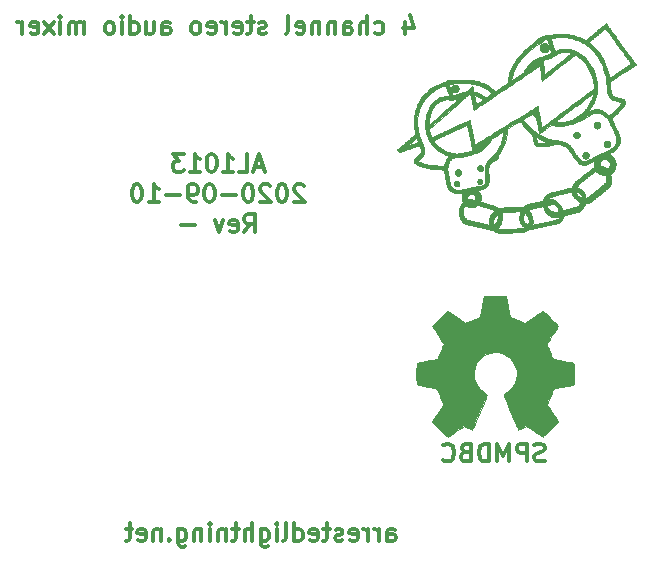
<source format=gbo>
G04 #@! TF.GenerationSoftware,KiCad,Pcbnew,5.1.6-c6e7f7d~87~ubuntu18.04.1*
G04 #@! TF.CreationDate,2020-09-10T19:55:48-05:00*
G04 #@! TF.ProjectId,MiniStereoMixer,4d696e69-5374-4657-9265-6f4d69786572,rev?*
G04 #@! TF.SameCoordinates,Original*
G04 #@! TF.FileFunction,Legend,Bot*
G04 #@! TF.FilePolarity,Positive*
%FSLAX46Y46*%
G04 Gerber Fmt 4.6, Leading zero omitted, Abs format (unit mm)*
G04 Created by KiCad (PCBNEW 5.1.6-c6e7f7d~87~ubuntu18.04.1) date 2020-09-10 19:55:48*
%MOMM*%
%LPD*%
G01*
G04 APERTURE LIST*
%ADD10C,0.300000*%
%ADD11C,0.010000*%
G04 APERTURE END LIST*
D10*
X184752714Y-93698142D02*
X184538428Y-93769571D01*
X184181285Y-93769571D01*
X184038428Y-93698142D01*
X183967000Y-93626714D01*
X183895571Y-93483857D01*
X183895571Y-93341000D01*
X183967000Y-93198142D01*
X184038428Y-93126714D01*
X184181285Y-93055285D01*
X184467000Y-92983857D01*
X184609857Y-92912428D01*
X184681285Y-92841000D01*
X184752714Y-92698142D01*
X184752714Y-92555285D01*
X184681285Y-92412428D01*
X184609857Y-92341000D01*
X184467000Y-92269571D01*
X184109857Y-92269571D01*
X183895571Y-92341000D01*
X183252714Y-93769571D02*
X183252714Y-92269571D01*
X182681285Y-92269571D01*
X182538428Y-92341000D01*
X182467000Y-92412428D01*
X182395571Y-92555285D01*
X182395571Y-92769571D01*
X182467000Y-92912428D01*
X182538428Y-92983857D01*
X182681285Y-93055285D01*
X183252714Y-93055285D01*
X181752714Y-93769571D02*
X181752714Y-92269571D01*
X181252714Y-93341000D01*
X180752714Y-92269571D01*
X180752714Y-93769571D01*
X180038428Y-93769571D02*
X180038428Y-92269571D01*
X179681285Y-92269571D01*
X179467000Y-92341000D01*
X179324142Y-92483857D01*
X179252714Y-92626714D01*
X179181285Y-92912428D01*
X179181285Y-93126714D01*
X179252714Y-93412428D01*
X179324142Y-93555285D01*
X179467000Y-93698142D01*
X179681285Y-93769571D01*
X180038428Y-93769571D01*
X178038428Y-92983857D02*
X177824142Y-93055285D01*
X177752714Y-93126714D01*
X177681285Y-93269571D01*
X177681285Y-93483857D01*
X177752714Y-93626714D01*
X177824142Y-93698142D01*
X177967000Y-93769571D01*
X178538428Y-93769571D01*
X178538428Y-92269571D01*
X178038428Y-92269571D01*
X177895571Y-92341000D01*
X177824142Y-92412428D01*
X177752714Y-92555285D01*
X177752714Y-92698142D01*
X177824142Y-92841000D01*
X177895571Y-92912428D01*
X178038428Y-92983857D01*
X178538428Y-92983857D01*
X176181285Y-93626714D02*
X176252714Y-93698142D01*
X176467000Y-93769571D01*
X176609857Y-93769571D01*
X176824142Y-93698142D01*
X176967000Y-93555285D01*
X177038428Y-93412428D01*
X177109857Y-93126714D01*
X177109857Y-92912428D01*
X177038428Y-92626714D01*
X176967000Y-92483857D01*
X176824142Y-92341000D01*
X176609857Y-92269571D01*
X176467000Y-92269571D01*
X176252714Y-92341000D01*
X176181285Y-92412428D01*
X171424857Y-100500571D02*
X171424857Y-99714857D01*
X171496285Y-99572000D01*
X171639142Y-99500571D01*
X171924857Y-99500571D01*
X172067714Y-99572000D01*
X171424857Y-100429142D02*
X171567714Y-100500571D01*
X171924857Y-100500571D01*
X172067714Y-100429142D01*
X172139142Y-100286285D01*
X172139142Y-100143428D01*
X172067714Y-100000571D01*
X171924857Y-99929142D01*
X171567714Y-99929142D01*
X171424857Y-99857714D01*
X170710571Y-100500571D02*
X170710571Y-99500571D01*
X170710571Y-99786285D02*
X170639142Y-99643428D01*
X170567714Y-99572000D01*
X170424857Y-99500571D01*
X170282000Y-99500571D01*
X169782000Y-100500571D02*
X169782000Y-99500571D01*
X169782000Y-99786285D02*
X169710571Y-99643428D01*
X169639142Y-99572000D01*
X169496285Y-99500571D01*
X169353428Y-99500571D01*
X168282000Y-100429142D02*
X168424857Y-100500571D01*
X168710571Y-100500571D01*
X168853428Y-100429142D01*
X168924857Y-100286285D01*
X168924857Y-99714857D01*
X168853428Y-99572000D01*
X168710571Y-99500571D01*
X168424857Y-99500571D01*
X168282000Y-99572000D01*
X168210571Y-99714857D01*
X168210571Y-99857714D01*
X168924857Y-100000571D01*
X167639142Y-100429142D02*
X167496285Y-100500571D01*
X167210571Y-100500571D01*
X167067714Y-100429142D01*
X166996285Y-100286285D01*
X166996285Y-100214857D01*
X167067714Y-100072000D01*
X167210571Y-100000571D01*
X167424857Y-100000571D01*
X167567714Y-99929142D01*
X167639142Y-99786285D01*
X167639142Y-99714857D01*
X167567714Y-99572000D01*
X167424857Y-99500571D01*
X167210571Y-99500571D01*
X167067714Y-99572000D01*
X166567714Y-99500571D02*
X165996285Y-99500571D01*
X166353428Y-99000571D02*
X166353428Y-100286285D01*
X166282000Y-100429142D01*
X166139142Y-100500571D01*
X165996285Y-100500571D01*
X164924857Y-100429142D02*
X165067714Y-100500571D01*
X165353428Y-100500571D01*
X165496285Y-100429142D01*
X165567714Y-100286285D01*
X165567714Y-99714857D01*
X165496285Y-99572000D01*
X165353428Y-99500571D01*
X165067714Y-99500571D01*
X164924857Y-99572000D01*
X164853428Y-99714857D01*
X164853428Y-99857714D01*
X165567714Y-100000571D01*
X163567714Y-100500571D02*
X163567714Y-99000571D01*
X163567714Y-100429142D02*
X163710571Y-100500571D01*
X163996285Y-100500571D01*
X164139142Y-100429142D01*
X164210571Y-100357714D01*
X164282000Y-100214857D01*
X164282000Y-99786285D01*
X164210571Y-99643428D01*
X164139142Y-99572000D01*
X163996285Y-99500571D01*
X163710571Y-99500571D01*
X163567714Y-99572000D01*
X162639142Y-100500571D02*
X162782000Y-100429142D01*
X162853428Y-100286285D01*
X162853428Y-99000571D01*
X162067714Y-100500571D02*
X162067714Y-99500571D01*
X162067714Y-99000571D02*
X162139142Y-99072000D01*
X162067714Y-99143428D01*
X161996285Y-99072000D01*
X162067714Y-99000571D01*
X162067714Y-99143428D01*
X160710571Y-99500571D02*
X160710571Y-100714857D01*
X160782000Y-100857714D01*
X160853428Y-100929142D01*
X160996285Y-101000571D01*
X161210571Y-101000571D01*
X161353428Y-100929142D01*
X160710571Y-100429142D02*
X160853428Y-100500571D01*
X161139142Y-100500571D01*
X161282000Y-100429142D01*
X161353428Y-100357714D01*
X161424857Y-100214857D01*
X161424857Y-99786285D01*
X161353428Y-99643428D01*
X161282000Y-99572000D01*
X161139142Y-99500571D01*
X160853428Y-99500571D01*
X160710571Y-99572000D01*
X159996285Y-100500571D02*
X159996285Y-99000571D01*
X159353428Y-100500571D02*
X159353428Y-99714857D01*
X159424857Y-99572000D01*
X159567714Y-99500571D01*
X159782000Y-99500571D01*
X159924857Y-99572000D01*
X159996285Y-99643428D01*
X158853428Y-99500571D02*
X158282000Y-99500571D01*
X158639142Y-99000571D02*
X158639142Y-100286285D01*
X158567714Y-100429142D01*
X158424857Y-100500571D01*
X158282000Y-100500571D01*
X157782000Y-99500571D02*
X157782000Y-100500571D01*
X157782000Y-99643428D02*
X157710571Y-99572000D01*
X157567714Y-99500571D01*
X157353428Y-99500571D01*
X157210571Y-99572000D01*
X157139142Y-99714857D01*
X157139142Y-100500571D01*
X156424857Y-100500571D02*
X156424857Y-99500571D01*
X156424857Y-99000571D02*
X156496285Y-99072000D01*
X156424857Y-99143428D01*
X156353428Y-99072000D01*
X156424857Y-99000571D01*
X156424857Y-99143428D01*
X155710571Y-99500571D02*
X155710571Y-100500571D01*
X155710571Y-99643428D02*
X155639142Y-99572000D01*
X155496285Y-99500571D01*
X155282000Y-99500571D01*
X155139142Y-99572000D01*
X155067714Y-99714857D01*
X155067714Y-100500571D01*
X153710571Y-99500571D02*
X153710571Y-100714857D01*
X153782000Y-100857714D01*
X153853428Y-100929142D01*
X153996285Y-101000571D01*
X154210571Y-101000571D01*
X154353428Y-100929142D01*
X153710571Y-100429142D02*
X153853428Y-100500571D01*
X154139142Y-100500571D01*
X154282000Y-100429142D01*
X154353428Y-100357714D01*
X154424857Y-100214857D01*
X154424857Y-99786285D01*
X154353428Y-99643428D01*
X154282000Y-99572000D01*
X154139142Y-99500571D01*
X153853428Y-99500571D01*
X153710571Y-99572000D01*
X152996285Y-100357714D02*
X152924857Y-100429142D01*
X152996285Y-100500571D01*
X153067714Y-100429142D01*
X152996285Y-100357714D01*
X152996285Y-100500571D01*
X152282000Y-99500571D02*
X152282000Y-100500571D01*
X152282000Y-99643428D02*
X152210571Y-99572000D01*
X152067714Y-99500571D01*
X151853428Y-99500571D01*
X151710571Y-99572000D01*
X151639142Y-99714857D01*
X151639142Y-100500571D01*
X150353428Y-100429142D02*
X150496285Y-100500571D01*
X150782000Y-100500571D01*
X150924857Y-100429142D01*
X150996285Y-100286285D01*
X150996285Y-99714857D01*
X150924857Y-99572000D01*
X150782000Y-99500571D01*
X150496285Y-99500571D01*
X150353428Y-99572000D01*
X150282000Y-99714857D01*
X150282000Y-99857714D01*
X150996285Y-100000571D01*
X149853428Y-99500571D02*
X149282000Y-99500571D01*
X149639142Y-99000571D02*
X149639142Y-100286285D01*
X149567714Y-100429142D01*
X149424857Y-100500571D01*
X149282000Y-100500571D01*
X172972000Y-56574571D02*
X172972000Y-57574571D01*
X173329142Y-56003142D02*
X173686285Y-57074571D01*
X172757714Y-57074571D01*
X170400571Y-57503142D02*
X170543428Y-57574571D01*
X170829142Y-57574571D01*
X170972000Y-57503142D01*
X171043428Y-57431714D01*
X171114857Y-57288857D01*
X171114857Y-56860285D01*
X171043428Y-56717428D01*
X170972000Y-56646000D01*
X170829142Y-56574571D01*
X170543428Y-56574571D01*
X170400571Y-56646000D01*
X169757714Y-57574571D02*
X169757714Y-56074571D01*
X169114857Y-57574571D02*
X169114857Y-56788857D01*
X169186285Y-56646000D01*
X169329142Y-56574571D01*
X169543428Y-56574571D01*
X169686285Y-56646000D01*
X169757714Y-56717428D01*
X167757714Y-57574571D02*
X167757714Y-56788857D01*
X167829142Y-56646000D01*
X167972000Y-56574571D01*
X168257714Y-56574571D01*
X168400571Y-56646000D01*
X167757714Y-57503142D02*
X167900571Y-57574571D01*
X168257714Y-57574571D01*
X168400571Y-57503142D01*
X168472000Y-57360285D01*
X168472000Y-57217428D01*
X168400571Y-57074571D01*
X168257714Y-57003142D01*
X167900571Y-57003142D01*
X167757714Y-56931714D01*
X167043428Y-56574571D02*
X167043428Y-57574571D01*
X167043428Y-56717428D02*
X166972000Y-56646000D01*
X166829142Y-56574571D01*
X166614857Y-56574571D01*
X166472000Y-56646000D01*
X166400571Y-56788857D01*
X166400571Y-57574571D01*
X165686285Y-56574571D02*
X165686285Y-57574571D01*
X165686285Y-56717428D02*
X165614857Y-56646000D01*
X165472000Y-56574571D01*
X165257714Y-56574571D01*
X165114857Y-56646000D01*
X165043428Y-56788857D01*
X165043428Y-57574571D01*
X163757714Y-57503142D02*
X163900571Y-57574571D01*
X164186285Y-57574571D01*
X164329142Y-57503142D01*
X164400571Y-57360285D01*
X164400571Y-56788857D01*
X164329142Y-56646000D01*
X164186285Y-56574571D01*
X163900571Y-56574571D01*
X163757714Y-56646000D01*
X163686285Y-56788857D01*
X163686285Y-56931714D01*
X164400571Y-57074571D01*
X162829142Y-57574571D02*
X162972000Y-57503142D01*
X163043428Y-57360285D01*
X163043428Y-56074571D01*
X161186285Y-57503142D02*
X161043428Y-57574571D01*
X160757714Y-57574571D01*
X160614857Y-57503142D01*
X160543428Y-57360285D01*
X160543428Y-57288857D01*
X160614857Y-57146000D01*
X160757714Y-57074571D01*
X160972000Y-57074571D01*
X161114857Y-57003142D01*
X161186285Y-56860285D01*
X161186285Y-56788857D01*
X161114857Y-56646000D01*
X160972000Y-56574571D01*
X160757714Y-56574571D01*
X160614857Y-56646000D01*
X160114857Y-56574571D02*
X159543428Y-56574571D01*
X159900571Y-56074571D02*
X159900571Y-57360285D01*
X159829142Y-57503142D01*
X159686285Y-57574571D01*
X159543428Y-57574571D01*
X158472000Y-57503142D02*
X158614857Y-57574571D01*
X158900571Y-57574571D01*
X159043428Y-57503142D01*
X159114857Y-57360285D01*
X159114857Y-56788857D01*
X159043428Y-56646000D01*
X158900571Y-56574571D01*
X158614857Y-56574571D01*
X158472000Y-56646000D01*
X158400571Y-56788857D01*
X158400571Y-56931714D01*
X159114857Y-57074571D01*
X157757714Y-57574571D02*
X157757714Y-56574571D01*
X157757714Y-56860285D02*
X157686285Y-56717428D01*
X157614857Y-56646000D01*
X157472000Y-56574571D01*
X157329142Y-56574571D01*
X156257714Y-57503142D02*
X156400571Y-57574571D01*
X156686285Y-57574571D01*
X156829142Y-57503142D01*
X156900571Y-57360285D01*
X156900571Y-56788857D01*
X156829142Y-56646000D01*
X156686285Y-56574571D01*
X156400571Y-56574571D01*
X156257714Y-56646000D01*
X156186285Y-56788857D01*
X156186285Y-56931714D01*
X156900571Y-57074571D01*
X155329142Y-57574571D02*
X155472000Y-57503142D01*
X155543428Y-57431714D01*
X155614857Y-57288857D01*
X155614857Y-56860285D01*
X155543428Y-56717428D01*
X155472000Y-56646000D01*
X155329142Y-56574571D01*
X155114857Y-56574571D01*
X154972000Y-56646000D01*
X154900571Y-56717428D01*
X154829142Y-56860285D01*
X154829142Y-57288857D01*
X154900571Y-57431714D01*
X154972000Y-57503142D01*
X155114857Y-57574571D01*
X155329142Y-57574571D01*
X152400571Y-57574571D02*
X152400571Y-56788857D01*
X152472000Y-56646000D01*
X152614857Y-56574571D01*
X152900571Y-56574571D01*
X153043428Y-56646000D01*
X152400571Y-57503142D02*
X152543428Y-57574571D01*
X152900571Y-57574571D01*
X153043428Y-57503142D01*
X153114857Y-57360285D01*
X153114857Y-57217428D01*
X153043428Y-57074571D01*
X152900571Y-57003142D01*
X152543428Y-57003142D01*
X152400571Y-56931714D01*
X151043428Y-56574571D02*
X151043428Y-57574571D01*
X151686285Y-56574571D02*
X151686285Y-57360285D01*
X151614857Y-57503142D01*
X151472000Y-57574571D01*
X151257714Y-57574571D01*
X151114857Y-57503142D01*
X151043428Y-57431714D01*
X149686285Y-57574571D02*
X149686285Y-56074571D01*
X149686285Y-57503142D02*
X149829142Y-57574571D01*
X150114857Y-57574571D01*
X150257714Y-57503142D01*
X150329142Y-57431714D01*
X150400571Y-57288857D01*
X150400571Y-56860285D01*
X150329142Y-56717428D01*
X150257714Y-56646000D01*
X150114857Y-56574571D01*
X149829142Y-56574571D01*
X149686285Y-56646000D01*
X148972000Y-57574571D02*
X148972000Y-56574571D01*
X148972000Y-56074571D02*
X149043428Y-56146000D01*
X148972000Y-56217428D01*
X148900571Y-56146000D01*
X148972000Y-56074571D01*
X148972000Y-56217428D01*
X148043428Y-57574571D02*
X148186285Y-57503142D01*
X148257714Y-57431714D01*
X148329142Y-57288857D01*
X148329142Y-56860285D01*
X148257714Y-56717428D01*
X148186285Y-56646000D01*
X148043428Y-56574571D01*
X147829142Y-56574571D01*
X147686285Y-56646000D01*
X147614857Y-56717428D01*
X147543428Y-56860285D01*
X147543428Y-57288857D01*
X147614857Y-57431714D01*
X147686285Y-57503142D01*
X147829142Y-57574571D01*
X148043428Y-57574571D01*
X145757714Y-57574571D02*
X145757714Y-56574571D01*
X145757714Y-56717428D02*
X145686285Y-56646000D01*
X145543428Y-56574571D01*
X145329142Y-56574571D01*
X145186285Y-56646000D01*
X145114857Y-56788857D01*
X145114857Y-57574571D01*
X145114857Y-56788857D02*
X145043428Y-56646000D01*
X144900571Y-56574571D01*
X144686285Y-56574571D01*
X144543428Y-56646000D01*
X144472000Y-56788857D01*
X144472000Y-57574571D01*
X143757714Y-57574571D02*
X143757714Y-56574571D01*
X143757714Y-56074571D02*
X143829142Y-56146000D01*
X143757714Y-56217428D01*
X143686285Y-56146000D01*
X143757714Y-56074571D01*
X143757714Y-56217428D01*
X143186285Y-57574571D02*
X142400571Y-56574571D01*
X143186285Y-56574571D02*
X142400571Y-57574571D01*
X141257714Y-57503142D02*
X141400571Y-57574571D01*
X141686285Y-57574571D01*
X141829142Y-57503142D01*
X141900571Y-57360285D01*
X141900571Y-56788857D01*
X141829142Y-56646000D01*
X141686285Y-56574571D01*
X141400571Y-56574571D01*
X141257714Y-56646000D01*
X141186285Y-56788857D01*
X141186285Y-56931714D01*
X141900571Y-57074571D01*
X140543428Y-57574571D02*
X140543428Y-56574571D01*
X140543428Y-56860285D02*
X140472000Y-56717428D01*
X140400571Y-56646000D01*
X140257714Y-56574571D01*
X140114857Y-56574571D01*
X160920428Y-68820000D02*
X160206142Y-68820000D01*
X161063285Y-69248571D02*
X160563285Y-67748571D01*
X160063285Y-69248571D01*
X158849000Y-69248571D02*
X159563285Y-69248571D01*
X159563285Y-67748571D01*
X157563285Y-69248571D02*
X158420428Y-69248571D01*
X157991857Y-69248571D02*
X157991857Y-67748571D01*
X158134714Y-67962857D01*
X158277571Y-68105714D01*
X158420428Y-68177142D01*
X156634714Y-67748571D02*
X156491857Y-67748571D01*
X156349000Y-67820000D01*
X156277571Y-67891428D01*
X156206142Y-68034285D01*
X156134714Y-68320000D01*
X156134714Y-68677142D01*
X156206142Y-68962857D01*
X156277571Y-69105714D01*
X156349000Y-69177142D01*
X156491857Y-69248571D01*
X156634714Y-69248571D01*
X156777571Y-69177142D01*
X156849000Y-69105714D01*
X156920428Y-68962857D01*
X156991857Y-68677142D01*
X156991857Y-68320000D01*
X156920428Y-68034285D01*
X156849000Y-67891428D01*
X156777571Y-67820000D01*
X156634714Y-67748571D01*
X154706142Y-69248571D02*
X155563285Y-69248571D01*
X155134714Y-69248571D02*
X155134714Y-67748571D01*
X155277571Y-67962857D01*
X155420428Y-68105714D01*
X155563285Y-68177142D01*
X154206142Y-67748571D02*
X153277571Y-67748571D01*
X153777571Y-68320000D01*
X153563285Y-68320000D01*
X153420428Y-68391428D01*
X153349000Y-68462857D01*
X153277571Y-68605714D01*
X153277571Y-68962857D01*
X153349000Y-69105714D01*
X153420428Y-69177142D01*
X153563285Y-69248571D01*
X153991857Y-69248571D01*
X154134714Y-69177142D01*
X154206142Y-69105714D01*
X164384714Y-70441428D02*
X164313285Y-70370000D01*
X164170428Y-70298571D01*
X163813285Y-70298571D01*
X163670428Y-70370000D01*
X163599000Y-70441428D01*
X163527571Y-70584285D01*
X163527571Y-70727142D01*
X163599000Y-70941428D01*
X164456142Y-71798571D01*
X163527571Y-71798571D01*
X162599000Y-70298571D02*
X162456142Y-70298571D01*
X162313285Y-70370000D01*
X162241857Y-70441428D01*
X162170428Y-70584285D01*
X162099000Y-70870000D01*
X162099000Y-71227142D01*
X162170428Y-71512857D01*
X162241857Y-71655714D01*
X162313285Y-71727142D01*
X162456142Y-71798571D01*
X162599000Y-71798571D01*
X162741857Y-71727142D01*
X162813285Y-71655714D01*
X162884714Y-71512857D01*
X162956142Y-71227142D01*
X162956142Y-70870000D01*
X162884714Y-70584285D01*
X162813285Y-70441428D01*
X162741857Y-70370000D01*
X162599000Y-70298571D01*
X161527571Y-70441428D02*
X161456142Y-70370000D01*
X161313285Y-70298571D01*
X160956142Y-70298571D01*
X160813285Y-70370000D01*
X160741857Y-70441428D01*
X160670428Y-70584285D01*
X160670428Y-70727142D01*
X160741857Y-70941428D01*
X161599000Y-71798571D01*
X160670428Y-71798571D01*
X159741857Y-70298571D02*
X159599000Y-70298571D01*
X159456142Y-70370000D01*
X159384714Y-70441428D01*
X159313285Y-70584285D01*
X159241857Y-70870000D01*
X159241857Y-71227142D01*
X159313285Y-71512857D01*
X159384714Y-71655714D01*
X159456142Y-71727142D01*
X159599000Y-71798571D01*
X159741857Y-71798571D01*
X159884714Y-71727142D01*
X159956142Y-71655714D01*
X160027571Y-71512857D01*
X160099000Y-71227142D01*
X160099000Y-70870000D01*
X160027571Y-70584285D01*
X159956142Y-70441428D01*
X159884714Y-70370000D01*
X159741857Y-70298571D01*
X158599000Y-71227142D02*
X157456142Y-71227142D01*
X156456142Y-70298571D02*
X156313285Y-70298571D01*
X156170428Y-70370000D01*
X156099000Y-70441428D01*
X156027571Y-70584285D01*
X155956142Y-70870000D01*
X155956142Y-71227142D01*
X156027571Y-71512857D01*
X156099000Y-71655714D01*
X156170428Y-71727142D01*
X156313285Y-71798571D01*
X156456142Y-71798571D01*
X156599000Y-71727142D01*
X156670428Y-71655714D01*
X156741857Y-71512857D01*
X156813285Y-71227142D01*
X156813285Y-70870000D01*
X156741857Y-70584285D01*
X156670428Y-70441428D01*
X156599000Y-70370000D01*
X156456142Y-70298571D01*
X155241857Y-71798571D02*
X154956142Y-71798571D01*
X154813285Y-71727142D01*
X154741857Y-71655714D01*
X154599000Y-71441428D01*
X154527571Y-71155714D01*
X154527571Y-70584285D01*
X154599000Y-70441428D01*
X154670428Y-70370000D01*
X154813285Y-70298571D01*
X155099000Y-70298571D01*
X155241857Y-70370000D01*
X155313285Y-70441428D01*
X155384714Y-70584285D01*
X155384714Y-70941428D01*
X155313285Y-71084285D01*
X155241857Y-71155714D01*
X155099000Y-71227142D01*
X154813285Y-71227142D01*
X154670428Y-71155714D01*
X154599000Y-71084285D01*
X154527571Y-70941428D01*
X153884714Y-71227142D02*
X152741857Y-71227142D01*
X151241857Y-71798571D02*
X152099000Y-71798571D01*
X151670428Y-71798571D02*
X151670428Y-70298571D01*
X151813285Y-70512857D01*
X151956142Y-70655714D01*
X152099000Y-70727142D01*
X150313285Y-70298571D02*
X150170428Y-70298571D01*
X150027571Y-70370000D01*
X149956142Y-70441428D01*
X149884714Y-70584285D01*
X149813285Y-70870000D01*
X149813285Y-71227142D01*
X149884714Y-71512857D01*
X149956142Y-71655714D01*
X150027571Y-71727142D01*
X150170428Y-71798571D01*
X150313285Y-71798571D01*
X150456142Y-71727142D01*
X150527571Y-71655714D01*
X150599000Y-71512857D01*
X150670428Y-71227142D01*
X150670428Y-70870000D01*
X150599000Y-70584285D01*
X150527571Y-70441428D01*
X150456142Y-70370000D01*
X150313285Y-70298571D01*
X159349000Y-74348571D02*
X159849000Y-73634285D01*
X160206142Y-74348571D02*
X160206142Y-72848571D01*
X159634714Y-72848571D01*
X159491857Y-72920000D01*
X159420428Y-72991428D01*
X159349000Y-73134285D01*
X159349000Y-73348571D01*
X159420428Y-73491428D01*
X159491857Y-73562857D01*
X159634714Y-73634285D01*
X160206142Y-73634285D01*
X158134714Y-74277142D02*
X158277571Y-74348571D01*
X158563285Y-74348571D01*
X158706142Y-74277142D01*
X158777571Y-74134285D01*
X158777571Y-73562857D01*
X158706142Y-73420000D01*
X158563285Y-73348571D01*
X158277571Y-73348571D01*
X158134714Y-73420000D01*
X158063285Y-73562857D01*
X158063285Y-73705714D01*
X158777571Y-73848571D01*
X157563285Y-73348571D02*
X157206142Y-74348571D01*
X156849000Y-73348571D01*
X155134714Y-73777142D02*
X153991857Y-73777142D01*
D11*
G04 #@! TO.C,G\u002A\u002A\u002A*
G36*
X189941779Y-56671114D02*
G01*
X189932893Y-56676986D01*
X189918412Y-56687727D01*
X189898044Y-56703580D01*
X189871495Y-56724786D01*
X189838476Y-56751589D01*
X189798692Y-56784229D01*
X189751853Y-56822949D01*
X189697667Y-56867991D01*
X189635840Y-56919597D01*
X189566082Y-56978009D01*
X189488100Y-57043470D01*
X189401602Y-57116221D01*
X189306296Y-57196505D01*
X189201890Y-57284563D01*
X189096650Y-57373409D01*
X189006854Y-57449236D01*
X188919564Y-57522925D01*
X188835285Y-57594049D01*
X188754521Y-57662186D01*
X188677776Y-57726909D01*
X188605553Y-57787796D01*
X188538356Y-57844422D01*
X188476690Y-57896362D01*
X188421059Y-57943192D01*
X188371965Y-57984488D01*
X188329913Y-58019825D01*
X188295407Y-58048779D01*
X188268950Y-58070925D01*
X188251048Y-58085840D01*
X188242202Y-58093098D01*
X188241424Y-58093696D01*
X188234975Y-58097354D01*
X188227860Y-58098232D01*
X188217908Y-58095542D01*
X188202945Y-58088497D01*
X188180799Y-58076313D01*
X188159258Y-58063956D01*
X188111199Y-58037183D01*
X188054614Y-58007245D01*
X187992746Y-57975749D01*
X187928838Y-57944303D01*
X187866133Y-57914512D01*
X187807873Y-57887984D01*
X187776849Y-57874492D01*
X187573429Y-57794845D01*
X187364850Y-57726723D01*
X187151358Y-57670156D01*
X186933199Y-57625176D01*
X186710617Y-57591814D01*
X186483857Y-57570101D01*
X186253165Y-57560068D01*
X186018787Y-57561747D01*
X185780966Y-57575169D01*
X185581925Y-57595155D01*
X185524922Y-57602541D01*
X185459886Y-57611880D01*
X185390331Y-57622599D01*
X185319766Y-57634126D01*
X185251703Y-57645891D01*
X185189652Y-57657322D01*
X185142689Y-57666675D01*
X185071752Y-57681496D01*
X185025214Y-57665833D01*
X184969237Y-57653649D01*
X184910512Y-57653806D01*
X184849176Y-57666275D01*
X184785366Y-57691029D01*
X184719217Y-57728040D01*
X184718325Y-57728612D01*
X184693407Y-57743780D01*
X184670091Y-57755602D01*
X184644569Y-57765637D01*
X184613034Y-57775442D01*
X184585521Y-57782956D01*
X184464332Y-57819966D01*
X184352852Y-57864638D01*
X184250238Y-57917560D01*
X184155651Y-57979320D01*
X184068250Y-58050507D01*
X183987194Y-58131709D01*
X183911643Y-58223516D01*
X183867356Y-58285784D01*
X183849110Y-58312343D01*
X183833828Y-58332651D01*
X183818861Y-58349355D01*
X183801557Y-58365100D01*
X183779266Y-58382531D01*
X183749339Y-58404294D01*
X183746775Y-58406129D01*
X183589615Y-58520937D01*
X183442729Y-58633205D01*
X183304353Y-58744424D01*
X183172718Y-58856086D01*
X183046058Y-58969682D01*
X182922604Y-59086704D01*
X182822665Y-59186124D01*
X182682573Y-59333223D01*
X182553622Y-59478884D01*
X182434614Y-59624687D01*
X182324354Y-59772214D01*
X182221645Y-59923045D01*
X182125292Y-60078762D01*
X182058018Y-60196906D01*
X181971110Y-60366547D01*
X181893098Y-60542772D01*
X181824451Y-60724000D01*
X181765641Y-60908650D01*
X181717139Y-61095138D01*
X181679417Y-61281885D01*
X181652946Y-61467309D01*
X181641395Y-61595000D01*
X181638831Y-61631145D01*
X181636342Y-61663649D01*
X181634132Y-61690040D01*
X181632402Y-61707846D01*
X181631628Y-61713667D01*
X181628202Y-61718097D01*
X181618623Y-61726426D01*
X181602486Y-61738934D01*
X181579385Y-61755904D01*
X181548913Y-61777617D01*
X181510665Y-61804357D01*
X181464234Y-61836405D01*
X181409214Y-61874042D01*
X181345199Y-61917552D01*
X181271782Y-61967216D01*
X181188559Y-62023316D01*
X181098962Y-62083554D01*
X181025098Y-62133136D01*
X180954203Y-62180668D01*
X180886989Y-62225677D01*
X180824167Y-62267690D01*
X180766447Y-62306233D01*
X180714541Y-62340833D01*
X180669160Y-62371015D01*
X180631014Y-62396307D01*
X180600814Y-62416234D01*
X180579272Y-62430324D01*
X180567098Y-62438102D01*
X180564549Y-62439550D01*
X180558899Y-62435286D01*
X180545704Y-62423398D01*
X180526399Y-62405240D01*
X180502422Y-62382166D01*
X180475207Y-62355530D01*
X180470728Y-62351106D01*
X180338712Y-62228053D01*
X180203680Y-62117030D01*
X180065102Y-62017610D01*
X180016485Y-61985996D01*
X179872663Y-61899987D01*
X179725182Y-61822060D01*
X179573194Y-61751951D01*
X179415849Y-61689399D01*
X179252298Y-61634143D01*
X179081691Y-61585920D01*
X178903178Y-61544467D01*
X178715911Y-61509524D01*
X178519039Y-61480829D01*
X178311713Y-61458118D01*
X178301650Y-61457189D01*
X178256949Y-61453908D01*
X178201330Y-61451143D01*
X178136562Y-61448892D01*
X178064418Y-61447158D01*
X177986668Y-61445939D01*
X177905083Y-61445236D01*
X177821434Y-61445049D01*
X177737492Y-61445378D01*
X177655028Y-61446224D01*
X177575813Y-61447585D01*
X177501618Y-61449463D01*
X177434213Y-61451857D01*
X177375369Y-61454768D01*
X177339939Y-61457134D01*
X177289144Y-61460848D01*
X177248362Y-61463354D01*
X177214965Y-61464691D01*
X177186328Y-61464899D01*
X177159823Y-61464019D01*
X177132825Y-61462090D01*
X177116234Y-61460539D01*
X177071644Y-61456943D01*
X177032787Y-61456012D01*
X176992976Y-61457751D01*
X176960345Y-61460621D01*
X176928021Y-61463488D01*
X176886824Y-61466578D01*
X176840570Y-61469638D01*
X176793078Y-61472411D01*
X176755425Y-61474315D01*
X176689086Y-61478242D01*
X176633653Y-61483663D01*
X176587369Y-61491086D01*
X176548480Y-61501020D01*
X176515230Y-61513973D01*
X176485862Y-61530453D01*
X176458621Y-61550970D01*
X176443349Y-61564687D01*
X176431998Y-61575153D01*
X176421456Y-61583687D01*
X176409854Y-61591118D01*
X176395323Y-61598272D01*
X176375994Y-61605977D01*
X176350000Y-61615059D01*
X176315470Y-61626345D01*
X176274608Y-61639371D01*
X176166410Y-61674625D01*
X176067664Y-61708862D01*
X175975319Y-61743307D01*
X175886328Y-61779183D01*
X175797640Y-61817717D01*
X175706207Y-61860131D01*
X175618775Y-61902772D01*
X175453467Y-61989258D01*
X175298583Y-62079353D01*
X175152051Y-62174418D01*
X175011796Y-62275815D01*
X174875743Y-62384907D01*
X174846076Y-62410155D01*
X174693211Y-62549781D01*
X174550571Y-62696865D01*
X174418287Y-62851160D01*
X174296486Y-63012420D01*
X174185298Y-63180399D01*
X174084852Y-63354850D01*
X173995276Y-63535528D01*
X173916700Y-63722187D01*
X173849252Y-63914579D01*
X173793063Y-64112460D01*
X173748260Y-64315583D01*
X173714972Y-64523701D01*
X173707751Y-64582675D01*
X173697033Y-64692823D01*
X173690020Y-64804820D01*
X173686582Y-64921817D01*
X173686593Y-65046965D01*
X173687268Y-65087500D01*
X173691643Y-65221114D01*
X173699451Y-65348035D01*
X173711086Y-65471552D01*
X173726943Y-65594954D01*
X173747416Y-65721532D01*
X173772900Y-65854574D01*
X173787632Y-65924490D01*
X173796764Y-65967314D01*
X173803218Y-65999423D01*
X173807216Y-66022466D01*
X173808979Y-66038092D01*
X173808730Y-66047950D01*
X173806690Y-66053689D01*
X173805245Y-66055370D01*
X173799464Y-66060363D01*
X173784542Y-66073126D01*
X173761016Y-66093201D01*
X173729420Y-66120134D01*
X173690292Y-66153468D01*
X173644167Y-66192747D01*
X173591580Y-66237514D01*
X173533068Y-66287314D01*
X173469167Y-66341691D01*
X173400412Y-66400188D01*
X173327339Y-66462349D01*
X173250484Y-66527718D01*
X173170383Y-66595840D01*
X173087572Y-66666258D01*
X173066075Y-66684535D01*
X172982408Y-66755690D01*
X172901168Y-66824811D01*
X172822904Y-66891432D01*
X172748163Y-66955083D01*
X172677495Y-67015297D01*
X172611447Y-67071606D01*
X172550567Y-67123542D01*
X172495405Y-67170637D01*
X172446508Y-67212423D01*
X172404424Y-67248432D01*
X172369702Y-67278197D01*
X172342891Y-67301248D01*
X172324537Y-67317119D01*
X172315191Y-67325341D01*
X172314383Y-67326092D01*
X172292940Y-67346746D01*
X172362780Y-67469660D01*
X172387044Y-67511899D01*
X172406102Y-67543921D01*
X172420642Y-67566756D01*
X172431355Y-67581436D01*
X172438930Y-67588991D01*
X172443683Y-67590543D01*
X172450895Y-67588274D01*
X172469430Y-67582110D01*
X172498600Y-67572285D01*
X172537718Y-67559033D01*
X172586098Y-67542589D01*
X172643053Y-67523189D01*
X172707895Y-67501065D01*
X172779936Y-67476453D01*
X172858492Y-67449588D01*
X172942873Y-67420703D01*
X173032393Y-67390034D01*
X173126365Y-67357815D01*
X173224102Y-67324280D01*
X173305759Y-67296244D01*
X173428372Y-67254163D01*
X173539482Y-67216091D01*
X173639579Y-67181867D01*
X173729156Y-67151328D01*
X173808703Y-67124310D01*
X173878713Y-67100652D01*
X173939675Y-67080189D01*
X173992082Y-67062761D01*
X174036425Y-67048203D01*
X174073196Y-67036354D01*
X174102885Y-67027050D01*
X174125985Y-67020128D01*
X174142985Y-67015426D01*
X174154379Y-67012781D01*
X174160657Y-67012031D01*
X174162259Y-67012526D01*
X174167826Y-67023767D01*
X174176652Y-67044563D01*
X174187805Y-67072481D01*
X174200355Y-67105089D01*
X174213372Y-67139953D01*
X174225924Y-67174640D01*
X174237080Y-67206716D01*
X174240846Y-67217975D01*
X174261856Y-67287229D01*
X174276349Y-67348699D01*
X174284820Y-67405192D01*
X174287759Y-67459515D01*
X174287429Y-67483376D01*
X174286021Y-67516044D01*
X174283828Y-67539912D01*
X174280067Y-67558878D01*
X174273951Y-67576843D01*
X174264693Y-67597706D01*
X174264164Y-67598833D01*
X174252710Y-67622049D01*
X174240622Y-67643802D01*
X174226977Y-67665116D01*
X174210854Y-67687018D01*
X174191332Y-67710535D01*
X174167490Y-67736691D01*
X174138406Y-67766513D01*
X174103160Y-67801027D01*
X174060830Y-67841259D01*
X174010495Y-67888236D01*
X173974125Y-67921879D01*
X173917344Y-67974357D01*
X173869156Y-68019158D01*
X173828772Y-68057162D01*
X173795403Y-68089250D01*
X173768260Y-68116304D01*
X173746552Y-68139205D01*
X173729490Y-68158834D01*
X173716286Y-68176072D01*
X173706149Y-68191799D01*
X173698290Y-68206898D01*
X173691921Y-68222249D01*
X173686250Y-68238732D01*
X173684075Y-68245603D01*
X173673436Y-68300296D01*
X173675026Y-68355154D01*
X173688560Y-68408280D01*
X173713751Y-68457774D01*
X173716735Y-68462211D01*
X173748534Y-68501995D01*
X173787931Y-68539420D01*
X173835942Y-68575166D01*
X173893582Y-68609911D01*
X173961869Y-68644336D01*
X174040118Y-68678425D01*
X174068057Y-68689313D01*
X174105630Y-68703121D01*
X174151362Y-68719364D01*
X174203778Y-68737558D01*
X174261401Y-68757222D01*
X174322757Y-68777871D01*
X174386370Y-68799022D01*
X174450763Y-68820192D01*
X174514462Y-68840897D01*
X174575991Y-68860654D01*
X174633875Y-68878980D01*
X174686637Y-68895392D01*
X174732802Y-68909405D01*
X174770894Y-68920538D01*
X174799439Y-68928306D01*
X174812325Y-68931354D01*
X174864316Y-68941628D01*
X174917121Y-68950762D01*
X174972212Y-68958907D01*
X175031061Y-68966215D01*
X175095142Y-68972837D01*
X175165926Y-68978924D01*
X175244885Y-68984627D01*
X175333492Y-68990096D01*
X175433219Y-68995484D01*
X175440975Y-68995878D01*
X175518840Y-68999936D01*
X175586336Y-69003741D01*
X175645787Y-69007478D01*
X175699519Y-69011328D01*
X175749855Y-69015475D01*
X175799119Y-69020102D01*
X175849636Y-69025391D01*
X175903730Y-69031526D01*
X175923575Y-69033864D01*
X175970171Y-69039232D01*
X176019779Y-69044667D01*
X176068285Y-69049736D01*
X176111571Y-69054008D01*
X176139475Y-69056543D01*
X176173471Y-69059915D01*
X176201721Y-69063621D01*
X176222070Y-69067322D01*
X176232357Y-69070675D01*
X176233041Y-69071310D01*
X176235826Y-69081553D01*
X176237547Y-69099316D01*
X176237803Y-69109069D01*
X176239860Y-69145598D01*
X176245606Y-69192211D01*
X176254700Y-69246948D01*
X176266803Y-69307851D01*
X176281574Y-69372959D01*
X176288802Y-69402325D01*
X176299543Y-69445827D01*
X176309007Y-69486430D01*
X176317540Y-69526084D01*
X176325487Y-69566736D01*
X176333192Y-69610335D01*
X176341001Y-69658831D01*
X176349258Y-69714172D01*
X176358310Y-69778308D01*
X176368072Y-69850000D01*
X176381925Y-69949618D01*
X176395257Y-70037982D01*
X176408395Y-70116510D01*
X176421664Y-70186620D01*
X176435390Y-70249728D01*
X176449899Y-70307254D01*
X176465519Y-70360614D01*
X176482574Y-70411227D01*
X176501391Y-70460509D01*
X176517192Y-70498227D01*
X176565623Y-70594673D01*
X176623475Y-70682706D01*
X176690445Y-70762085D01*
X176766232Y-70832569D01*
X176850536Y-70893917D01*
X176943054Y-70945887D01*
X177043485Y-70988239D01*
X177151528Y-71020731D01*
X177178200Y-71026956D01*
X177276869Y-71044473D01*
X177379994Y-71054202D01*
X177488872Y-71056152D01*
X177604800Y-71050330D01*
X177729076Y-71036745D01*
X177770764Y-71030768D01*
X177801382Y-71026163D01*
X177827079Y-71022336D01*
X177845459Y-71019641D01*
X177854126Y-71018432D01*
X177854474Y-71018400D01*
X177852570Y-71023638D01*
X177845977Y-71037750D01*
X177835843Y-71058330D01*
X177827940Y-71073962D01*
X177789461Y-71163107D01*
X177762379Y-71256511D01*
X177746722Y-71352766D01*
X177742520Y-71450464D01*
X177749804Y-71548198D01*
X177768603Y-71644560D01*
X177798948Y-71738142D01*
X177813116Y-71771802D01*
X177831979Y-71813843D01*
X177775977Y-71871734D01*
X177708106Y-71950291D01*
X177651762Y-72033924D01*
X177606546Y-72123351D01*
X177572058Y-72219287D01*
X177562714Y-72253475D01*
X177533665Y-72390302D01*
X177516002Y-72525431D01*
X177509681Y-72658184D01*
X177514656Y-72787886D01*
X177530880Y-72913860D01*
X177558309Y-73035432D01*
X177596896Y-73151924D01*
X177628524Y-73225846D01*
X177678295Y-73318922D01*
X177736122Y-73403634D01*
X177801343Y-73479361D01*
X177873292Y-73545482D01*
X177951308Y-73601374D01*
X178034726Y-73646417D01*
X178107975Y-73675244D01*
X178119560Y-73678369D01*
X178142891Y-73684018D01*
X178177300Y-73692041D01*
X178222119Y-73702292D01*
X178276678Y-73714622D01*
X178340309Y-73728883D01*
X178412343Y-73744927D01*
X178492110Y-73762606D01*
X178578943Y-73781770D01*
X178672172Y-73802274D01*
X178771129Y-73823967D01*
X178875144Y-73846702D01*
X178983549Y-73870332D01*
X179095675Y-73894707D01*
X179210853Y-73919680D01*
X179242832Y-73926602D01*
X180326889Y-74161169D01*
X180363607Y-74191115D01*
X180451034Y-74254322D01*
X180546064Y-74307842D01*
X180647552Y-74351188D01*
X180754351Y-74383876D01*
X180865312Y-74405420D01*
X180872915Y-74406460D01*
X180891612Y-74408726D01*
X180911406Y-74410605D01*
X180933183Y-74412089D01*
X180957829Y-74413169D01*
X180986232Y-74413837D01*
X181019277Y-74414082D01*
X181057852Y-74413897D01*
X181102842Y-74413272D01*
X181155134Y-74412199D01*
X181215616Y-74410668D01*
X181285173Y-74408671D01*
X181364692Y-74406199D01*
X181455059Y-74403243D01*
X181557162Y-74399794D01*
X181565550Y-74399507D01*
X181654414Y-74396477D01*
X181752667Y-74393147D01*
X181857314Y-74389616D01*
X181965365Y-74385984D01*
X182073824Y-74382353D01*
X182179700Y-74378822D01*
X182279999Y-74375492D01*
X182371728Y-74372462D01*
X182403494Y-74371418D01*
X182503600Y-74368018D01*
X182591228Y-74364794D01*
X182666601Y-74361736D01*
X182729938Y-74358833D01*
X182781462Y-74356074D01*
X182821393Y-74353448D01*
X182849953Y-74350945D01*
X182866992Y-74348625D01*
X182931501Y-74332539D01*
X183002919Y-74307955D01*
X183079504Y-74275678D01*
X183159516Y-74236509D01*
X183241212Y-74191251D01*
X183322853Y-74140706D01*
X183334025Y-74133356D01*
X183429275Y-74070225D01*
X183553100Y-74069230D01*
X183581344Y-74069007D01*
X183606087Y-74068699D01*
X183628522Y-74068112D01*
X183649842Y-74067051D01*
X183671239Y-74065324D01*
X183693908Y-74062736D01*
X183719040Y-74059094D01*
X183747829Y-74054204D01*
X183781467Y-74047873D01*
X183821148Y-74039906D01*
X183868063Y-74030110D01*
X183923408Y-74018291D01*
X183988373Y-74004256D01*
X184064152Y-73987811D01*
X184092850Y-73981580D01*
X184193336Y-73959771D01*
X184286173Y-73939628D01*
X183041784Y-73939628D01*
X183034461Y-73943803D01*
X183017158Y-73950714D01*
X182992118Y-73959642D01*
X182961583Y-73969872D01*
X182927797Y-73980683D01*
X182893000Y-73991359D01*
X182859436Y-74001182D01*
X182829346Y-74009434D01*
X182805409Y-74015300D01*
X182788807Y-74018825D01*
X182771770Y-74022048D01*
X182753531Y-74025013D01*
X182733320Y-74027761D01*
X182710370Y-74030336D01*
X182683913Y-74032781D01*
X182653181Y-74035138D01*
X182617405Y-74037451D01*
X182575818Y-74039761D01*
X182527651Y-74042112D01*
X182472135Y-74044546D01*
X182408504Y-74047107D01*
X182335989Y-74049837D01*
X182253822Y-74052778D01*
X182161234Y-74055974D01*
X182057458Y-74059468D01*
X181946550Y-74063143D01*
X181816800Y-74067355D01*
X181699065Y-74071029D01*
X181592676Y-74074168D01*
X181496959Y-74076775D01*
X181411244Y-74078851D01*
X181334857Y-74080400D01*
X181267128Y-74081424D01*
X181207385Y-74081926D01*
X181154955Y-74081908D01*
X181109166Y-74081373D01*
X181069347Y-74080324D01*
X181034827Y-74078763D01*
X181004932Y-74076692D01*
X180978992Y-74074114D01*
X180956334Y-74071033D01*
X180936286Y-74067449D01*
X180934272Y-74067037D01*
X180898163Y-74059354D01*
X180869579Y-74052594D01*
X180843699Y-74045418D01*
X180815698Y-74036486D01*
X180780755Y-74024457D01*
X180779738Y-74024101D01*
X180757893Y-74015831D01*
X180741657Y-74008520D01*
X180733959Y-74003517D01*
X180733700Y-74002890D01*
X180738337Y-73997232D01*
X180751073Y-73985154D01*
X180770151Y-73968241D01*
X180793812Y-73948077D01*
X180803110Y-73940331D01*
X180867960Y-73882000D01*
X180924934Y-73821291D01*
X180972876Y-73759661D01*
X181010629Y-73698572D01*
X181033134Y-73650004D01*
X181042243Y-73624106D01*
X181053552Y-73588152D01*
X181066442Y-73544468D01*
X181080294Y-73495382D01*
X181094488Y-73443219D01*
X181108407Y-73390308D01*
X181121430Y-73338974D01*
X181132939Y-73291544D01*
X181142314Y-73250346D01*
X181148937Y-73217706D01*
X181150423Y-73209150D01*
X181155101Y-73176257D01*
X181158461Y-73141865D01*
X181160657Y-73103206D01*
X181161845Y-73057512D01*
X181162180Y-73002013D01*
X181162178Y-72999600D01*
X181161966Y-72980375D01*
X180835300Y-72980375D01*
X180832180Y-73019496D01*
X180823088Y-73068230D01*
X180808428Y-73125207D01*
X180788607Y-73189056D01*
X180764027Y-73258408D01*
X180735094Y-73331891D01*
X180723074Y-73360539D01*
X180689009Y-73434473D01*
X180654137Y-73497451D01*
X180617064Y-73551204D01*
X180576392Y-73597464D01*
X180530725Y-73637961D01*
X180478669Y-73674427D01*
X180461477Y-73684910D01*
X180403933Y-73718972D01*
X180415872Y-73735523D01*
X180423821Y-73745062D01*
X180439063Y-73762059D01*
X180460056Y-73784847D01*
X180485263Y-73811756D01*
X180513142Y-73841119D01*
X180518843Y-73847077D01*
X180548814Y-73878427D01*
X180570550Y-73901434D01*
X180584646Y-73916884D01*
X180591698Y-73925563D01*
X180592303Y-73928256D01*
X180587056Y-73925746D01*
X180576552Y-73918821D01*
X180569653Y-73914044D01*
X180547634Y-73896961D01*
X180521316Y-73873951D01*
X180494756Y-73848654D01*
X180480753Y-73834277D01*
X180441206Y-73788872D01*
X180410511Y-73745330D01*
X180386175Y-73699807D01*
X180372796Y-73667883D01*
X180365337Y-73646693D01*
X180360521Y-73627357D01*
X180357799Y-73605999D01*
X180356624Y-73578743D01*
X180356428Y-73552050D01*
X180362370Y-73466468D01*
X180379636Y-73378652D01*
X180407459Y-73290255D01*
X180445071Y-73202925D01*
X180491705Y-73118313D01*
X180546593Y-73038071D01*
X180608968Y-72963848D01*
X180648392Y-72924096D01*
X180676884Y-72898160D01*
X180705871Y-72873586D01*
X180733653Y-72851622D01*
X180758531Y-72833517D01*
X180778805Y-72820520D01*
X180792777Y-72813880D01*
X180798251Y-72813960D01*
X180802912Y-72823497D01*
X180808898Y-72842537D01*
X180815533Y-72868042D01*
X180822142Y-72896974D01*
X180828046Y-72926296D01*
X180832571Y-72952969D01*
X180835040Y-72973955D01*
X180835300Y-72980375D01*
X181161966Y-72980375D01*
X181161486Y-72937062D01*
X181159361Y-72884884D01*
X181155514Y-72840779D01*
X181149653Y-72802457D01*
X181141487Y-72767630D01*
X181130725Y-72734010D01*
X181127167Y-72724397D01*
X181120682Y-72706415D01*
X181116913Y-72694140D01*
X181116498Y-72690885D01*
X181123094Y-72690067D01*
X181141422Y-72688487D01*
X181170542Y-72686209D01*
X181209514Y-72683296D01*
X181257396Y-72679811D01*
X181313248Y-72675818D01*
X181376129Y-72671380D01*
X181445099Y-72666561D01*
X181519218Y-72661424D01*
X181597544Y-72656033D01*
X181679137Y-72650450D01*
X181763056Y-72644740D01*
X181848361Y-72638966D01*
X181934111Y-72633191D01*
X182019365Y-72627479D01*
X182103183Y-72621892D01*
X182184625Y-72616496D01*
X182262749Y-72611352D01*
X182336615Y-72606524D01*
X182405282Y-72602076D01*
X182467809Y-72598072D01*
X182523257Y-72594574D01*
X182570685Y-72591646D01*
X182609151Y-72589352D01*
X182637715Y-72587754D01*
X182655437Y-72586917D01*
X182660079Y-72586804D01*
X182686917Y-72587057D01*
X182703287Y-72588077D01*
X182711419Y-72590336D01*
X182713542Y-72594306D01*
X182712776Y-72597962D01*
X182686844Y-72681195D01*
X182666116Y-72755915D01*
X182650112Y-72824968D01*
X182638353Y-72891198D01*
X182630358Y-72957450D01*
X182625648Y-73026570D01*
X182623744Y-73101402D01*
X182623649Y-73126600D01*
X182625001Y-73211213D01*
X182629233Y-73285492D01*
X182636763Y-73351560D01*
X182648010Y-73411543D01*
X182663394Y-73467564D01*
X182683334Y-73521748D01*
X182708248Y-73576220D01*
X182714949Y-73589445D01*
X182762168Y-73668500D01*
X182819992Y-73744100D01*
X182886381Y-73813964D01*
X182959294Y-73875808D01*
X182991982Y-73899258D01*
X183013803Y-73914687D01*
X183030616Y-73927744D01*
X183040318Y-73936725D01*
X183041784Y-73939628D01*
X184286173Y-73939628D01*
X184300646Y-73936488D01*
X184413090Y-73912098D01*
X184528975Y-73886968D01*
X184646607Y-73861465D01*
X184764296Y-73835955D01*
X184880347Y-73810806D01*
X184993069Y-73786384D01*
X185100769Y-73763056D01*
X185201755Y-73741188D01*
X185294335Y-73721148D01*
X185376815Y-73703302D01*
X185404125Y-73697396D01*
X185463915Y-73684463D01*
X185525807Y-73671071D01*
X185587254Y-73657770D01*
X185645707Y-73645112D01*
X185698618Y-73633650D01*
X185743439Y-73623934D01*
X185768531Y-73618490D01*
X185820309Y-73606854D01*
X185861561Y-73596610D01*
X185894307Y-73587173D01*
X185920566Y-73577960D01*
X185942359Y-73568386D01*
X185943156Y-73567992D01*
X186005684Y-73531054D01*
X186066251Y-73484000D01*
X186123623Y-73428593D01*
X186176568Y-73366597D01*
X186223852Y-73299776D01*
X186264242Y-73229893D01*
X186296505Y-73158711D01*
X186319408Y-73087995D01*
X186326358Y-73049328D01*
X186017096Y-73049328D01*
X186016452Y-73062637D01*
X186012432Y-73080188D01*
X186005668Y-73098189D01*
X186004162Y-73101276D01*
X185978738Y-73139842D01*
X185942649Y-73176476D01*
X185895569Y-73211357D01*
X185837174Y-73244668D01*
X185767140Y-73276590D01*
X185685141Y-73307303D01*
X185590854Y-73336988D01*
X185571953Y-73342406D01*
X185556695Y-73346245D01*
X185529910Y-73352439D01*
X185492512Y-73360799D01*
X185445417Y-73371133D01*
X185389538Y-73383250D01*
X185325790Y-73396959D01*
X185255088Y-73412070D01*
X185178347Y-73428390D01*
X185096481Y-73445731D01*
X185010405Y-73463899D01*
X184921034Y-73482705D01*
X184829282Y-73501958D01*
X184736063Y-73521466D01*
X184642294Y-73541038D01*
X184548887Y-73560484D01*
X184456759Y-73579613D01*
X184366823Y-73598234D01*
X184279994Y-73616155D01*
X184197187Y-73633186D01*
X184119316Y-73649136D01*
X184047297Y-73663814D01*
X183982044Y-73677029D01*
X183924471Y-73688589D01*
X183875493Y-73698305D01*
X183836025Y-73705985D01*
X183806981Y-73711438D01*
X183791225Y-73714171D01*
X183763196Y-73718066D01*
X183735395Y-73720987D01*
X183710611Y-73722756D01*
X183691628Y-73723199D01*
X183681235Y-73722140D01*
X183680100Y-73721175D01*
X183682649Y-73714837D01*
X183689536Y-73699531D01*
X183699627Y-73677747D01*
X183708598Y-73658691D01*
X183724923Y-73620778D01*
X183736662Y-73584345D01*
X183744268Y-73546475D01*
X183748197Y-73504248D01*
X183748904Y-73454748D01*
X183748483Y-73440988D01*
X183412613Y-73440988D01*
X183409578Y-73493245D01*
X183401624Y-73537627D01*
X183391305Y-73566754D01*
X183382492Y-73581792D01*
X183368342Y-73602300D01*
X183351760Y-73624088D01*
X183350087Y-73626167D01*
X183318591Y-73665093D01*
X183332658Y-73674913D01*
X183341698Y-73682101D01*
X183340964Y-73684432D01*
X183329901Y-73681834D01*
X183307955Y-73674237D01*
X183297658Y-73670405D01*
X183228929Y-73640393D01*
X183164107Y-73604052D01*
X183105658Y-73563029D01*
X183056050Y-73518974D01*
X183032984Y-73493513D01*
X183004784Y-73454617D01*
X182980117Y-73411529D01*
X182961064Y-73368349D01*
X182949703Y-73329180D01*
X182949701Y-73329169D01*
X182946415Y-73303114D01*
X182944306Y-73268013D01*
X182943370Y-73227464D01*
X182943604Y-73185067D01*
X182945007Y-73144420D01*
X182947577Y-73109121D01*
X182949858Y-73090839D01*
X182966444Y-73011547D01*
X182990933Y-72931065D01*
X183021746Y-72853897D01*
X183057076Y-72784940D01*
X183084041Y-72738770D01*
X183115303Y-72764945D01*
X183164380Y-72811809D01*
X183212667Y-72868815D01*
X183258491Y-72933432D01*
X183300173Y-73003134D01*
X183336038Y-73075392D01*
X183359275Y-73132950D01*
X183378576Y-73193993D01*
X183393711Y-73257358D01*
X183404529Y-73321005D01*
X183410880Y-73382895D01*
X183412613Y-73440988D01*
X183748483Y-73440988D01*
X183747509Y-73409175D01*
X183735783Y-73270874D01*
X183713133Y-73136579D01*
X183679837Y-73007049D01*
X183636173Y-72883045D01*
X183582420Y-72765329D01*
X183518855Y-72654660D01*
X183445758Y-72551799D01*
X183424072Y-72525043D01*
X183402712Y-72499420D01*
X180494477Y-72499420D01*
X180453719Y-72538799D01*
X180371003Y-72627425D01*
X180296657Y-72725018D01*
X180231062Y-72830672D01*
X180174597Y-72943482D01*
X180127645Y-73062543D01*
X180090584Y-73186949D01*
X180063797Y-73315795D01*
X180047664Y-73448176D01*
X180043767Y-73513950D01*
X180042590Y-73562947D01*
X180043414Y-73603517D01*
X180046416Y-73639798D01*
X180050398Y-73667869D01*
X180055362Y-73697914D01*
X180058453Y-73717591D01*
X180059764Y-73729080D01*
X180059389Y-73734560D01*
X180057420Y-73736209D01*
X180053952Y-73736207D01*
X180053324Y-73736200D01*
X180046382Y-73734788D01*
X180027779Y-73730661D01*
X179998225Y-73723984D01*
X179958429Y-73714918D01*
X179909101Y-73703628D01*
X179850949Y-73690277D01*
X179784684Y-73675028D01*
X179711014Y-73658044D01*
X179630649Y-73639489D01*
X179544297Y-73619526D01*
X179452669Y-73598319D01*
X179356474Y-73576030D01*
X179256420Y-73552823D01*
X179184024Y-73536017D01*
X179080925Y-73512042D01*
X178980723Y-73488674D01*
X178884169Y-73466094D01*
X178792012Y-73444478D01*
X178705002Y-73424004D01*
X178623890Y-73404851D01*
X178549424Y-73387196D01*
X178482355Y-73371219D01*
X178423433Y-73357095D01*
X178373408Y-73345005D01*
X178333029Y-73335126D01*
X178303047Y-73327635D01*
X178284211Y-73322711D01*
X178278366Y-73320994D01*
X178200847Y-73288070D01*
X178129627Y-73244450D01*
X178065111Y-73190687D01*
X178007702Y-73127333D01*
X177957805Y-73054942D01*
X177915826Y-72974067D01*
X177882167Y-72885260D01*
X177857234Y-72789074D01*
X177847117Y-72731406D01*
X177840834Y-72670818D01*
X177838417Y-72604028D01*
X177839658Y-72534136D01*
X177844348Y-72464243D01*
X177852279Y-72397451D01*
X177863241Y-72336861D01*
X177877026Y-72285574D01*
X177877142Y-72285225D01*
X177895488Y-72242134D01*
X177921791Y-72196309D01*
X177953296Y-72151720D01*
X177987247Y-72112334D01*
X178015068Y-72086632D01*
X178039028Y-72067377D01*
X178087869Y-72100944D01*
X178175776Y-72153820D01*
X178268953Y-72195194D01*
X178367668Y-72225174D01*
X178412775Y-72234756D01*
X178460552Y-72240890D01*
X178516537Y-72243629D01*
X178576742Y-72243125D01*
X178637181Y-72239529D01*
X178693866Y-72232992D01*
X178742810Y-72223664D01*
X178749325Y-72222011D01*
X178828477Y-72196726D01*
X178905618Y-72163726D01*
X178977384Y-72124658D01*
X179040412Y-72081169D01*
X179045904Y-72076802D01*
X179084369Y-72045806D01*
X179655333Y-72211896D01*
X179738935Y-72236237D01*
X179819896Y-72259853D01*
X179897274Y-72282466D01*
X179970124Y-72303799D01*
X180037505Y-72323573D01*
X180098474Y-72341511D01*
X180152086Y-72357337D01*
X180197401Y-72370772D01*
X180233474Y-72381539D01*
X180259363Y-72389360D01*
X180274124Y-72393959D01*
X180275212Y-72394317D01*
X180311781Y-72407736D01*
X180352650Y-72424689D01*
X180393906Y-72443390D01*
X180431640Y-72462050D01*
X180461941Y-72478886D01*
X180466451Y-72481678D01*
X180494477Y-72499420D01*
X183402712Y-72499420D01*
X183375195Y-72466412D01*
X183418110Y-72444879D01*
X183447488Y-72431124D01*
X183481031Y-72416860D01*
X183507490Y-72406655D01*
X183518737Y-72403441D01*
X183541242Y-72397736D01*
X183573862Y-72389799D01*
X183615455Y-72379888D01*
X183664880Y-72368264D01*
X183720996Y-72355185D01*
X183782661Y-72340911D01*
X183848732Y-72325700D01*
X183918070Y-72309811D01*
X183989531Y-72293505D01*
X184061974Y-72277039D01*
X184134257Y-72260674D01*
X184205240Y-72244668D01*
X184273780Y-72229280D01*
X184338735Y-72214770D01*
X184398964Y-72201396D01*
X184453326Y-72189419D01*
X184500678Y-72179096D01*
X184539880Y-72170688D01*
X184569789Y-72164453D01*
X184589263Y-72160650D01*
X184595883Y-72159595D01*
X184601425Y-72160630D01*
X184606976Y-72166152D01*
X184613395Y-72177869D01*
X184621543Y-72197486D01*
X184632279Y-72226712D01*
X184638357Y-72243950D01*
X184668725Y-72326126D01*
X184699527Y-72399351D01*
X184732556Y-72467299D01*
X184769607Y-72533646D01*
X184812477Y-72602065D01*
X184815659Y-72606901D01*
X184884931Y-72702801D01*
X184959911Y-72789626D01*
X185039907Y-72867005D01*
X185124229Y-72934563D01*
X185212185Y-72991928D01*
X185303085Y-73038727D01*
X185396238Y-73074585D01*
X185490951Y-73099131D01*
X185586536Y-73111991D01*
X185682300Y-73112792D01*
X185741804Y-73107021D01*
X185764983Y-73103054D01*
X185797115Y-73096512D01*
X185834889Y-73088121D01*
X185874995Y-73078607D01*
X185901017Y-73072096D01*
X185936458Y-73063065D01*
X185967481Y-73055243D01*
X185992058Y-73049133D01*
X186008164Y-73045241D01*
X186013729Y-73044050D01*
X186017096Y-73049328D01*
X186326358Y-73049328D01*
X186331718Y-73019508D01*
X186332453Y-73011166D01*
X186335188Y-72984384D01*
X186338730Y-72968114D01*
X186343662Y-72960169D01*
X186346444Y-72958741D01*
X186354147Y-72956705D01*
X186373150Y-72951790D01*
X186402446Y-72944254D01*
X186441029Y-72934354D01*
X186487891Y-72922347D01*
X186542025Y-72908493D01*
X186602426Y-72893049D01*
X186668086Y-72876272D01*
X186737999Y-72858420D01*
X186794775Y-72843931D01*
X186912943Y-72813789D01*
X187019497Y-72786600D01*
X187115121Y-72762157D01*
X187200502Y-72740249D01*
X187276325Y-72720667D01*
X187343276Y-72703203D01*
X187402039Y-72687648D01*
X187453301Y-72673793D01*
X187497747Y-72661428D01*
X187536062Y-72650345D01*
X187568932Y-72640334D01*
X187597042Y-72631187D01*
X187621077Y-72622694D01*
X187641724Y-72614647D01*
X187659668Y-72606837D01*
X187675594Y-72599054D01*
X187690187Y-72591089D01*
X187703219Y-72583282D01*
X185952470Y-72583282D01*
X185944976Y-72585960D01*
X185927720Y-72590559D01*
X185903389Y-72596475D01*
X185874666Y-72603104D01*
X185844238Y-72609840D01*
X185814790Y-72616080D01*
X185789007Y-72621220D01*
X185769574Y-72624654D01*
X185766800Y-72625067D01*
X185735486Y-72627787D01*
X185695529Y-72628752D01*
X185650844Y-72628107D01*
X185605344Y-72625996D01*
X185562945Y-72622563D01*
X185527559Y-72617954D01*
X185516282Y-72615821D01*
X185437734Y-72594556D01*
X185359363Y-72565032D01*
X185285170Y-72528977D01*
X185219158Y-72488120D01*
X185216800Y-72486451D01*
X185175885Y-72454324D01*
X185132304Y-72414999D01*
X185089717Y-72372109D01*
X185051785Y-72329288D01*
X185029094Y-72300099D01*
X185014629Y-72278581D01*
X184997894Y-72251386D01*
X184980117Y-72220792D01*
X184962524Y-72189074D01*
X184946344Y-72158511D01*
X184932804Y-72131379D01*
X184923132Y-72109956D01*
X184918555Y-72096518D01*
X184918350Y-72094671D01*
X184924295Y-72091365D01*
X184940988Y-72085981D01*
X184966724Y-72078915D01*
X184999795Y-72070560D01*
X185038492Y-72061310D01*
X185081108Y-72051558D01*
X185125936Y-72041698D01*
X185171267Y-72032124D01*
X185215394Y-72023230D01*
X185256610Y-72015409D01*
X185280300Y-72011213D01*
X185325303Y-72005244D01*
X185374224Y-72001690D01*
X185423725Y-72000553D01*
X185470465Y-72001836D01*
X185511105Y-72005543D01*
X185539861Y-72010994D01*
X185599553Y-72032695D01*
X185656716Y-72065329D01*
X185711992Y-72109382D01*
X185766024Y-72165338D01*
X185800253Y-72207628D01*
X185832079Y-72252591D01*
X185857240Y-72296151D01*
X185877972Y-72342788D01*
X185896511Y-72396980D01*
X185899193Y-72405875D01*
X185909513Y-72439916D01*
X185921585Y-72478731D01*
X185933140Y-72515047D01*
X185935448Y-72522163D01*
X185943415Y-72547462D01*
X185949296Y-72567785D01*
X185952342Y-72580448D01*
X185952470Y-72583282D01*
X187703219Y-72583282D01*
X187704134Y-72582734D01*
X187718119Y-72573780D01*
X187732828Y-72564017D01*
X187748947Y-72553237D01*
X187749632Y-72552780D01*
X187834364Y-72488764D01*
X187911347Y-72414709D01*
X187980544Y-72330664D01*
X188041920Y-72236680D01*
X188095438Y-72132807D01*
X188141063Y-72019094D01*
X188147802Y-71999475D01*
X188175517Y-71916925D01*
X188259846Y-71912664D01*
X188362656Y-71901951D01*
X188458890Y-71880472D01*
X188548879Y-71848120D01*
X188587562Y-71828182D01*
X187793999Y-71828182D01*
X187792610Y-71835108D01*
X187784955Y-71850100D01*
X187772387Y-71871064D01*
X187756259Y-71895905D01*
X187737924Y-71922528D01*
X187718734Y-71948839D01*
X187702954Y-71969153D01*
X187639643Y-72038277D01*
X187566992Y-72100787D01*
X187487261Y-72155123D01*
X187402712Y-72199725D01*
X187325000Y-72230047D01*
X187309022Y-72234812D01*
X187282497Y-72242206D01*
X187247197Y-72251760D01*
X187204892Y-72263000D01*
X187157351Y-72275457D01*
X187106345Y-72288658D01*
X187067825Y-72298524D01*
X187013163Y-72312482D01*
X186948959Y-72328913D01*
X186877970Y-72347109D01*
X186802948Y-72366365D01*
X186726649Y-72385972D01*
X186651827Y-72405223D01*
X186581237Y-72423412D01*
X186563000Y-72428116D01*
X186504436Y-72443209D01*
X186449573Y-72457312D01*
X186399649Y-72470111D01*
X186355901Y-72481289D01*
X186319566Y-72490531D01*
X186291882Y-72497522D01*
X186274086Y-72501946D01*
X186267473Y-72503482D01*
X186263664Y-72497964D01*
X186257516Y-72482208D01*
X186249731Y-72458309D01*
X186241015Y-72428359D01*
X186236230Y-72410637D01*
X186215449Y-72336222D01*
X186194627Y-72271899D01*
X186172657Y-72215104D01*
X186148434Y-72163274D01*
X186120852Y-72113845D01*
X186088805Y-72064254D01*
X186083532Y-72056625D01*
X186006802Y-71953650D01*
X185928649Y-71863123D01*
X185848827Y-71784845D01*
X185767087Y-71718618D01*
X185683182Y-71664244D01*
X185596864Y-71621524D01*
X185507886Y-71590260D01*
X185497154Y-71587306D01*
X185399286Y-71567589D01*
X185298379Y-71559711D01*
X185196139Y-71563732D01*
X185121550Y-71574232D01*
X185082790Y-71581503D01*
X185055939Y-71586131D01*
X185040330Y-71587211D01*
X185035291Y-71583840D01*
X185040154Y-71575114D01*
X185054249Y-71560129D01*
X185076905Y-71537981D01*
X185087218Y-71527893D01*
X185166785Y-71458478D01*
X185255161Y-71397670D01*
X185351256Y-71346121D01*
X185453980Y-71304481D01*
X185470800Y-71298833D01*
X185485377Y-71294598D01*
X185510810Y-71287815D01*
X185546194Y-71278702D01*
X185590621Y-71267476D01*
X185643186Y-71254354D01*
X185702983Y-71239554D01*
X185769105Y-71223293D01*
X185840646Y-71205790D01*
X185916699Y-71187261D01*
X185996358Y-71167925D01*
X186078717Y-71147998D01*
X186162869Y-71127698D01*
X186247909Y-71107243D01*
X186332929Y-71086850D01*
X186417024Y-71066736D01*
X186499287Y-71047120D01*
X186578811Y-71028219D01*
X186654691Y-71010249D01*
X186726021Y-70993430D01*
X186791893Y-70977978D01*
X186851401Y-70964111D01*
X186903640Y-70952046D01*
X186947703Y-70942000D01*
X186982683Y-70934193D01*
X187007674Y-70928840D01*
X187021770Y-70926159D01*
X187024609Y-70925919D01*
X187030253Y-70934042D01*
X187032903Y-70950315D01*
X187032958Y-70953113D01*
X187034395Y-70969444D01*
X187038223Y-70994238D01*
X187043793Y-71023624D01*
X187048142Y-71043800D01*
X187068088Y-71117555D01*
X187093820Y-71186584D01*
X187126378Y-71252621D01*
X187166805Y-71317403D01*
X187216141Y-71382666D01*
X187275427Y-71450146D01*
X187318650Y-71494875D01*
X187405608Y-71576994D01*
X187492607Y-71648472D01*
X187582117Y-71711132D01*
X187676610Y-71766799D01*
X187712188Y-71785410D01*
X187740963Y-71800090D01*
X187765451Y-71812748D01*
X187783532Y-71822274D01*
X187793084Y-71827560D01*
X187793999Y-71828182D01*
X188587562Y-71828182D01*
X188632954Y-71804787D01*
X188675203Y-71777350D01*
X188689401Y-71766887D01*
X188712491Y-71749182D01*
X188743776Y-71724798D01*
X188782556Y-71694298D01*
X188828134Y-71658245D01*
X188879810Y-71617203D01*
X188936886Y-71571735D01*
X188998663Y-71522403D01*
X189064444Y-71469771D01*
X189133528Y-71414403D01*
X189205218Y-71356861D01*
X189278814Y-71297708D01*
X189353619Y-71237509D01*
X189428934Y-71176826D01*
X189504060Y-71116221D01*
X189578298Y-71056260D01*
X189650951Y-70997504D01*
X189721318Y-70940517D01*
X189788702Y-70885862D01*
X189852405Y-70834102D01*
X189911727Y-70785801D01*
X189965969Y-70741521D01*
X190014434Y-70701827D01*
X190056423Y-70667280D01*
X190091237Y-70638445D01*
X190118177Y-70615884D01*
X190136545Y-70600161D01*
X190145338Y-70592153D01*
X190208085Y-70519546D01*
X190262292Y-70437982D01*
X190307641Y-70348183D01*
X190343811Y-70250873D01*
X190370483Y-70146774D01*
X190386221Y-70046850D01*
X190389499Y-70003575D01*
X190390868Y-69951552D01*
X190390438Y-69894568D01*
X190388323Y-69836412D01*
X190384632Y-69780874D01*
X190379478Y-69731741D01*
X190376396Y-69710869D01*
X189994816Y-69710869D01*
X189993883Y-69755295D01*
X189991982Y-69798132D01*
X189989152Y-69836532D01*
X189985437Y-69867647D01*
X189983683Y-69877554D01*
X189958293Y-69974708D01*
X189922558Y-70068092D01*
X189877371Y-70155995D01*
X189823625Y-70236703D01*
X189762214Y-70308504D01*
X189755228Y-70315586D01*
X189741969Y-70327847D01*
X189719995Y-70346975D01*
X189690539Y-70371947D01*
X189654836Y-70401736D01*
X189614118Y-70435318D01*
X189569620Y-70471667D01*
X189522575Y-70509759D01*
X189490350Y-70535660D01*
X189444922Y-70572076D01*
X189391198Y-70615160D01*
X189330784Y-70663626D01*
X189265283Y-70716185D01*
X189196299Y-70771550D01*
X189125437Y-70828435D01*
X189054300Y-70885551D01*
X188984492Y-70941611D01*
X188917619Y-70995328D01*
X188909325Y-71001991D01*
X188834707Y-71061917D01*
X188769229Y-71114432D01*
X188712150Y-71160102D01*
X188662725Y-71199489D01*
X188620212Y-71233158D01*
X188583868Y-71261674D01*
X188552949Y-71285601D01*
X188526712Y-71305502D01*
X188504415Y-71321942D01*
X188485314Y-71335486D01*
X188468667Y-71346697D01*
X188453729Y-71356139D01*
X188439758Y-71364377D01*
X188426011Y-71371975D01*
X188412899Y-71378898D01*
X188390172Y-71389817D01*
X188362382Y-71401815D01*
X188331972Y-71413999D01*
X188301386Y-71425479D01*
X188273068Y-71435364D01*
X188249460Y-71442763D01*
X188233005Y-71446784D01*
X188226480Y-71446888D01*
X188225985Y-71445263D01*
X187902850Y-71445263D01*
X187879038Y-71440820D01*
X187861391Y-71436322D01*
X187836939Y-71428578D01*
X187810627Y-71419168D01*
X187807600Y-71418010D01*
X187725627Y-71380000D01*
X187646127Y-71330506D01*
X187570832Y-71270722D01*
X187513782Y-71215223D01*
X187465869Y-71159540D01*
X187429840Y-71106962D01*
X187405425Y-71056909D01*
X187392355Y-71008802D01*
X187390358Y-70962060D01*
X187391345Y-70952169D01*
X187393648Y-70935374D01*
X187396997Y-70924452D01*
X187403516Y-70918890D01*
X187415326Y-70918177D01*
X187434550Y-70921801D01*
X187463309Y-70929251D01*
X187474225Y-70932186D01*
X187564894Y-70962259D01*
X187646737Y-71001413D01*
X187719882Y-71049721D01*
X187784457Y-71107256D01*
X187790878Y-71113976D01*
X187833566Y-71164969D01*
X187865102Y-71216315D01*
X187886478Y-71270540D01*
X187898687Y-71330168D01*
X187902720Y-71397724D01*
X187902723Y-71398519D01*
X187902850Y-71445263D01*
X188225985Y-71445263D01*
X188224332Y-71439844D01*
X188221939Y-71422980D01*
X188219656Y-71399162D01*
X188218453Y-71382164D01*
X188215757Y-71347679D01*
X188211900Y-71310284D01*
X188207258Y-71272643D01*
X188202209Y-71237419D01*
X188197130Y-71207276D01*
X188192398Y-71184880D01*
X188188956Y-71173975D01*
X188183874Y-71162538D01*
X188175386Y-71142904D01*
X188165006Y-71118585D01*
X188160689Y-71108395D01*
X188114109Y-71014154D01*
X188057297Y-70927012D01*
X187990916Y-70847534D01*
X187915627Y-70776286D01*
X187832089Y-70713833D01*
X187740964Y-70660742D01*
X187642913Y-70617578D01*
X187554036Y-70588959D01*
X187528125Y-70581811D01*
X187507270Y-70575817D01*
X187494202Y-70571775D01*
X187491186Y-70570580D01*
X187493249Y-70564605D01*
X187500317Y-70549436D01*
X187511364Y-70527058D01*
X187525361Y-70499452D01*
X187541281Y-70468602D01*
X187558098Y-70436490D01*
X187574782Y-70405098D01*
X187590308Y-70376410D01*
X187603648Y-70352408D01*
X187609562Y-70342125D01*
X187626008Y-70315202D01*
X187642689Y-70290835D01*
X187660932Y-70267705D01*
X187682064Y-70244489D01*
X187707414Y-70219869D01*
X187738308Y-70192523D01*
X187776073Y-70161132D01*
X187822038Y-70124374D01*
X187852667Y-70100320D01*
X187909039Y-70056263D01*
X187969847Y-70008776D01*
X188034267Y-69958497D01*
X188101477Y-69906067D01*
X188170655Y-69852126D01*
X188240978Y-69797314D01*
X188311624Y-69742271D01*
X188381770Y-69687638D01*
X188450595Y-69634053D01*
X188517275Y-69582158D01*
X188580989Y-69532592D01*
X188640913Y-69485996D01*
X188696227Y-69443010D01*
X188746106Y-69404273D01*
X188789730Y-69370425D01*
X188826275Y-69342108D01*
X188854919Y-69319961D01*
X188874840Y-69304623D01*
X188881951Y-69299193D01*
X188909401Y-69279276D01*
X188940736Y-69258023D01*
X188973923Y-69236649D01*
X189006931Y-69216372D01*
X189037727Y-69198407D01*
X189064278Y-69183972D01*
X189084553Y-69174284D01*
X189096520Y-69170557D01*
X189096844Y-69170550D01*
X189105041Y-69175154D01*
X189119048Y-69187602D01*
X189136711Y-69205845D01*
X189151164Y-69222216D01*
X189225441Y-69299920D01*
X189307885Y-69368046D01*
X189398007Y-69426307D01*
X189495317Y-69474415D01*
X189599323Y-69512084D01*
X189683365Y-69533731D01*
X189711614Y-69539211D01*
X189739531Y-69543157D01*
X189770185Y-69545817D01*
X189806641Y-69547438D01*
X189851968Y-69548269D01*
X189864806Y-69548381D01*
X189982086Y-69549236D01*
X189988045Y-69574205D01*
X189991395Y-69596520D01*
X189993613Y-69628634D01*
X189994740Y-69667699D01*
X189994816Y-69710869D01*
X190376396Y-69710869D01*
X190376311Y-69710300D01*
X190365865Y-69655436D01*
X190352503Y-69596495D01*
X190337526Y-69538777D01*
X190322233Y-69487580D01*
X190319915Y-69480558D01*
X190305340Y-69437102D01*
X190369333Y-69394620D01*
X190434245Y-69345946D01*
X190497946Y-69287685D01*
X190557922Y-69222661D01*
X190611656Y-69153701D01*
X190656633Y-69083632D01*
X190672684Y-69053806D01*
X190710397Y-68968081D01*
X190740401Y-68876730D01*
X190762066Y-68782702D01*
X190774763Y-68688942D01*
X190777865Y-68598396D01*
X190776737Y-68572298D01*
X190270345Y-68572298D01*
X190269405Y-68643097D01*
X190257065Y-68714538D01*
X190233688Y-68785061D01*
X190199639Y-68853108D01*
X190166201Y-68903069D01*
X190151807Y-68920334D01*
X190133271Y-68939978D01*
X190112959Y-68959807D01*
X190093236Y-68977629D01*
X190076468Y-68991251D01*
X190065019Y-68998480D01*
X190062623Y-68999096D01*
X190057272Y-68995032D01*
X190044889Y-68984120D01*
X190027626Y-68968282D01*
X190016888Y-68958222D01*
X189945729Y-68899461D01*
X189865528Y-68848414D01*
X189858713Y-68845104D01*
X188953667Y-68845104D01*
X188947444Y-68853158D01*
X188933003Y-68863283D01*
X188917905Y-68872100D01*
X188904012Y-68880106D01*
X188889844Y-68888709D01*
X188874592Y-68898512D01*
X188857447Y-68910118D01*
X188837601Y-68924132D01*
X188814244Y-68941155D01*
X188786566Y-68961792D01*
X188753759Y-68986645D01*
X188715014Y-69016318D01*
X188669522Y-69051415D01*
X188616473Y-69092538D01*
X188555058Y-69140292D01*
X188484469Y-69195278D01*
X188483875Y-69195741D01*
X188424977Y-69241645D01*
X188357876Y-69293935D01*
X188284393Y-69351195D01*
X188206346Y-69412008D01*
X188125553Y-69474956D01*
X188043832Y-69538623D01*
X187963004Y-69601592D01*
X187884885Y-69662446D01*
X187811295Y-69719768D01*
X187791725Y-69735010D01*
X187729014Y-69783953D01*
X187668316Y-69831515D01*
X187610516Y-69876991D01*
X187556498Y-69919677D01*
X187507147Y-69958868D01*
X187463347Y-69993859D01*
X187425982Y-70023947D01*
X187395937Y-70048427D01*
X187374096Y-70066594D01*
X187361343Y-70077744D01*
X187360762Y-70078292D01*
X187305713Y-70136787D01*
X187251893Y-70205446D01*
X187200884Y-70281739D01*
X187154266Y-70363136D01*
X187113621Y-70447106D01*
X187084079Y-70521039D01*
X187064021Y-70577075D01*
X186872248Y-70623059D01*
X186721900Y-70659123D01*
X186576504Y-70694025D01*
X186436513Y-70727654D01*
X186302377Y-70759903D01*
X186174546Y-70790662D01*
X186053471Y-70819822D01*
X185939604Y-70847275D01*
X185833395Y-70872910D01*
X185735294Y-70896620D01*
X185645753Y-70918296D01*
X185565223Y-70937827D01*
X185494153Y-70955106D01*
X185432996Y-70970023D01*
X185382201Y-70982470D01*
X185342220Y-70992337D01*
X185313503Y-70999515D01*
X185296501Y-71003895D01*
X185293000Y-71004864D01*
X185186189Y-71042654D01*
X185084726Y-71091689D01*
X184989490Y-71151345D01*
X184901357Y-71221000D01*
X184821206Y-71300030D01*
X184749915Y-71387813D01*
X184746338Y-71392785D01*
X184717625Y-71436599D01*
X184688424Y-71487569D01*
X184660997Y-71541305D01*
X184637606Y-71593414D01*
X184622753Y-71632656D01*
X184612858Y-71659007D01*
X184603603Y-71678046D01*
X184596135Y-71687482D01*
X184595074Y-71687982D01*
X184587579Y-71689750D01*
X184568528Y-71694063D01*
X184538771Y-71700734D01*
X184499155Y-71709573D01*
X184450527Y-71720392D01*
X184393735Y-71733005D01*
X184329627Y-71747221D01*
X184259051Y-71762854D01*
X184182854Y-71779714D01*
X184101884Y-71797615D01*
X184016989Y-71816367D01*
X183963972Y-71828069D01*
X183875939Y-71847567D01*
X183790524Y-71866623D01*
X183708659Y-71885020D01*
X183631274Y-71902545D01*
X183559303Y-71918981D01*
X183493676Y-71934112D01*
X183435325Y-71947725D01*
X183385182Y-71959602D01*
X183344179Y-71969530D01*
X183313246Y-71977291D01*
X183293316Y-71982672D01*
X183287697Y-71984427D01*
X183196663Y-72022765D01*
X183110901Y-72072397D01*
X183029950Y-72133611D01*
X182990195Y-72169548D01*
X182938464Y-72219038D01*
X182898120Y-72212492D01*
X182886381Y-72210802D01*
X182873195Y-72209391D01*
X182857920Y-72208277D01*
X182839914Y-72207480D01*
X182818534Y-72207020D01*
X182793138Y-72206917D01*
X182763083Y-72207189D01*
X182727728Y-72207857D01*
X182686430Y-72208940D01*
X182638546Y-72210458D01*
X182583434Y-72212429D01*
X182520452Y-72214875D01*
X182448957Y-72217814D01*
X182368307Y-72221266D01*
X182277860Y-72225250D01*
X182176973Y-72229787D01*
X182065004Y-72234895D01*
X181941310Y-72240594D01*
X181875552Y-72243639D01*
X181746819Y-72249624D01*
X181630132Y-72255082D01*
X181524852Y-72260053D01*
X181430339Y-72264574D01*
X181345951Y-72268684D01*
X181271048Y-72272421D01*
X181204991Y-72275822D01*
X181147137Y-72278927D01*
X181096848Y-72281773D01*
X181053483Y-72284399D01*
X181016401Y-72286842D01*
X180984961Y-72289140D01*
X180958524Y-72291333D01*
X180936449Y-72293457D01*
X180918095Y-72295552D01*
X180902823Y-72297654D01*
X180889991Y-72299803D01*
X180878959Y-72302037D01*
X180873400Y-72303321D01*
X180853027Y-72307779D01*
X180840163Y-72308380D01*
X180830053Y-72304562D01*
X180819425Y-72296918D01*
X180806131Y-72287089D01*
X180785522Y-72272441D01*
X180760819Y-72255244D01*
X180743564Y-72243416D01*
X180650554Y-72187176D01*
X180549532Y-72139835D01*
X180538487Y-72135382D01*
X180525285Y-72130785D01*
X180500818Y-72122948D01*
X180466023Y-72112151D01*
X180421838Y-72098674D01*
X180369200Y-72082798D01*
X180309046Y-72064803D01*
X180242315Y-72044969D01*
X180169943Y-72023577D01*
X180092868Y-72000906D01*
X180012027Y-71977236D01*
X179928358Y-71952849D01*
X179911375Y-71947913D01*
X179810270Y-71918545D01*
X179720669Y-71892529D01*
X179641888Y-71869651D01*
X179573243Y-71849698D01*
X179514049Y-71832457D01*
X179463620Y-71817715D01*
X179421274Y-71805258D01*
X179386324Y-71794875D01*
X179358086Y-71786350D01*
X179335875Y-71779472D01*
X179319007Y-71774028D01*
X179306798Y-71769803D01*
X179298561Y-71766586D01*
X179293613Y-71764163D01*
X179291270Y-71762320D01*
X179290845Y-71760846D01*
X179291655Y-71759526D01*
X179293015Y-71758148D01*
X179294240Y-71756498D01*
X179294482Y-71755909D01*
X179297995Y-71745429D01*
X179304503Y-71726364D01*
X179312841Y-71702126D01*
X179316512Y-71691500D01*
X179333724Y-71635462D01*
X179345520Y-71581014D01*
X179352393Y-71524471D01*
X179354423Y-71472615D01*
X178880386Y-71472615D01*
X178868218Y-71536221D01*
X178843908Y-71597566D01*
X178834341Y-71614526D01*
X178826240Y-71625574D01*
X178822787Y-71628000D01*
X178815141Y-71626503D01*
X178797151Y-71622330D01*
X178770777Y-71615955D01*
X178737978Y-71607852D01*
X178700712Y-71598496D01*
X178694306Y-71596874D01*
X178623371Y-71579643D01*
X178561504Y-71566429D01*
X178505865Y-71556839D01*
X178453615Y-71550480D01*
X178401912Y-71546959D01*
X178347916Y-71545883D01*
X178327064Y-71546022D01*
X178228652Y-71547270D01*
X178221189Y-71522547D01*
X178214516Y-71487025D01*
X178212771Y-71444526D01*
X178215761Y-71399697D01*
X178223294Y-71357182D01*
X178228882Y-71337709D01*
X178255511Y-71276825D01*
X178291278Y-71224154D01*
X178335215Y-71180397D01*
X178386355Y-71146257D01*
X178443731Y-71122434D01*
X178506376Y-71109631D01*
X178546125Y-71107530D01*
X178590414Y-71109322D01*
X178627920Y-71115357D01*
X178664197Y-71126861D01*
X178695174Y-71140400D01*
X178726809Y-71159267D01*
X178760565Y-71185736D01*
X178793133Y-71216638D01*
X178821206Y-71248803D01*
X178841478Y-71279061D01*
X178843120Y-71282196D01*
X178867834Y-71344394D01*
X178880258Y-71408270D01*
X178880386Y-71472615D01*
X179354423Y-71472615D01*
X179354833Y-71462150D01*
X179354075Y-71410151D01*
X179352256Y-71365551D01*
X179349737Y-71329988D01*
X179346074Y-71299805D01*
X179340821Y-71271342D01*
X179333533Y-71240940D01*
X179333458Y-71240650D01*
X179303260Y-71146980D01*
X179262928Y-71058199D01*
X179213360Y-70975778D01*
X179155455Y-70901188D01*
X179090113Y-70835901D01*
X179081810Y-70828758D01*
X179061400Y-70811283D01*
X179045374Y-70797170D01*
X179035713Y-70788185D01*
X179033801Y-70785891D01*
X179040150Y-70784554D01*
X179057222Y-70781457D01*
X179083211Y-70776914D01*
X179116311Y-70771239D01*
X179154714Y-70764747D01*
X179173483Y-70761603D01*
X179219284Y-70753755D01*
X179265807Y-70745435D01*
X179309852Y-70737240D01*
X179348223Y-70729767D01*
X179377719Y-70723612D01*
X179381104Y-70722857D01*
X179483853Y-70696971D01*
X179574951Y-70668106D01*
X179655206Y-70635746D01*
X179725427Y-70599374D01*
X179786421Y-70558470D01*
X179838997Y-70512519D01*
X179883963Y-70461002D01*
X179922127Y-70403402D01*
X179943549Y-70362705D01*
X179967413Y-70304542D01*
X179987246Y-70237538D01*
X180003071Y-70161322D01*
X180014911Y-70075523D01*
X180022789Y-69979769D01*
X180026729Y-69873690D01*
X180026754Y-69756916D01*
X180022888Y-69629074D01*
X180015153Y-69489794D01*
X180006044Y-69368051D01*
X179998491Y-69267133D01*
X179993524Y-69177421D01*
X179991219Y-69097673D01*
X179991646Y-69026646D01*
X179994880Y-68963097D01*
X180000993Y-68905785D01*
X180010058Y-68853465D01*
X180022148Y-68804897D01*
X180037336Y-68758837D01*
X180042595Y-68745100D01*
X180064169Y-68696082D01*
X180091862Y-68641610D01*
X180123502Y-68585417D01*
X180156922Y-68531238D01*
X180189951Y-68482806D01*
X180211223Y-68454885D01*
X180220341Y-68447941D01*
X180239062Y-68436863D01*
X180265404Y-68422713D01*
X180297381Y-68406553D01*
X180333009Y-68389445D01*
X180336825Y-68387663D01*
X180395783Y-68359572D01*
X180454882Y-68330246D01*
X180511725Y-68300941D01*
X180563918Y-68272917D01*
X180609065Y-68247429D01*
X180642851Y-68226965D01*
X180695150Y-68187878D01*
X180735707Y-68144370D01*
X180764938Y-68095702D01*
X180783256Y-68041134D01*
X180791074Y-67979928D01*
X180791438Y-67961570D01*
X180790955Y-67932306D01*
X180789739Y-67904549D01*
X180788026Y-67883204D01*
X180787486Y-67879020D01*
X180786148Y-67862113D01*
X180789487Y-67849067D01*
X180799343Y-67834510D01*
X180805131Y-67827525D01*
X180817380Y-67812568D01*
X180834981Y-67790433D01*
X180855614Y-67764064D01*
X180876960Y-67736403D01*
X180877691Y-67735450D01*
X180985018Y-67585052D01*
X181084016Y-67425247D01*
X181174598Y-67256286D01*
X181256679Y-67078422D01*
X181330173Y-66891908D01*
X181394993Y-66696996D01*
X181451054Y-66493940D01*
X181498269Y-66282991D01*
X181536554Y-66064403D01*
X181565821Y-65838428D01*
X181567540Y-65819707D01*
X181273167Y-65819707D01*
X181271393Y-65839362D01*
X181270893Y-65844032D01*
X181247131Y-66024409D01*
X181214725Y-66207626D01*
X181174452Y-66390199D01*
X181127088Y-66568648D01*
X181073410Y-66739489D01*
X181067194Y-66757550D01*
X181030412Y-66856474D01*
X180987498Y-66959893D01*
X180940039Y-67064466D01*
X180889621Y-67166851D01*
X180837831Y-67263706D01*
X180786257Y-67351691D01*
X180781159Y-67359893D01*
X180735636Y-67430609D01*
X180690219Y-67496528D01*
X180643420Y-67559428D01*
X180593752Y-67621092D01*
X180539730Y-67683298D01*
X180479866Y-67747828D01*
X180412673Y-67816462D01*
X180341692Y-67886126D01*
X180256561Y-67969589D01*
X180180774Y-68046531D01*
X180113472Y-68117987D01*
X180053791Y-68184994D01*
X180000870Y-68248586D01*
X179953847Y-68309799D01*
X179911860Y-68369668D01*
X179874048Y-68429229D01*
X179839664Y-68489304D01*
X179791978Y-68585582D01*
X179754839Y-68680439D01*
X179727349Y-68776958D01*
X179708611Y-68878220D01*
X179698612Y-68974241D01*
X179696800Y-69001628D01*
X179695517Y-69027216D01*
X179694824Y-69052493D01*
X179694782Y-69078946D01*
X179695451Y-69108060D01*
X179696892Y-69141324D01*
X179699165Y-69180224D01*
X179702331Y-69226246D01*
X179706451Y-69280877D01*
X179711586Y-69345605D01*
X179715933Y-69399150D01*
X179721872Y-69476307D01*
X179726293Y-69545044D01*
X179729372Y-69609526D01*
X179731286Y-69673920D01*
X179732211Y-69742391D01*
X179732365Y-69786500D01*
X179731996Y-69862547D01*
X179730713Y-69927744D01*
X179728382Y-69983919D01*
X179724868Y-70032896D01*
X179720036Y-70076503D01*
X179713750Y-70116566D01*
X179705876Y-70154912D01*
X179704810Y-70159517D01*
X179689682Y-70212245D01*
X179670628Y-70255009D01*
X179646030Y-70290331D01*
X179614272Y-70320736D01*
X179590344Y-70338179D01*
X179561223Y-70355788D01*
X179527824Y-70372349D01*
X179489346Y-70388051D01*
X179444989Y-70403081D01*
X179393951Y-70417628D01*
X179335433Y-70431881D01*
X179268633Y-70446026D01*
X179192752Y-70460254D01*
X179106987Y-70474752D01*
X179010540Y-70489708D01*
X178902609Y-70505310D01*
X178846871Y-70513032D01*
X178767398Y-70524168D01*
X178697335Y-70534643D01*
X178633565Y-70545046D01*
X178572973Y-70555966D01*
X178512441Y-70567990D01*
X178448853Y-70581708D01*
X178379092Y-70597708D01*
X178304825Y-70615423D01*
X178201504Y-70640235D01*
X178109359Y-70662003D01*
X178027294Y-70680949D01*
X177954212Y-70697296D01*
X177889018Y-70711266D01*
X177830615Y-70723083D01*
X177777906Y-70732968D01*
X177729795Y-70741145D01*
X177685187Y-70747836D01*
X177642984Y-70753263D01*
X177606325Y-70757234D01*
X177564774Y-70760098D01*
X177515852Y-70761463D01*
X177462882Y-70761415D01*
X177409187Y-70760040D01*
X177358092Y-70757425D01*
X177312919Y-70753656D01*
X177276992Y-70748819D01*
X177276153Y-70748669D01*
X177188661Y-70727792D01*
X177106435Y-70697928D01*
X177030781Y-70659809D01*
X176963003Y-70614167D01*
X176904409Y-70561735D01*
X176868436Y-70519925D01*
X176840551Y-70479235D01*
X176812297Y-70430691D01*
X176786063Y-70378838D01*
X176764236Y-70328219D01*
X176756423Y-70306862D01*
X176741384Y-70259530D01*
X176727352Y-70208233D01*
X176714064Y-70151623D01*
X176701254Y-70088349D01*
X176688659Y-70017062D01*
X176676013Y-69936412D01*
X176663052Y-69845050D01*
X176656930Y-69799200D01*
X176645592Y-69715147D01*
X176634958Y-69641612D01*
X176624652Y-69576458D01*
X176614294Y-69517549D01*
X176603506Y-69462748D01*
X176591911Y-69409919D01*
X176579130Y-69356926D01*
X176577433Y-69350197D01*
X176556213Y-69259882D01*
X176540730Y-69178167D01*
X176530710Y-69102462D01*
X176525881Y-69030178D01*
X176525969Y-68958727D01*
X176529639Y-68897500D01*
X176544284Y-68780856D01*
X176567914Y-68669302D01*
X176600118Y-68563632D01*
X176640487Y-68464638D01*
X176688613Y-68373115D01*
X176744085Y-68289855D01*
X176806496Y-68215652D01*
X176875435Y-68151299D01*
X176938192Y-68105369D01*
X176978197Y-68081100D01*
X177017493Y-68061096D01*
X177058168Y-68044769D01*
X177102309Y-68031537D01*
X177152003Y-68020811D01*
X177209338Y-68012008D01*
X177276402Y-68004542D01*
X177307875Y-68001672D01*
X177529861Y-67979822D01*
X177740560Y-67953607D01*
X177940672Y-67922852D01*
X178040362Y-67904266D01*
X176700049Y-67904266D01*
X176698968Y-67909085D01*
X176689773Y-67920300D01*
X176674069Y-67936138D01*
X176657545Y-67951255D01*
X176582754Y-68025000D01*
X176513369Y-68109160D01*
X176450113Y-68202347D01*
X176393711Y-68303169D01*
X176344885Y-68410239D01*
X176304359Y-68522165D01*
X176272858Y-68637558D01*
X176256202Y-68721830D01*
X176247941Y-68771586D01*
X176196883Y-68767407D01*
X176172913Y-68765270D01*
X176139774Y-68762073D01*
X176100921Y-68758161D01*
X176059809Y-68753879D01*
X176034700Y-68751191D01*
X175990363Y-68746355D01*
X175942755Y-68741104D01*
X175896479Y-68735950D01*
X175856137Y-68731404D01*
X175841025Y-68729679D01*
X175813731Y-68726724D01*
X175784179Y-68723904D01*
X175751075Y-68721136D01*
X175713127Y-68718333D01*
X175669042Y-68715409D01*
X175617526Y-68712281D01*
X175557286Y-68708862D01*
X175487030Y-68705066D01*
X175405463Y-68700808D01*
X175399700Y-68700511D01*
X175290307Y-68694229D01*
X175192456Y-68687190D01*
X175105004Y-68679275D01*
X175026811Y-68670358D01*
X174956734Y-68660320D01*
X174893630Y-68649036D01*
X174866300Y-68643321D01*
X174846503Y-68638219D01*
X174816209Y-68629413D01*
X174776910Y-68617398D01*
X174730093Y-68602673D01*
X174677249Y-68585734D01*
X174619866Y-68567078D01*
X174559434Y-68547201D01*
X174497443Y-68526601D01*
X174435381Y-68505774D01*
X174374737Y-68485217D01*
X174317002Y-68465427D01*
X174263665Y-68446901D01*
X174216214Y-68430135D01*
X174176139Y-68415627D01*
X174144930Y-68403874D01*
X174127522Y-68396862D01*
X174092918Y-68381556D01*
X174059957Y-68365863D01*
X174030599Y-68350836D01*
X174006803Y-68337523D01*
X173990529Y-68326975D01*
X173983736Y-68320242D01*
X173983650Y-68319736D01*
X173988313Y-68313310D01*
X174001997Y-68298863D01*
X174024252Y-68276828D01*
X174054624Y-68247643D01*
X174092660Y-68211740D01*
X174137908Y-68169556D01*
X174189916Y-68121525D01*
X174190025Y-68121424D01*
X174255475Y-68060506D01*
X174311826Y-68006391D01*
X174359977Y-67958048D01*
X174400828Y-67914447D01*
X174435276Y-67874558D01*
X174464221Y-67837350D01*
X174488562Y-67801794D01*
X174509196Y-67766859D01*
X174523318Y-67739333D01*
X174549558Y-67676379D01*
X174568360Y-67611175D01*
X174579629Y-67542942D01*
X174583271Y-67470906D01*
X174579193Y-67394289D01*
X174567300Y-67312315D01*
X174547499Y-67224207D01*
X174519695Y-67129189D01*
X174483794Y-67026484D01*
X174439703Y-66915316D01*
X174417165Y-66862325D01*
X174363384Y-66736598D01*
X174358734Y-66725373D01*
X174036744Y-66725373D01*
X174033014Y-66728537D01*
X174021164Y-66734274D01*
X174000767Y-66742740D01*
X173971395Y-66754092D01*
X173932619Y-66768486D01*
X173884011Y-66786078D01*
X173825142Y-66807025D01*
X173755586Y-66831483D01*
X173674914Y-66859608D01*
X173582697Y-66891557D01*
X173564550Y-66897826D01*
X173490188Y-66923484D01*
X173419263Y-66947918D01*
X173352696Y-66970814D01*
X173291409Y-66991857D01*
X173236322Y-67010731D01*
X173188355Y-67027121D01*
X173148430Y-67040713D01*
X173117467Y-67051192D01*
X173096386Y-67058242D01*
X173086110Y-67061549D01*
X173085270Y-67061764D01*
X173085048Y-67058415D01*
X173092402Y-67049398D01*
X173094795Y-67046995D01*
X173101986Y-67040570D01*
X173118100Y-67026565D01*
X173142382Y-67005625D01*
X173174079Y-66978395D01*
X173212436Y-66945522D01*
X173256700Y-66907649D01*
X173306116Y-66865423D01*
X173359931Y-66819489D01*
X173417391Y-66770492D01*
X173477742Y-66719078D01*
X173506932Y-66694226D01*
X173903339Y-66356812D01*
X173939390Y-66460343D01*
X173954153Y-66502049D01*
X173970376Y-66546740D01*
X173986435Y-66590011D01*
X174000706Y-66627458D01*
X174005651Y-66640075D01*
X174017119Y-66669510D01*
X174026730Y-66695150D01*
X174033555Y-66714440D01*
X174036663Y-66724829D01*
X174036744Y-66725373D01*
X174358734Y-66725373D01*
X174315243Y-66620404D01*
X174272222Y-66512171D01*
X174233801Y-66410326D01*
X174199460Y-66313296D01*
X174168679Y-66219508D01*
X174140939Y-66127390D01*
X174115717Y-66035368D01*
X174092496Y-65941871D01*
X174070754Y-65845326D01*
X174053863Y-65763775D01*
X174027821Y-65621425D01*
X174007757Y-65483427D01*
X173993199Y-65345474D01*
X173983675Y-65203260D01*
X173979382Y-65084325D01*
X173980355Y-64877073D01*
X173993260Y-64673583D01*
X174018059Y-64474042D01*
X174054714Y-64278634D01*
X174103185Y-64087547D01*
X174163434Y-63900966D01*
X174235421Y-63719077D01*
X174287907Y-63604656D01*
X174370412Y-63445354D01*
X174459440Y-63295350D01*
X174556233Y-63152928D01*
X174662033Y-63016375D01*
X174778081Y-62883975D01*
X174899562Y-62759885D01*
X175047997Y-62624450D01*
X175205245Y-62498052D01*
X175371347Y-62380667D01*
X175546345Y-62272270D01*
X175730279Y-62172836D01*
X175923190Y-62082342D01*
X176125119Y-62000764D01*
X176249965Y-61956308D01*
X176285545Y-61944380D01*
X176317200Y-61934021D01*
X176342882Y-61925880D01*
X176360544Y-61920608D01*
X176368017Y-61918849D01*
X176373330Y-61924523D01*
X176379365Y-61939232D01*
X176383723Y-61955240D01*
X176391072Y-61984835D01*
X176400962Y-62018915D01*
X176413719Y-62058365D01*
X176429670Y-62104069D01*
X176449140Y-62156913D01*
X176472457Y-62217780D01*
X176499945Y-62287554D01*
X176531933Y-62367121D01*
X176568744Y-62457365D01*
X176570553Y-62461775D01*
X176599672Y-62538964D01*
X176621742Y-62612687D01*
X176638391Y-62688745D01*
X176644552Y-62725300D01*
X176649263Y-62756483D01*
X176653153Y-62783783D01*
X176655836Y-62804377D01*
X176656927Y-62815446D01*
X176656933Y-62815787D01*
X176656070Y-62819596D01*
X176652343Y-62822424D01*
X176644125Y-62824415D01*
X176629790Y-62825714D01*
X176607711Y-62826465D01*
X176576262Y-62826812D01*
X176533815Y-62826899D01*
X176531549Y-62826900D01*
X176388344Y-62831768D01*
X176252072Y-62846584D01*
X176121387Y-62871668D01*
X175994942Y-62907336D01*
X175871391Y-62953908D01*
X175749387Y-63011702D01*
X175748950Y-63011930D01*
X175649057Y-63068641D01*
X175554765Y-63131857D01*
X175463682Y-63203364D01*
X175373418Y-63284947D01*
X175342268Y-63315519D01*
X175246135Y-63418600D01*
X175158047Y-63527699D01*
X175077267Y-63643975D01*
X175003059Y-63768583D01*
X174934686Y-63902681D01*
X174871413Y-64047425D01*
X174862975Y-64068466D01*
X174805987Y-64227441D01*
X174757951Y-64393926D01*
X174719145Y-64566155D01*
X174689846Y-64742363D01*
X174670333Y-64920783D01*
X174660884Y-65099649D01*
X174661775Y-65277195D01*
X174664210Y-65331975D01*
X174666516Y-65377186D01*
X174668463Y-65420413D01*
X174669966Y-65459299D01*
X174670937Y-65491486D01*
X174671291Y-65514618D01*
X174671195Y-65522475D01*
X174671828Y-65548426D01*
X174674838Y-65584700D01*
X174679906Y-65629208D01*
X174686712Y-65679861D01*
X174694935Y-65734572D01*
X174704257Y-65791252D01*
X174714357Y-65847812D01*
X174724916Y-65902165D01*
X174735613Y-65952222D01*
X174739758Y-65970150D01*
X174749558Y-66010150D01*
X174759602Y-66047974D01*
X174770412Y-66085014D01*
X174782512Y-66122662D01*
X174796423Y-66162309D01*
X174812668Y-66205348D01*
X174831770Y-66253170D01*
X174854251Y-66307166D01*
X174880633Y-66368730D01*
X174911438Y-66439253D01*
X174940702Y-66505499D01*
X174968510Y-66567701D01*
X174991679Y-66618371D01*
X175010328Y-66657751D01*
X175024576Y-66686086D01*
X175034542Y-66703618D01*
X175040345Y-66710589D01*
X175041219Y-66710691D01*
X175047721Y-66714726D01*
X175060180Y-66728871D01*
X175078000Y-66752358D01*
X175100585Y-66784418D01*
X175115988Y-66807167D01*
X175179668Y-66898501D01*
X175243006Y-66981079D01*
X175308822Y-67058444D01*
X175358873Y-67112437D01*
X175396105Y-67150421D01*
X175433037Y-67186128D01*
X175471411Y-67221037D01*
X175512967Y-67256629D01*
X175559448Y-67294384D01*
X175612594Y-67335783D01*
X175674148Y-67382307D01*
X175691800Y-67395467D01*
X175794077Y-67470447D01*
X175888476Y-67537214D01*
X175976219Y-67596414D01*
X176058530Y-67648694D01*
X176136629Y-67694701D01*
X176211741Y-67735080D01*
X176285086Y-67770477D01*
X176357888Y-67801539D01*
X176431369Y-67828913D01*
X176506750Y-67853243D01*
X176585255Y-67875178D01*
X176611971Y-67881979D01*
X176642661Y-67889648D01*
X176669219Y-67896332D01*
X176689032Y-67901373D01*
X176699488Y-67904107D01*
X176700049Y-67904266D01*
X178040362Y-67904266D01*
X178130897Y-67887387D01*
X178311936Y-67847040D01*
X178484489Y-67801637D01*
X178649255Y-67751008D01*
X178806936Y-67694981D01*
X178958231Y-67633382D01*
X179103840Y-67566041D01*
X179126319Y-67554891D01*
X179288095Y-67467974D01*
X179439526Y-67374208D01*
X179581222Y-67273016D01*
X179713793Y-67163820D01*
X179837850Y-67046041D01*
X179954001Y-66919102D01*
X180052747Y-66795117D01*
X179667687Y-66795117D01*
X179667202Y-66798446D01*
X179661729Y-66806693D01*
X179661221Y-66807408D01*
X179645458Y-66826308D01*
X179621065Y-66851412D01*
X179589611Y-66881355D01*
X179552665Y-66914775D01*
X179511796Y-66950305D01*
X179468572Y-66986583D01*
X179424562Y-67022243D01*
X179381336Y-67055922D01*
X179341049Y-67085832D01*
X179210448Y-67173461D01*
X179070799Y-67254562D01*
X178921872Y-67329207D01*
X178763437Y-67397469D01*
X178595264Y-67459424D01*
X178417123Y-67515143D01*
X178228784Y-67564700D01*
X178030015Y-67608169D01*
X177820588Y-67645624D01*
X177600272Y-67677137D01*
X177427548Y-67696938D01*
X177370393Y-67702546D01*
X177324190Y-67706343D01*
X177287322Y-67708355D01*
X177258175Y-67708609D01*
X177235132Y-67707129D01*
X177216579Y-67703942D01*
X177204712Y-67700472D01*
X177190984Y-67696845D01*
X177166791Y-67691664D01*
X177134218Y-67685325D01*
X177095348Y-67678223D01*
X177052266Y-67670754D01*
X177020562Y-67665494D01*
X176903880Y-67645410D01*
X176798201Y-67624680D01*
X176701828Y-67602648D01*
X176613063Y-67578659D01*
X176530210Y-67552058D01*
X176451571Y-67522190D01*
X176375450Y-67488398D01*
X176300149Y-67450029D01*
X176223970Y-67406426D01*
X176145218Y-67356934D01*
X176062194Y-67300899D01*
X176044747Y-67288722D01*
X175954742Y-67224930D01*
X175874599Y-67166582D01*
X175803218Y-67112705D01*
X175739504Y-67062323D01*
X175682359Y-67014462D01*
X175630685Y-66968148D01*
X175583386Y-66922406D01*
X175539363Y-66876261D01*
X175497520Y-66828739D01*
X175456759Y-66778865D01*
X175426377Y-66739512D01*
X175404374Y-66709688D01*
X175382887Y-66679303D01*
X175363102Y-66650182D01*
X175346206Y-66624149D01*
X175333387Y-66603030D01*
X175325831Y-66588648D01*
X175324532Y-66582951D01*
X175330585Y-66579970D01*
X175347335Y-66572123D01*
X175373920Y-66559807D01*
X175409479Y-66543416D01*
X175453150Y-66523346D01*
X175504070Y-66499992D01*
X175561378Y-66473751D01*
X175624211Y-66445017D01*
X175691709Y-66414186D01*
X175763008Y-66381654D01*
X175800006Y-66364786D01*
X175861356Y-66336820D01*
X175933176Y-66304079D01*
X176014381Y-66267056D01*
X176103884Y-66226247D01*
X176200601Y-66182147D01*
X176303447Y-66135251D01*
X176411335Y-66086053D01*
X176523182Y-66035048D01*
X176637902Y-65982732D01*
X176754410Y-65929598D01*
X176871620Y-65876143D01*
X176988447Y-65822860D01*
X177103806Y-65770245D01*
X177215800Y-65719163D01*
X177340211Y-65662417D01*
X177453580Y-65610707D01*
X177556425Y-65563804D01*
X177649258Y-65521474D01*
X177732596Y-65483487D01*
X177806954Y-65449611D01*
X177872845Y-65419614D01*
X177930786Y-65393264D01*
X177981291Y-65370331D01*
X178024875Y-65350581D01*
X178062053Y-65333785D01*
X178093341Y-65319710D01*
X178119252Y-65308124D01*
X178140302Y-65298797D01*
X178157007Y-65291495D01*
X178169880Y-65285989D01*
X178179437Y-65282045D01*
X178186192Y-65279433D01*
X178190662Y-65277921D01*
X178193360Y-65277277D01*
X178194802Y-65277269D01*
X178195503Y-65277667D01*
X178195977Y-65278238D01*
X178196023Y-65278286D01*
X178197605Y-65284709D01*
X178201655Y-65302924D01*
X178208036Y-65332295D01*
X178216615Y-65372185D01*
X178227255Y-65421955D01*
X178239821Y-65480969D01*
X178254180Y-65548588D01*
X178270195Y-65624177D01*
X178287731Y-65707096D01*
X178306655Y-65796709D01*
X178326830Y-65892379D01*
X178348121Y-65993467D01*
X178370394Y-66099336D01*
X178393514Y-66209350D01*
X178417345Y-66322870D01*
X178422611Y-66347975D01*
X178446573Y-66462163D01*
X178469845Y-66572980D01*
X178492291Y-66679787D01*
X178513778Y-66781947D01*
X178534171Y-66878824D01*
X178553334Y-66969780D01*
X178571135Y-67054179D01*
X178587438Y-67131383D01*
X178602108Y-67200755D01*
X178615011Y-67261658D01*
X178626013Y-67313456D01*
X178634980Y-67355510D01*
X178641775Y-67387185D01*
X178646266Y-67407843D01*
X178648316Y-67416847D01*
X178648427Y-67417200D01*
X178653924Y-67414245D01*
X178669344Y-67405170D01*
X178693799Y-67390520D01*
X178726400Y-67370840D01*
X178766259Y-67346672D01*
X178812487Y-67318560D01*
X178864195Y-67287050D01*
X178920496Y-67252684D01*
X178980500Y-67216007D01*
X179043320Y-67177563D01*
X179108066Y-67137896D01*
X179173850Y-67097550D01*
X179239784Y-67057068D01*
X179304979Y-67016996D01*
X179368546Y-66977876D01*
X179429598Y-66940253D01*
X179487245Y-66904671D01*
X179540600Y-66871674D01*
X179588773Y-66841805D01*
X179624875Y-66819350D01*
X179647957Y-66805098D01*
X179661750Y-66797177D01*
X179667687Y-66795117D01*
X180052747Y-66795117D01*
X180062856Y-66782425D01*
X180165027Y-66635432D01*
X180258502Y-66482130D01*
X180305290Y-66400386D01*
X180778258Y-66108699D01*
X180849053Y-66065046D01*
X180916908Y-66023222D01*
X180981025Y-65983718D01*
X181040603Y-65947026D01*
X181094843Y-65913638D01*
X181142945Y-65884046D01*
X181184109Y-65858742D01*
X181217536Y-65838218D01*
X181242425Y-65822967D01*
X181257977Y-65813479D01*
X181263238Y-65810325D01*
X181269624Y-65807543D01*
X181272756Y-65809885D01*
X181273167Y-65819707D01*
X181567540Y-65819707D01*
X181581719Y-65665350D01*
X181585838Y-65611375D01*
X182116513Y-65284350D01*
X182191426Y-65238213D01*
X182263343Y-65193976D01*
X182331518Y-65152095D01*
X182395209Y-65113023D01*
X182453671Y-65077216D01*
X182506160Y-65045127D01*
X182551932Y-65017211D01*
X182590243Y-64993924D01*
X182620349Y-64975719D01*
X182641507Y-64963052D01*
X182652972Y-64956376D01*
X182654833Y-64955428D01*
X182660923Y-64959628D01*
X182673330Y-64972453D01*
X182690730Y-64992382D01*
X182711799Y-65017894D01*
X182735213Y-65047470D01*
X182736800Y-65049517D01*
X182893820Y-65244684D01*
X183055097Y-65430205D01*
X183220016Y-65605443D01*
X183387960Y-65769760D01*
X183558312Y-65922519D01*
X183674209Y-66018663D01*
X183700416Y-66040007D01*
X183722692Y-66058738D01*
X183739326Y-66073368D01*
X183748602Y-66082409D01*
X183749950Y-66084423D01*
X183744402Y-66088716D01*
X183730722Y-66092939D01*
X183727408Y-66093615D01*
X183712240Y-66098025D01*
X183707433Y-66104531D01*
X183708024Y-66108609D01*
X183710008Y-66117734D01*
X183713850Y-66137457D01*
X183719195Y-66165873D01*
X183725686Y-66201075D01*
X183732967Y-66241157D01*
X183737329Y-66265425D01*
X183755174Y-66364010D01*
X183771360Y-66451009D01*
X183786093Y-66527395D01*
X183799581Y-66594145D01*
X183812031Y-66652233D01*
X183823649Y-66702634D01*
X183834642Y-66746324D01*
X183845218Y-66784277D01*
X183852611Y-66808350D01*
X183868582Y-66850727D01*
X183889106Y-66894172D01*
X183912060Y-66934732D01*
X183935322Y-66968451D01*
X183944441Y-66979365D01*
X183970210Y-67005300D01*
X183997835Y-67027145D01*
X184028474Y-67045139D01*
X184063285Y-67059518D01*
X184103426Y-67070520D01*
X184150053Y-67078381D01*
X184204326Y-67083339D01*
X184267401Y-67085631D01*
X184340435Y-67085494D01*
X184424588Y-67083166D01*
X184446907Y-67082293D01*
X184639678Y-67071483D01*
X184831770Y-67054737D01*
X185025262Y-67031769D01*
X185222235Y-67002289D01*
X185424771Y-66966009D01*
X185634949Y-66922643D01*
X185693050Y-66909732D01*
X185829575Y-66878958D01*
X185915300Y-66894601D01*
X186044632Y-66920881D01*
X186162478Y-66950566D01*
X186269681Y-66984029D01*
X186367090Y-67021639D01*
X186455547Y-67063769D01*
X186535899Y-67110789D01*
X186608992Y-67163069D01*
X186675669Y-67220981D01*
X186689275Y-67234229D01*
X186718295Y-67263955D01*
X186746054Y-67294459D01*
X186773401Y-67326938D01*
X186801190Y-67362588D01*
X186830271Y-67402606D01*
X186861495Y-67448186D01*
X186895714Y-67500527D01*
X186933780Y-67560823D01*
X186976543Y-67630270D01*
X187007618Y-67681475D01*
X187060284Y-67768085D01*
X187107926Y-67845124D01*
X187151609Y-67914161D01*
X187192401Y-67976769D01*
X187231369Y-68034519D01*
X187269578Y-68088982D01*
X187308096Y-68141731D01*
X187347989Y-68194336D01*
X187390323Y-68248370D01*
X187404125Y-68265675D01*
X187477899Y-68353613D01*
X187548846Y-68429520D01*
X187617263Y-68493672D01*
X187683445Y-68546348D01*
X187746601Y-68587206D01*
X187819854Y-68622722D01*
X187896103Y-68647210D01*
X187975972Y-68660698D01*
X188060084Y-68663216D01*
X188149062Y-68654792D01*
X188243529Y-68635455D01*
X188318512Y-68613759D01*
X188380625Y-68591830D01*
X188451558Y-68563417D01*
X188529692Y-68529276D01*
X188613413Y-68490164D01*
X188701104Y-68446835D01*
X188791150Y-68400046D01*
X188881935Y-68350553D01*
X188885819Y-68348382D01*
X188911480Y-68334318D01*
X188932827Y-68323172D01*
X188947613Y-68316079D01*
X188953577Y-68314160D01*
X188953160Y-68320917D01*
X188950162Y-68337290D01*
X188945119Y-68360585D01*
X188940551Y-68379999D01*
X188923833Y-68460818D01*
X188914734Y-68536258D01*
X188913344Y-68609423D01*
X188919751Y-68683414D01*
X188934045Y-68761335D01*
X188953664Y-68837175D01*
X188953667Y-68845104D01*
X189858713Y-68845104D01*
X189777871Y-68805845D01*
X189684347Y-68772517D01*
X189586540Y-68749193D01*
X189580092Y-68748045D01*
X189549802Y-68743533D01*
X189519025Y-68740200D01*
X189493809Y-68738683D01*
X189491106Y-68738652D01*
X189470233Y-68737815D01*
X189454331Y-68735763D01*
X189448615Y-68733890D01*
X189440846Y-68722753D01*
X189433346Y-68701829D01*
X189426731Y-68674026D01*
X189421616Y-68642253D01*
X189418615Y-68609417D01*
X189418087Y-68589525D01*
X189424166Y-68516669D01*
X189441987Y-68448442D01*
X189471668Y-68384571D01*
X189513326Y-68324781D01*
X189547124Y-68287736D01*
X189601638Y-68240414D01*
X189658576Y-68205173D01*
X189719324Y-68181433D01*
X189785269Y-68168618D01*
X189839600Y-68165829D01*
X189912856Y-68171979D01*
X189981932Y-68189671D01*
X190045923Y-68218176D01*
X190103923Y-68256765D01*
X190155026Y-68304708D01*
X190198324Y-68361277D01*
X190232913Y-68425743D01*
X190257886Y-68497376D01*
X190259519Y-68503702D01*
X190270345Y-68572298D01*
X190776737Y-68572298D01*
X190776520Y-68567300D01*
X190763119Y-68454766D01*
X190738224Y-68346736D01*
X190702259Y-68243856D01*
X190655648Y-68146772D01*
X190598815Y-68056128D01*
X190532184Y-67972569D01*
X190456180Y-67896742D01*
X190371225Y-67829290D01*
X190277745Y-67770861D01*
X190240388Y-67751313D01*
X190180801Y-67721697D01*
X190262613Y-67677200D01*
X190390273Y-67604424D01*
X190505873Y-67531357D01*
X190610048Y-67457411D01*
X190703435Y-67381998D01*
X190786669Y-67304530D01*
X190860387Y-67224417D01*
X190925225Y-67141073D01*
X190981819Y-67053909D01*
X191026936Y-66970275D01*
X191071458Y-66866837D01*
X191104007Y-66761763D01*
X191124600Y-66654623D01*
X191133253Y-66544986D01*
X191131629Y-66489059D01*
X190840435Y-66489059D01*
X190838750Y-66574955D01*
X190836655Y-66595331D01*
X190818895Y-66689846D01*
X190788734Y-66782286D01*
X190746336Y-66872410D01*
X190691867Y-66959980D01*
X190625491Y-67044755D01*
X190547373Y-67126496D01*
X190457678Y-67204965D01*
X190373000Y-67268530D01*
X190326987Y-67299795D01*
X190278161Y-67330858D01*
X190225595Y-67362188D01*
X190168362Y-67394255D01*
X190105532Y-67427528D01*
X190036179Y-67462477D01*
X189959373Y-67499572D01*
X189874188Y-67539283D01*
X189779695Y-67582079D01*
X189674966Y-67628430D01*
X189582425Y-67668717D01*
X189486062Y-67710709D01*
X189399985Y-67748904D01*
X189322624Y-67784058D01*
X189252411Y-67816929D01*
X189187774Y-67848272D01*
X189127145Y-67878845D01*
X189068954Y-67909403D01*
X189011632Y-67940703D01*
X188972825Y-67962525D01*
X188867648Y-68021972D01*
X188772389Y-68075078D01*
X188686214Y-68122260D01*
X188608291Y-68163936D01*
X188537784Y-68200522D01*
X188473860Y-68232437D01*
X188415686Y-68260097D01*
X188362429Y-68283922D01*
X188313253Y-68304327D01*
X188267325Y-68321731D01*
X188229875Y-68334588D01*
X188185629Y-68348487D01*
X188149585Y-68358246D01*
X188118170Y-68364485D01*
X188087809Y-68367817D01*
X188054928Y-68368862D01*
X188032525Y-68368647D01*
X188001216Y-68367828D01*
X187978615Y-68366235D01*
X187960727Y-68362969D01*
X187943560Y-68357129D01*
X187923122Y-68347814D01*
X187908700Y-68340714D01*
X187865663Y-68315531D01*
X187820143Y-68281291D01*
X187771541Y-68237432D01*
X187719255Y-68183390D01*
X187662687Y-68118603D01*
X187632221Y-68081525D01*
X187589516Y-68027533D01*
X187547864Y-67972524D01*
X187506263Y-67915023D01*
X187463712Y-67853552D01*
X187419207Y-67786637D01*
X187371747Y-67712801D01*
X187320330Y-67630569D01*
X187267892Y-67544950D01*
X187215024Y-67458619D01*
X187167407Y-67382449D01*
X187124296Y-67315406D01*
X187084944Y-67256455D01*
X187048603Y-67204564D01*
X187014528Y-67158697D01*
X186981971Y-67117821D01*
X186950188Y-67080903D01*
X186918430Y-67046907D01*
X186885951Y-67014802D01*
X186883199Y-67012189D01*
X186814696Y-66951465D01*
X186742610Y-66895904D01*
X186666136Y-66845215D01*
X186584470Y-66799108D01*
X186496809Y-66757292D01*
X186446376Y-66737103D01*
X184981261Y-66737103D01*
X184976778Y-66741181D01*
X184962064Y-66744650D01*
X184937474Y-66748215D01*
X184915175Y-66751070D01*
X184834067Y-66760555D01*
X184746920Y-66769242D01*
X184657242Y-66776867D01*
X184568540Y-66783163D01*
X184484321Y-66787862D01*
X184408093Y-66790698D01*
X184388125Y-66791131D01*
X184347120Y-66791546D01*
X184305228Y-66791429D01*
X184264908Y-66790839D01*
X184228621Y-66789837D01*
X184198824Y-66788482D01*
X184177978Y-66786834D01*
X184171456Y-66785873D01*
X184161155Y-66779455D01*
X184150495Y-66764011D01*
X184139310Y-66739008D01*
X184127436Y-66703916D01*
X184114705Y-66658202D01*
X184100952Y-66601337D01*
X184086011Y-66532787D01*
X184073927Y-66473393D01*
X184066211Y-66433960D01*
X184059431Y-66398233D01*
X184053963Y-66368279D01*
X184050182Y-66346167D01*
X184048464Y-66333966D01*
X184048400Y-66332793D01*
X184054179Y-66321532D01*
X184064641Y-66316700D01*
X184073472Y-66316341D01*
X184085620Y-66319721D01*
X184102894Y-66327672D01*
X184127099Y-66341026D01*
X184160042Y-66360614D01*
X184160164Y-66360688D01*
X184339284Y-66462881D01*
X184520626Y-66553413D01*
X184706423Y-66633326D01*
X184889775Y-66700585D01*
X184929769Y-66714157D01*
X184958111Y-66724297D01*
X184975157Y-66731711D01*
X184981261Y-66737103D01*
X186446376Y-66737103D01*
X186402347Y-66719478D01*
X186300281Y-66685375D01*
X186189807Y-66654693D01*
X186070120Y-66627142D01*
X185940416Y-66602431D01*
X185799892Y-66580271D01*
X185647742Y-66560371D01*
X185623200Y-66557486D01*
X185556869Y-66549641D01*
X185500778Y-66542608D01*
X185452523Y-66536012D01*
X185409701Y-66529479D01*
X185369907Y-66522633D01*
X185330737Y-66515101D01*
X185289788Y-66506506D01*
X185273950Y-66503036D01*
X185088421Y-66455582D01*
X184904673Y-66395642D01*
X184722686Y-66323203D01*
X184542441Y-66238254D01*
X184363917Y-66140783D01*
X184187095Y-66030777D01*
X184011954Y-65908224D01*
X183838474Y-65773113D01*
X183666635Y-65625431D01*
X183496418Y-65465167D01*
X183422925Y-65391573D01*
X183332960Y-65298030D01*
X183247940Y-65205699D01*
X183165467Y-65111815D01*
X183083140Y-65013614D01*
X182998560Y-64908330D01*
X182953776Y-64851006D01*
X182910765Y-64795488D01*
X182944014Y-64774806D01*
X182955212Y-64767874D01*
X182976202Y-64754915D01*
X183005959Y-64736560D01*
X183043461Y-64713438D01*
X183087683Y-64686182D01*
X183137604Y-64655422D01*
X183192198Y-64621788D01*
X183250443Y-64585912D01*
X183311316Y-64548423D01*
X183323920Y-64540662D01*
X183670575Y-64327199D01*
X183769077Y-64423187D01*
X183830969Y-64482321D01*
X183893349Y-64539710D01*
X183953563Y-64592975D01*
X184008959Y-64639735D01*
X184024723Y-64652525D01*
X184048464Y-64671575D01*
X184171999Y-65343887D01*
X184188656Y-65434446D01*
X184204696Y-65521462D01*
X184219968Y-65604124D01*
X184234319Y-65681622D01*
X184247600Y-65753147D01*
X184259659Y-65817888D01*
X184270344Y-65875037D01*
X184279505Y-65923782D01*
X184286991Y-65963315D01*
X184292650Y-65992825D01*
X184296332Y-66011503D01*
X184297885Y-66018538D01*
X184297904Y-66018569D01*
X184303205Y-66015180D01*
X184317965Y-66004671D01*
X184341493Y-65987557D01*
X184373097Y-65964350D01*
X184412086Y-65935563D01*
X184457767Y-65901709D01*
X184509449Y-65863302D01*
X184566440Y-65820853D01*
X184628049Y-65774877D01*
X184693583Y-65725886D01*
X184762351Y-65674393D01*
X184796373Y-65648888D01*
X185292472Y-65276837D01*
X185351474Y-65290113D01*
X185531557Y-65324169D01*
X185715526Y-65346208D01*
X185903186Y-65356236D01*
X186094344Y-65354263D01*
X186288804Y-65340296D01*
X186486373Y-65314344D01*
X186686857Y-65276416D01*
X186890060Y-65226519D01*
X186899667Y-65223881D01*
X187078807Y-65170426D01*
X187260062Y-65108228D01*
X187444014Y-65037017D01*
X187631243Y-64956522D01*
X187822331Y-64866472D01*
X188017858Y-64766596D01*
X188218407Y-64656624D01*
X188424557Y-64536284D01*
X188582300Y-64439622D01*
X188633117Y-64407909D01*
X188674630Y-64382129D01*
X188708296Y-64361464D01*
X188735569Y-64345096D01*
X188757904Y-64332209D01*
X188776756Y-64321985D01*
X188793581Y-64313607D01*
X188809834Y-64306259D01*
X188826969Y-64299121D01*
X188845825Y-64291621D01*
X188934366Y-64263458D01*
X189027713Y-64246508D01*
X189124700Y-64240781D01*
X189224156Y-64246283D01*
X189324914Y-64263023D01*
X189416052Y-64287803D01*
X189458648Y-64303434D01*
X189508250Y-64324675D01*
X189561467Y-64349846D01*
X189614908Y-64377263D01*
X189665183Y-64405244D01*
X189708900Y-64432106D01*
X189714936Y-64436105D01*
X189824475Y-64516982D01*
X189926281Y-64607283D01*
X190019503Y-64706057D01*
X190103290Y-64812349D01*
X190176793Y-64925209D01*
X190217103Y-64998600D01*
X190230424Y-65026094D01*
X190246836Y-65062222D01*
X190264925Y-65103741D01*
X190283277Y-65147408D01*
X190300132Y-65189100D01*
X190329583Y-65261208D01*
X190360937Y-65332931D01*
X190395255Y-65406482D01*
X190433600Y-65484076D01*
X190477032Y-65567925D01*
X190522481Y-65652650D01*
X190560448Y-65723191D01*
X190597167Y-65792786D01*
X190631847Y-65859866D01*
X190663699Y-65922860D01*
X190691934Y-65980200D01*
X190715762Y-66030317D01*
X190734393Y-66071640D01*
X190740448Y-66085921D01*
X190781333Y-66195003D01*
X190811666Y-66298766D01*
X190831387Y-66396890D01*
X190840435Y-66489059D01*
X191131629Y-66489059D01*
X191129983Y-66432420D01*
X191114806Y-66316496D01*
X191087739Y-66196783D01*
X191060092Y-66105585D01*
X191044001Y-66059104D01*
X191026881Y-66013204D01*
X191008121Y-65966586D01*
X190987109Y-65917953D01*
X190963236Y-65866007D01*
X190935890Y-65809452D01*
X190904461Y-65746988D01*
X190868339Y-65677320D01*
X190826913Y-65599149D01*
X190785683Y-65522475D01*
X190743102Y-65443018D01*
X190706210Y-65372564D01*
X190674119Y-65309251D01*
X190645945Y-65251214D01*
X190620799Y-65196592D01*
X190597797Y-65143522D01*
X190576051Y-65090140D01*
X190559063Y-65046225D01*
X190526247Y-64965699D01*
X190489523Y-64886247D01*
X190451008Y-64812282D01*
X190427546Y-64771758D01*
X190413055Y-64747393D01*
X190401421Y-64726959D01*
X190394013Y-64712922D01*
X190392050Y-64707980D01*
X190396990Y-64702682D01*
X190410566Y-64691669D01*
X190430912Y-64676368D01*
X190456166Y-64658207D01*
X190466663Y-64650851D01*
X190566509Y-64578715D01*
X190655902Y-64508331D01*
X190736651Y-64438147D01*
X190810566Y-64366609D01*
X190862792Y-64310926D01*
X190881093Y-64290869D01*
X190906691Y-64263213D01*
X190938103Y-64229538D01*
X190973849Y-64191425D01*
X191012447Y-64150453D01*
X191052417Y-64108202D01*
X191084260Y-64074675D01*
X191155038Y-63999911D01*
X191217425Y-63933120D01*
X191272134Y-63873423D01*
X191319880Y-63819940D01*
X191361376Y-63771791D01*
X191397338Y-63728097D01*
X191428479Y-63687979D01*
X191455513Y-63650556D01*
X191479156Y-63614950D01*
X191500120Y-63580280D01*
X191519120Y-63545667D01*
X191528149Y-63528025D01*
X191555938Y-63462009D01*
X191572321Y-63398336D01*
X191575701Y-63357704D01*
X191278977Y-63357704D01*
X191277738Y-63368249D01*
X191270403Y-63386965D01*
X191258109Y-63411587D01*
X191241995Y-63439849D01*
X191223197Y-63469485D01*
X191221896Y-63471425D01*
X191201144Y-63501245D01*
X191178253Y-63532031D01*
X191152376Y-63564755D01*
X191122666Y-63600384D01*
X191088276Y-63639889D01*
X191048359Y-63684241D01*
X191002068Y-63734408D01*
X190948555Y-63791360D01*
X190886975Y-63856068D01*
X190875248Y-63868322D01*
X190836957Y-63908505D01*
X190796909Y-63950891D01*
X190757271Y-63993159D01*
X190720214Y-64032987D01*
X190687907Y-64068054D01*
X190665100Y-64093164D01*
X190606377Y-64156224D01*
X190549653Y-64212016D01*
X190490776Y-64264381D01*
X190425592Y-64317162D01*
X190409675Y-64329456D01*
X190384969Y-64348067D01*
X190356521Y-64368973D01*
X190326177Y-64390878D01*
X190295785Y-64412483D01*
X190267192Y-64432493D01*
X190242244Y-64449608D01*
X190222789Y-64462533D01*
X190210674Y-64469970D01*
X190207768Y-64471256D01*
X190202317Y-64467107D01*
X190189790Y-64455558D01*
X190171968Y-64438306D01*
X190150638Y-64417051D01*
X190147443Y-64413822D01*
X190046432Y-64319451D01*
X189939365Y-64234433D01*
X189827221Y-64159291D01*
X189710976Y-64094551D01*
X189591607Y-64040736D01*
X189470093Y-63998369D01*
X189347409Y-63967974D01*
X189299848Y-63959539D01*
X189259691Y-63954725D01*
X189211525Y-63951328D01*
X189158807Y-63949379D01*
X189104995Y-63948911D01*
X189053548Y-63949955D01*
X189007923Y-63952545D01*
X188972825Y-63956511D01*
X188874334Y-63976429D01*
X188778418Y-64004334D01*
X188688426Y-64039144D01*
X188629925Y-64067477D01*
X188607097Y-64080221D01*
X188576698Y-64098044D01*
X188541805Y-64119099D01*
X188505492Y-64141538D01*
X188482524Y-64156030D01*
X188451405Y-64175721D01*
X188424032Y-64192802D01*
X188402175Y-64206187D01*
X188387606Y-64214790D01*
X188382162Y-64217550D01*
X188384483Y-64213149D01*
X188393706Y-64201254D01*
X188408255Y-64183827D01*
X188421688Y-64168337D01*
X188477328Y-64102453D01*
X188531512Y-64032762D01*
X188584832Y-63958283D01*
X188637876Y-63878037D01*
X188691236Y-63791041D01*
X188745500Y-63696315D01*
X188801260Y-63592880D01*
X188859105Y-63479753D01*
X188919625Y-63355954D01*
X188953730Y-63284100D01*
X189014581Y-63146641D01*
X189065909Y-63012567D01*
X189108519Y-62879009D01*
X189143219Y-62743094D01*
X189170668Y-62602689D01*
X188872635Y-62602689D01*
X188871766Y-62609997D01*
X188869077Y-62623403D01*
X188864301Y-62644431D01*
X188857169Y-62674604D01*
X188847414Y-62715447D01*
X188846174Y-62720636D01*
X188831640Y-62778613D01*
X188816247Y-62833747D01*
X188799338Y-62887712D01*
X188780258Y-62942180D01*
X188758352Y-62998827D01*
X188732964Y-63059324D01*
X188703438Y-63125347D01*
X188669119Y-63198568D01*
X188629351Y-63280661D01*
X188616726Y-63306325D01*
X188561513Y-63416199D01*
X188509458Y-63515315D01*
X188459711Y-63604964D01*
X188411422Y-63686438D01*
X188363741Y-63761029D01*
X188315820Y-63830029D01*
X188266807Y-63894732D01*
X188215853Y-63956427D01*
X188162109Y-64016409D01*
X188122374Y-64058067D01*
X188059301Y-64120669D01*
X187991585Y-64183917D01*
X187918021Y-64248838D01*
X187837403Y-64316458D01*
X187748525Y-64387804D01*
X187650182Y-64463903D01*
X187611786Y-64492994D01*
X187566478Y-64526117D01*
X187514894Y-64562047D01*
X187458372Y-64599982D01*
X187398248Y-64639122D01*
X187335859Y-64678665D01*
X187272542Y-64717810D01*
X187209633Y-64755757D01*
X187148469Y-64791704D01*
X187090387Y-64824849D01*
X187036724Y-64854392D01*
X186988815Y-64879532D01*
X186948000Y-64899468D01*
X186915613Y-64913397D01*
X186902725Y-64917945D01*
X186784391Y-64951967D01*
X186657362Y-64982851D01*
X186525421Y-65009841D01*
X186392348Y-65032180D01*
X186261924Y-65049110D01*
X186231990Y-65052230D01*
X186182911Y-65056005D01*
X186124178Y-65058761D01*
X186058796Y-65060499D01*
X185989770Y-65061216D01*
X185920104Y-65060911D01*
X185852804Y-65059583D01*
X185790875Y-65057230D01*
X185737321Y-65053851D01*
X185721473Y-65052460D01*
X185680865Y-65048439D01*
X185651478Y-65045153D01*
X185631872Y-65042352D01*
X185620606Y-65039785D01*
X185616239Y-65037200D01*
X185617332Y-65034346D01*
X185617380Y-65034303D01*
X185623039Y-65029967D01*
X185638401Y-65018373D01*
X185663000Y-64999872D01*
X185696369Y-64974810D01*
X185738041Y-64943539D01*
X185787551Y-64906407D01*
X185844431Y-64863763D01*
X185908214Y-64815957D01*
X185978436Y-64763337D01*
X186054627Y-64706254D01*
X186136323Y-64645055D01*
X186223057Y-64580091D01*
X186314361Y-64511710D01*
X186409770Y-64440262D01*
X186508817Y-64366096D01*
X186611035Y-64289562D01*
X186715958Y-64211007D01*
X186823119Y-64130782D01*
X186932052Y-64049236D01*
X187042290Y-63966718D01*
X187153366Y-63883577D01*
X187264814Y-63800162D01*
X187376168Y-63716823D01*
X187486960Y-63633908D01*
X187596724Y-63551768D01*
X187704994Y-63470751D01*
X187811304Y-63391206D01*
X187915185Y-63313482D01*
X188016173Y-63237930D01*
X188113800Y-63164897D01*
X188207600Y-63094734D01*
X188297106Y-63027789D01*
X188381851Y-62964411D01*
X188461370Y-62904951D01*
X188535195Y-62849756D01*
X188602861Y-62799176D01*
X188663899Y-62753561D01*
X188717845Y-62713260D01*
X188764231Y-62678621D01*
X188802590Y-62649994D01*
X188832457Y-62627729D01*
X188853364Y-62612173D01*
X188864845Y-62603678D01*
X188867002Y-62602122D01*
X188869986Y-62600276D01*
X188871953Y-62599957D01*
X188872635Y-62602689D01*
X189170668Y-62602689D01*
X189170813Y-62601952D01*
X189192108Y-62452712D01*
X189195568Y-62422662D01*
X189199616Y-62377884D01*
X189203060Y-62323396D01*
X189205855Y-62261833D01*
X189207955Y-62195828D01*
X189209315Y-62128013D01*
X189209424Y-62115226D01*
X188915899Y-62115226D01*
X188915631Y-62148973D01*
X188914973Y-62175646D01*
X188913901Y-62193331D01*
X188912500Y-62200040D01*
X188905884Y-62205223D01*
X188889558Y-62217655D01*
X188863921Y-62237037D01*
X188829371Y-62263072D01*
X188786307Y-62295461D01*
X188735129Y-62333907D01*
X188676234Y-62378110D01*
X188610023Y-62427773D01*
X188536894Y-62482598D01*
X188457245Y-62542287D01*
X188371476Y-62606540D01*
X188279986Y-62675061D01*
X188183173Y-62747552D01*
X188081436Y-62823713D01*
X187975174Y-62903247D01*
X187864786Y-62985855D01*
X187750671Y-63071240D01*
X187633228Y-63159103D01*
X187512855Y-63249147D01*
X187389952Y-63341073D01*
X187264917Y-63434582D01*
X187138149Y-63529377D01*
X187010047Y-63625160D01*
X186881010Y-63721632D01*
X186751437Y-63818496D01*
X186621727Y-63915452D01*
X186492278Y-64012204D01*
X186363489Y-64108452D01*
X186235760Y-64203899D01*
X186109489Y-64298247D01*
X185985075Y-64391197D01*
X185862917Y-64482451D01*
X185743413Y-64571712D01*
X185626963Y-64658680D01*
X185513966Y-64743058D01*
X185404819Y-64824547D01*
X185299924Y-64902850D01*
X185199677Y-64977669D01*
X185104478Y-65048704D01*
X185014726Y-65115659D01*
X184930819Y-65178234D01*
X184853157Y-65236133D01*
X184782139Y-65289055D01*
X184718163Y-65336705D01*
X184661628Y-65378782D01*
X184612933Y-65414989D01*
X184572477Y-65445029D01*
X184540658Y-65468602D01*
X184517877Y-65485411D01*
X184504530Y-65495158D01*
X184500904Y-65497669D01*
X184499388Y-65491148D01*
X184495712Y-65472833D01*
X184490006Y-65443424D01*
X184482402Y-65403619D01*
X184473030Y-65354118D01*
X184462020Y-65295617D01*
X184449503Y-65228817D01*
X184435610Y-65154416D01*
X184420472Y-65073113D01*
X184404219Y-64985606D01*
X184386983Y-64892593D01*
X184368892Y-64794775D01*
X184350079Y-64692848D01*
X184331286Y-64590837D01*
X184307500Y-64461737D01*
X184285870Y-64344641D01*
X184266300Y-64239053D01*
X184256683Y-64187390D01*
X183959501Y-64187390D01*
X183957947Y-64195011D01*
X183950689Y-64192242D01*
X183946800Y-64188975D01*
X183937269Y-64177669D01*
X183934100Y-64169620D01*
X183938179Y-64160144D01*
X183946779Y-64158744D01*
X183954452Y-64165634D01*
X183955613Y-64168776D01*
X183959501Y-64187390D01*
X184256683Y-64187390D01*
X184248694Y-64144477D01*
X184232956Y-64060419D01*
X184218989Y-63986383D01*
X184206698Y-63921874D01*
X184195985Y-63866396D01*
X184186755Y-63819455D01*
X184178912Y-63780554D01*
X184172359Y-63749199D01*
X184167000Y-63724894D01*
X184162739Y-63707144D01*
X184159479Y-63695453D01*
X184157125Y-63689327D01*
X184155908Y-63688085D01*
X184149974Y-63691433D01*
X184133558Y-63701243D01*
X184106989Y-63717315D01*
X184070596Y-63739447D01*
X184024706Y-63767436D01*
X183969650Y-63801080D01*
X183905754Y-63840178D01*
X183833349Y-63884528D01*
X183752763Y-63933928D01*
X183664323Y-63988175D01*
X183568360Y-64047069D01*
X183465202Y-64110407D01*
X183355176Y-64177988D01*
X183238613Y-64249608D01*
X183115840Y-64325068D01*
X182987187Y-64404164D01*
X182852981Y-64486694D01*
X182713552Y-64572458D01*
X182569228Y-64661252D01*
X182420338Y-64752876D01*
X182267210Y-64847127D01*
X182110174Y-64943803D01*
X181949557Y-65042703D01*
X181785689Y-65143624D01*
X181618898Y-65246364D01*
X181502050Y-65318352D01*
X181333467Y-65422215D01*
X181167598Y-65524396D01*
X181004771Y-65624693D01*
X180845314Y-65722904D01*
X180689554Y-65818828D01*
X180537820Y-65912263D01*
X180390439Y-66003007D01*
X180247740Y-66090860D01*
X180110050Y-66175617D01*
X179977697Y-66257080D01*
X179851009Y-66335044D01*
X179730314Y-66409310D01*
X179615939Y-66479674D01*
X179508214Y-66545936D01*
X179407465Y-66607893D01*
X179314020Y-66665344D01*
X179228208Y-66718088D01*
X179150356Y-66765922D01*
X179080793Y-66808645D01*
X179019845Y-66846055D01*
X178967841Y-66877950D01*
X178925110Y-66904129D01*
X178891978Y-66924389D01*
X178868773Y-66938530D01*
X178855825Y-66946350D01*
X178853039Y-66947954D01*
X178849472Y-66942372D01*
X178844800Y-66927909D01*
X178841598Y-66914712D01*
X178839513Y-66904888D01*
X178834960Y-66883317D01*
X178828085Y-66850677D01*
X178819029Y-66807651D01*
X178807935Y-66754919D01*
X178794948Y-66693161D01*
X178780209Y-66623059D01*
X178763862Y-66545293D01*
X178746050Y-66460544D01*
X178726916Y-66369492D01*
X178706604Y-66272818D01*
X178685256Y-66171204D01*
X178663015Y-66065329D01*
X178640024Y-65955874D01*
X178621742Y-65868823D01*
X178598385Y-65757643D01*
X178575730Y-65649864D01*
X178553915Y-65546141D01*
X178533077Y-65447126D01*
X178513354Y-65353472D01*
X178494884Y-65265831D01*
X178477805Y-65184857D01*
X178462254Y-65111202D01*
X178448369Y-65045518D01*
X178436289Y-64988459D01*
X178426150Y-64940678D01*
X178418091Y-64902826D01*
X178412250Y-64875557D01*
X178408764Y-64859524D01*
X178407758Y-64855217D01*
X178401929Y-64857673D01*
X178385218Y-64865099D01*
X178358295Y-64877189D01*
X178321831Y-64893641D01*
X178276497Y-64914148D01*
X178222963Y-64938407D01*
X178161901Y-64966113D01*
X178093980Y-64996962D01*
X178019872Y-65030649D01*
X177940248Y-65066871D01*
X177855777Y-65105322D01*
X177767132Y-65145699D01*
X177674982Y-65187696D01*
X177634900Y-65205970D01*
X177428454Y-65300106D01*
X177233276Y-65389097D01*
X177049085Y-65473072D01*
X176875597Y-65552160D01*
X176712528Y-65626491D01*
X176559595Y-65696192D01*
X176416513Y-65761393D01*
X176283001Y-65822223D01*
X176158773Y-65878811D01*
X176043546Y-65931285D01*
X175937038Y-65979775D01*
X175838964Y-66024408D01*
X175749040Y-66065316D01*
X175666984Y-66102625D01*
X175592512Y-66136465D01*
X175525340Y-66166965D01*
X175465184Y-66194254D01*
X175411761Y-66218461D01*
X175364788Y-66239714D01*
X175323981Y-66258142D01*
X175289056Y-66273875D01*
X175259731Y-66287042D01*
X175235720Y-66297770D01*
X175216741Y-66306190D01*
X175202511Y-66312429D01*
X175192745Y-66316617D01*
X175187160Y-66318883D01*
X175185529Y-66319400D01*
X175180530Y-66313758D01*
X175171794Y-66298020D01*
X175160082Y-66273965D01*
X175146157Y-66243374D01*
X175130781Y-66208026D01*
X175114714Y-66169702D01*
X175098719Y-66130180D01*
X175083558Y-66091242D01*
X175069993Y-66054667D01*
X175060306Y-66026828D01*
X175048889Y-65989695D01*
X175036897Y-65945549D01*
X175024915Y-65897083D01*
X175013527Y-65846995D01*
X175003317Y-65797978D01*
X174994870Y-65752729D01*
X174988770Y-65713943D01*
X174985602Y-65684315D01*
X174985444Y-65681454D01*
X174983775Y-65646238D01*
X176717325Y-64104211D01*
X176852896Y-63983647D01*
X176985021Y-63866203D01*
X177113409Y-63752137D01*
X177237768Y-63641707D01*
X177357806Y-63535172D01*
X177473231Y-63432788D01*
X177583751Y-63334814D01*
X177689074Y-63241508D01*
X177788909Y-63153128D01*
X177882962Y-63069931D01*
X177970944Y-62992176D01*
X178002922Y-62963943D01*
X177556826Y-62963943D01*
X177556603Y-62964458D01*
X177550264Y-62970289D01*
X177534984Y-62984054D01*
X177511231Y-63005336D01*
X177479473Y-63033720D01*
X177440178Y-63068789D01*
X177393816Y-63110127D01*
X177340853Y-63157318D01*
X177281760Y-63209946D01*
X177217005Y-63267594D01*
X177147055Y-63329847D01*
X177072379Y-63396288D01*
X176993447Y-63466500D01*
X176910725Y-63540069D01*
X176824684Y-63616577D01*
X176735791Y-63695608D01*
X176644514Y-63776747D01*
X176551323Y-63859576D01*
X176456685Y-63943681D01*
X176361070Y-64028644D01*
X176264945Y-64114049D01*
X176168779Y-64199480D01*
X176073040Y-64284522D01*
X175978198Y-64368757D01*
X175884720Y-64451770D01*
X175793076Y-64533145D01*
X175703732Y-64612464D01*
X175617159Y-64689313D01*
X175533823Y-64763274D01*
X175454195Y-64833933D01*
X175378742Y-64900871D01*
X175307933Y-64963674D01*
X175242236Y-65021925D01*
X175182119Y-65075208D01*
X175128052Y-65123107D01*
X175080502Y-65165205D01*
X175039939Y-65201086D01*
X175006830Y-65230334D01*
X174981644Y-65252534D01*
X174964850Y-65267268D01*
X174956916Y-65274120D01*
X174956319Y-65274580D01*
X174955712Y-65267994D01*
X174955226Y-65250662D01*
X174954885Y-65224539D01*
X174954713Y-65191579D01*
X174954735Y-65153735D01*
X174954755Y-65148086D01*
X174960163Y-64983706D01*
X174974883Y-64821870D01*
X174998611Y-64663303D01*
X175031043Y-64508730D01*
X175071877Y-64358875D01*
X175120810Y-64214464D01*
X175177538Y-64076222D01*
X175241759Y-63944874D01*
X175313169Y-63821143D01*
X175391465Y-63705757D01*
X175476344Y-63599439D01*
X175567504Y-63502914D01*
X175664639Y-63416908D01*
X175685450Y-63400496D01*
X175791406Y-63325948D01*
X175901377Y-63263094D01*
X176016277Y-63211530D01*
X176137019Y-63170854D01*
X176264516Y-63140665D01*
X176282350Y-63137361D01*
X176334790Y-63129930D01*
X176396505Y-63124455D01*
X176464207Y-63121032D01*
X176534609Y-63119754D01*
X176604424Y-63120716D01*
X176670365Y-63124011D01*
X176691003Y-63125652D01*
X176830525Y-63133767D01*
X176962567Y-63132934D01*
X177086836Y-63123203D01*
X177203035Y-63104623D01*
X177310871Y-63077244D01*
X177410048Y-63041117D01*
X177500271Y-62996290D01*
X177517425Y-62986157D01*
X177536996Y-62974494D01*
X177550841Y-62966695D01*
X177556826Y-62963943D01*
X178002922Y-62963943D01*
X178052560Y-62920120D01*
X178127520Y-62854021D01*
X178195532Y-62794138D01*
X178256303Y-62740728D01*
X178309542Y-62694049D01*
X178354957Y-62654359D01*
X178392256Y-62621916D01*
X178421147Y-62596978D01*
X178441337Y-62579802D01*
X178452536Y-62570647D01*
X178454863Y-62569129D01*
X178456645Y-62576139D01*
X178460822Y-62594801D01*
X178467229Y-62624328D01*
X178475699Y-62663933D01*
X178486069Y-62712828D01*
X178498172Y-62770228D01*
X178511843Y-62835345D01*
X178526917Y-62907391D01*
X178543228Y-62985580D01*
X178560611Y-63069124D01*
X178578900Y-63157238D01*
X178597930Y-63249132D01*
X178606472Y-63290450D01*
X178625743Y-63383645D01*
X178644313Y-63473332D01*
X178662021Y-63558733D01*
X178678703Y-63639066D01*
X178694196Y-63713551D01*
X178708338Y-63781409D01*
X178720965Y-63841859D01*
X178731915Y-63894121D01*
X178741025Y-63937414D01*
X178748132Y-63970960D01*
X178753073Y-63993977D01*
X178755685Y-64005685D01*
X178756058Y-64007057D01*
X178761398Y-64003687D01*
X178776973Y-63993439D01*
X178802476Y-63976519D01*
X178837600Y-63953133D01*
X178882038Y-63923485D01*
X178935483Y-63887782D01*
X178997630Y-63846229D01*
X179068171Y-63799032D01*
X179146799Y-63746397D01*
X179233209Y-63688528D01*
X179327092Y-63625632D01*
X179428143Y-63557915D01*
X179536055Y-63485581D01*
X179650521Y-63408837D01*
X179771235Y-63327888D01*
X179897889Y-63242940D01*
X180030177Y-63154198D01*
X180063144Y-63132079D01*
X179532262Y-63132079D01*
X179532261Y-63132083D01*
X179526766Y-63136611D01*
X179511874Y-63147373D01*
X179488767Y-63163575D01*
X179458623Y-63184422D01*
X179422624Y-63209117D01*
X179381950Y-63236865D01*
X179337781Y-63266871D01*
X179291297Y-63298339D01*
X179243678Y-63330474D01*
X179196104Y-63362480D01*
X179149757Y-63393563D01*
X179105815Y-63422925D01*
X179065460Y-63449773D01*
X179029871Y-63473311D01*
X179000229Y-63492742D01*
X178977714Y-63507272D01*
X178963506Y-63516105D01*
X178958875Y-63518540D01*
X178956495Y-63512572D01*
X178951832Y-63495227D01*
X178945126Y-63467576D01*
X178936617Y-63430689D01*
X178926544Y-63385637D01*
X178915146Y-63333491D01*
X178902662Y-63275321D01*
X178889332Y-63212198D01*
X178875395Y-63145191D01*
X178874958Y-63143077D01*
X178861138Y-63075915D01*
X178848171Y-63012531D01*
X178836273Y-62954004D01*
X178825659Y-62901410D01*
X178816545Y-62855828D01*
X178809147Y-62818337D01*
X178803680Y-62790015D01*
X178800359Y-62771940D01*
X178799401Y-62765189D01*
X178799410Y-62765173D01*
X178805911Y-62766068D01*
X178822237Y-62769959D01*
X178846035Y-62776243D01*
X178874952Y-62784320D01*
X178879648Y-62785667D01*
X178998466Y-62824857D01*
X179118271Y-62873880D01*
X179234998Y-62930919D01*
X179341725Y-62992363D01*
X179373593Y-63012815D01*
X179406490Y-63034854D01*
X179438751Y-63057260D01*
X179468711Y-63078813D01*
X179494707Y-63098292D01*
X179515073Y-63114476D01*
X179528147Y-63126145D01*
X179532262Y-63132079D01*
X180063144Y-63132079D01*
X180167793Y-63061868D01*
X180310429Y-62966155D01*
X180457779Y-62867266D01*
X180609537Y-62765406D01*
X180765395Y-62660780D01*
X180842965Y-62608701D01*
X180316868Y-62608701D01*
X180056972Y-62784041D01*
X180005706Y-62818608D01*
X179957710Y-62850933D01*
X179913999Y-62880335D01*
X179875584Y-62906134D01*
X179843480Y-62927652D01*
X179818700Y-62944207D01*
X179802257Y-62955121D01*
X179795163Y-62959713D01*
X179794965Y-62959815D01*
X179789545Y-62956212D01*
X179776021Y-62945998D01*
X179756164Y-62930544D01*
X179731747Y-62911222D01*
X179718765Y-62900845D01*
X179584065Y-62800420D01*
X179445222Y-62711928D01*
X179301775Y-62635147D01*
X179153262Y-62569855D01*
X178999220Y-62515829D01*
X178839190Y-62472848D01*
X178819678Y-62468447D01*
X178731280Y-62448906D01*
X178686328Y-62231962D01*
X178675727Y-62181209D01*
X178665800Y-62134458D01*
X178656866Y-62093154D01*
X178649244Y-62058740D01*
X178643253Y-62032659D01*
X178639212Y-62016354D01*
X178637550Y-62011263D01*
X178632208Y-62014621D01*
X178618311Y-62025672D01*
X178596763Y-62043638D01*
X178568471Y-62067740D01*
X178534341Y-62097199D01*
X178495278Y-62131238D01*
X178452187Y-62169077D01*
X178405975Y-62209938D01*
X178392458Y-62221941D01*
X178151192Y-62436375D01*
X178077728Y-62447664D01*
X178039672Y-62453986D01*
X178000954Y-62461463D01*
X177960300Y-62470451D01*
X177916432Y-62481306D01*
X177868074Y-62494384D01*
X177813949Y-62510042D01*
X177752782Y-62528634D01*
X177683295Y-62550517D01*
X177604213Y-62576048D01*
X177529114Y-62600678D01*
X177467381Y-62621004D01*
X177406907Y-62640856D01*
X177349250Y-62659726D01*
X177295967Y-62677108D01*
X177248613Y-62692494D01*
X177208746Y-62705378D01*
X177177922Y-62715252D01*
X177158650Y-62721316D01*
X177121421Y-62732489D01*
X177083421Y-62743327D01*
X177046677Y-62753314D01*
X177013216Y-62761933D01*
X176985066Y-62768668D01*
X176964252Y-62773005D01*
X176952803Y-62774426D01*
X176951323Y-62774088D01*
X176949350Y-62767097D01*
X176945964Y-62749984D01*
X176941609Y-62725187D01*
X176936732Y-62695149D01*
X176935859Y-62689544D01*
X176924071Y-62620876D01*
X176910479Y-62557608D01*
X176894121Y-62496491D01*
X176874038Y-62434277D01*
X176849271Y-62367717D01*
X176818858Y-62293562D01*
X176818831Y-62293500D01*
X176779399Y-62198455D01*
X176744455Y-62109750D01*
X176714594Y-62028941D01*
X176690412Y-61957584D01*
X176690030Y-61956388D01*
X176677956Y-61916245D01*
X176667640Y-61877493D01*
X176659488Y-61842136D01*
X176653908Y-61812179D01*
X176651304Y-61789625D01*
X176652084Y-61776480D01*
X176653161Y-61774541D01*
X176660507Y-61773380D01*
X176678978Y-61772422D01*
X176707000Y-61771692D01*
X176743000Y-61771215D01*
X176785404Y-61771017D01*
X176832638Y-61771123D01*
X176855986Y-61771284D01*
X176908495Y-61771648D01*
X176954526Y-61771736D01*
X176996108Y-61771462D01*
X177035273Y-61770739D01*
X177074051Y-61769481D01*
X177114472Y-61767601D01*
X177158567Y-61765013D01*
X177208366Y-61761631D01*
X177265901Y-61757368D01*
X177333202Y-61752137D01*
X177365025Y-61749619D01*
X177409008Y-61746759D01*
X177463029Y-61744277D01*
X177525313Y-61742182D01*
X177594084Y-61740480D01*
X177667564Y-61739178D01*
X177743978Y-61738284D01*
X177821548Y-61737804D01*
X177898498Y-61737746D01*
X177973052Y-61738117D01*
X178043432Y-61738924D01*
X178107863Y-61740174D01*
X178164568Y-61741875D01*
X178211770Y-61744033D01*
X178241325Y-61746080D01*
X178403223Y-61761792D01*
X178554502Y-61780494D01*
X178696967Y-61802532D01*
X178832420Y-61828252D01*
X178962664Y-61857997D01*
X179089504Y-61892115D01*
X179214742Y-61930950D01*
X179225575Y-61934547D01*
X179399626Y-61998595D01*
X179566565Y-62072072D01*
X179725858Y-62154661D01*
X179876973Y-62246047D01*
X180019376Y-62345916D01*
X180152535Y-62453953D01*
X180240264Y-62534563D01*
X180316868Y-62608701D01*
X180842965Y-62608701D01*
X180925047Y-62553594D01*
X181088187Y-62444054D01*
X181254507Y-62332365D01*
X181423701Y-62218733D01*
X181553283Y-62131695D01*
X181724500Y-62016692D01*
X181893094Y-61903458D01*
X182058759Y-61792201D01*
X182221187Y-61683125D01*
X182380070Y-61576438D01*
X182535100Y-61472346D01*
X182685971Y-61371055D01*
X182832374Y-61272772D01*
X182974002Y-61177703D01*
X183110547Y-61086054D01*
X183241702Y-60998032D01*
X183367160Y-60913843D01*
X183486612Y-60833693D01*
X183599751Y-60757789D01*
X183706269Y-60686337D01*
X183805860Y-60619543D01*
X183898215Y-60557614D01*
X183983027Y-60500756D01*
X184059988Y-60449176D01*
X184128791Y-60403079D01*
X184189128Y-60362673D01*
X184240691Y-60328162D01*
X184283174Y-60299755D01*
X184316268Y-60277657D01*
X184339665Y-60262075D01*
X184353060Y-60253214D01*
X184356355Y-60251104D01*
X184357848Y-60250260D01*
X184359166Y-60249432D01*
X184360399Y-60249319D01*
X184361635Y-60250619D01*
X184362965Y-60254031D01*
X184364479Y-60260253D01*
X184366267Y-60269985D01*
X184368419Y-60283926D01*
X184371023Y-60302773D01*
X184374171Y-60327227D01*
X184377953Y-60357985D01*
X184382457Y-60395746D01*
X184387774Y-60441210D01*
X184393994Y-60495074D01*
X184401206Y-60558039D01*
X184409502Y-60630801D01*
X184418969Y-60714062D01*
X184429699Y-60808518D01*
X184441781Y-60914869D01*
X184442219Y-60918725D01*
X184452198Y-61006383D01*
X184461811Y-61090536D01*
X184470959Y-61170316D01*
X184479539Y-61244859D01*
X184487451Y-61313297D01*
X184494595Y-61374764D01*
X184500869Y-61428395D01*
X184506172Y-61473322D01*
X184510405Y-61508679D01*
X184513465Y-61533601D01*
X184515253Y-61547221D01*
X184515646Y-61549551D01*
X184516089Y-61551428D01*
X184516621Y-61552966D01*
X184517847Y-61553700D01*
X184520371Y-61553168D01*
X184524800Y-61550905D01*
X184531739Y-61546448D01*
X184541794Y-61539334D01*
X184555568Y-61529100D01*
X184573669Y-61515281D01*
X184596701Y-61497414D01*
X184625270Y-61475035D01*
X184659981Y-61447682D01*
X184701440Y-61414891D01*
X184750252Y-61376197D01*
X184807022Y-61331138D01*
X184872355Y-61279250D01*
X184946858Y-61220070D01*
X184970390Y-61201379D01*
X185017392Y-61164051D01*
X185073570Y-61119443D01*
X185138152Y-61068170D01*
X185210362Y-61010845D01*
X185289430Y-60948082D01*
X185374581Y-60880493D01*
X185465042Y-60808694D01*
X185560041Y-60733298D01*
X185658803Y-60654917D01*
X185760555Y-60574167D01*
X185864525Y-60491660D01*
X185969940Y-60408010D01*
X186076025Y-60323831D01*
X186182009Y-60239736D01*
X186287116Y-60156340D01*
X186337575Y-60116305D01*
X186435287Y-60038777D01*
X186530407Y-59963297D01*
X186622450Y-59890250D01*
X186710934Y-59820020D01*
X186795375Y-59752992D01*
X186875290Y-59689548D01*
X186950195Y-59630073D01*
X187019606Y-59574951D01*
X187083041Y-59524566D01*
X187140015Y-59479302D01*
X187190045Y-59439542D01*
X187232648Y-59405672D01*
X187267341Y-59378074D01*
X187293639Y-59357134D01*
X187311059Y-59343234D01*
X187319118Y-59336759D01*
X187319584Y-59336372D01*
X187325597Y-59332799D01*
X187333663Y-59332629D01*
X187346188Y-59336560D01*
X187365578Y-59345289D01*
X187387266Y-59356004D01*
X187505566Y-59421855D01*
X187622913Y-59499974D01*
X187738849Y-59589939D01*
X187852915Y-59691326D01*
X187964653Y-59803715D01*
X188073603Y-59926682D01*
X188179306Y-60059805D01*
X188236232Y-60137675D01*
X188344753Y-60299390D01*
X188445591Y-60467674D01*
X188538243Y-60641265D01*
X188622206Y-60818902D01*
X188696978Y-60999324D01*
X188762054Y-61181271D01*
X188816934Y-61363481D01*
X188861113Y-61544694D01*
X188894090Y-61723648D01*
X188907242Y-61820425D01*
X188909128Y-61841816D01*
X188910837Y-61871453D01*
X188912342Y-61907423D01*
X188913619Y-61947810D01*
X188914639Y-61990699D01*
X188915377Y-62034174D01*
X188915806Y-62076322D01*
X188915899Y-62115226D01*
X189209424Y-62115226D01*
X189209889Y-62061023D01*
X189209633Y-61997489D01*
X189208500Y-61940046D01*
X189206445Y-61891326D01*
X189205071Y-61871225D01*
X189184335Y-61685548D01*
X189151969Y-61497126D01*
X189108410Y-61307174D01*
X189054094Y-61116908D01*
X188989459Y-60927544D01*
X188914941Y-60740297D01*
X188830976Y-60556383D01*
X188738002Y-60377018D01*
X188636455Y-60203416D01*
X188567503Y-60096400D01*
X188466828Y-59952557D01*
X188362120Y-59815792D01*
X188254261Y-59687075D01*
X188144132Y-59567375D01*
X188032616Y-59457661D01*
X187920594Y-59358903D01*
X187836175Y-59292157D01*
X187773809Y-59246748D01*
X187712170Y-59204974D01*
X187695877Y-59194786D01*
X187020200Y-59194786D01*
X187015356Y-59199451D01*
X187001369Y-59211327D01*
X186979060Y-59229752D01*
X186949253Y-59254060D01*
X186912766Y-59283589D01*
X186870422Y-59317674D01*
X186823041Y-59355652D01*
X186771446Y-59396860D01*
X186716457Y-59440633D01*
X186691588Y-59460384D01*
X186648252Y-59494782D01*
X186595824Y-59536404D01*
X186535155Y-59584574D01*
X186467096Y-59638615D01*
X186392498Y-59697852D01*
X186312214Y-59761609D01*
X186227093Y-59829209D01*
X186137988Y-59899977D01*
X186045750Y-59973235D01*
X185951230Y-60048309D01*
X185855280Y-60124522D01*
X185758750Y-60201197D01*
X185662492Y-60277660D01*
X185567358Y-60353233D01*
X185559700Y-60359316D01*
X185471088Y-60429692D01*
X185385161Y-60497899D01*
X185302448Y-60563520D01*
X185223476Y-60626137D01*
X185148771Y-60685335D01*
X185078861Y-60740697D01*
X185014272Y-60791805D01*
X184955532Y-60838244D01*
X184903168Y-60879596D01*
X184857707Y-60915445D01*
X184819676Y-60945374D01*
X184789601Y-60968967D01*
X184768011Y-60985805D01*
X184755432Y-60995474D01*
X184752221Y-60997770D01*
X184748661Y-60992414D01*
X184745074Y-60978709D01*
X184744312Y-60974287D01*
X184742188Y-60958904D01*
X184738892Y-60932727D01*
X184734545Y-60896818D01*
X184729263Y-60852238D01*
X184723167Y-60800048D01*
X184716375Y-60741311D01*
X184709005Y-60677086D01*
X184701176Y-60608437D01*
X184693008Y-60536423D01*
X184684619Y-60462108D01*
X184676127Y-60386551D01*
X184667652Y-60310815D01*
X184659312Y-60235961D01*
X184651226Y-60163051D01*
X184643513Y-60093145D01*
X184636291Y-60027306D01*
X184629679Y-59966595D01*
X184623797Y-59912073D01*
X184618762Y-59864801D01*
X184614694Y-59825842D01*
X184613287Y-59811873D01*
X184476928Y-59811873D01*
X184472002Y-59815531D01*
X184457460Y-59825650D01*
X184434226Y-59841607D01*
X184403223Y-59862776D01*
X184365377Y-59888536D01*
X184321610Y-59918261D01*
X184272847Y-59951329D01*
X184220012Y-59987115D01*
X184164028Y-60024996D01*
X184105821Y-60064347D01*
X184046313Y-60104546D01*
X183986429Y-60144968D01*
X183927094Y-60184989D01*
X183869230Y-60223986D01*
X183813761Y-60261335D01*
X183761613Y-60296413D01*
X183713709Y-60328595D01*
X183670972Y-60357257D01*
X183634328Y-60381776D01*
X183604699Y-60401529D01*
X183583011Y-60415890D01*
X183570186Y-60424238D01*
X183566956Y-60426174D01*
X183568802Y-60421982D01*
X183575971Y-60411145D01*
X183577392Y-60409137D01*
X183589316Y-60394807D01*
X183609103Y-60373719D01*
X183635059Y-60347482D01*
X183665491Y-60317704D01*
X183698706Y-60285993D01*
X183733012Y-60253958D01*
X183766715Y-60223207D01*
X183798123Y-60195348D01*
X183825543Y-60171990D01*
X183835779Y-60163655D01*
X183962562Y-60070138D01*
X184097642Y-59985362D01*
X184223025Y-59918380D01*
X184263568Y-59898827D01*
X184304863Y-59879650D01*
X184345250Y-59861547D01*
X184383073Y-59845211D01*
X184416673Y-59831339D01*
X184444391Y-59820626D01*
X184464569Y-59813768D01*
X184475550Y-59811460D01*
X184476928Y-59811873D01*
X184613287Y-59811873D01*
X184611712Y-59796256D01*
X184609933Y-59777105D01*
X184609477Y-59769451D01*
X184609493Y-59769384D01*
X184617885Y-59762905D01*
X184637117Y-59756041D01*
X184665355Y-59749203D01*
X184700766Y-59742803D01*
X184741515Y-59737253D01*
X184762823Y-59734974D01*
X184858320Y-59721213D01*
X184956322Y-59698186D01*
X185057468Y-59665630D01*
X185162398Y-59623280D01*
X185271750Y-59570873D01*
X185386162Y-59508144D01*
X185506273Y-59434830D01*
X185536712Y-59415178D01*
X185664167Y-59337228D01*
X185789507Y-59271162D01*
X185913718Y-59216549D01*
X186037787Y-59172959D01*
X186054158Y-59168634D01*
X185376189Y-59168634D01*
X185323482Y-59193787D01*
X185297967Y-59205706D01*
X185271121Y-59217676D01*
X185242023Y-59230037D01*
X185209748Y-59243128D01*
X185173374Y-59257287D01*
X185131979Y-59272855D01*
X185084640Y-59290169D01*
X185030435Y-59309570D01*
X184968441Y-59331395D01*
X184897734Y-59355984D01*
X184817394Y-59383677D01*
X184726496Y-59414812D01*
X184663966Y-59436152D01*
X184582973Y-59463804D01*
X184512858Y-59487849D01*
X184452456Y-59508717D01*
X184400602Y-59526833D01*
X184356132Y-59542625D01*
X184317882Y-59556521D01*
X184284685Y-59568947D01*
X184255378Y-59580331D01*
X184228796Y-59591100D01*
X184203774Y-59601682D01*
X184179147Y-59612503D01*
X184161304Y-59620548D01*
X184008442Y-59696970D01*
X183861341Y-59784436D01*
X183720556Y-59882407D01*
X183586639Y-59990343D01*
X183460146Y-60107706D01*
X183341630Y-60233956D01*
X183231644Y-60368553D01*
X183130743Y-60510960D01*
X183039480Y-60660635D01*
X182982025Y-60768653D01*
X182944230Y-60844050D01*
X182446978Y-61178161D01*
X182375465Y-61226178D01*
X182306930Y-61272132D01*
X182242108Y-61315532D01*
X182181735Y-61355889D01*
X182126545Y-61392714D01*
X182077274Y-61425518D01*
X182034658Y-61453811D01*
X181999431Y-61477104D01*
X181972329Y-61494907D01*
X181954087Y-61506731D01*
X181945441Y-61512087D01*
X181944842Y-61512361D01*
X181942196Y-61507226D01*
X181943023Y-61498162D01*
X181945092Y-61486304D01*
X181948369Y-61465021D01*
X181952381Y-61437472D01*
X181956103Y-61410850D01*
X181979285Y-61271364D01*
X182010984Y-61126696D01*
X182050291Y-60980173D01*
X182096295Y-60835125D01*
X182148089Y-60694879D01*
X182158981Y-60667900D01*
X182240879Y-60484347D01*
X182335257Y-60302951D01*
X182442071Y-60123760D01*
X182561278Y-59946821D01*
X182692835Y-59772181D01*
X182836697Y-59599886D01*
X182992821Y-59429985D01*
X183161164Y-59262524D01*
X183341683Y-59097550D01*
X183534333Y-58935110D01*
X183739071Y-58775252D01*
X183955853Y-58618023D01*
X184184637Y-58463470D01*
X184212441Y-58445400D01*
X184279578Y-58401888D01*
X184337237Y-58364372D01*
X184386645Y-58332017D01*
X184429027Y-58303984D01*
X184465611Y-58279436D01*
X184497623Y-58257535D01*
X184526290Y-58237446D01*
X184552837Y-58218330D01*
X184578492Y-58199350D01*
X184604480Y-58179670D01*
X184626250Y-58162924D01*
X184689350Y-58114264D01*
X184743276Y-58073007D01*
X184788786Y-58038641D01*
X184826639Y-58010654D01*
X184857594Y-57988535D01*
X184882409Y-57971773D01*
X184901844Y-57959856D01*
X184916657Y-57952274D01*
X184927606Y-57948514D01*
X184935451Y-57948066D01*
X184940950Y-57950417D01*
X184941228Y-57950641D01*
X184953904Y-57965787D01*
X184969167Y-57991695D01*
X184986338Y-58026856D01*
X185004743Y-58069760D01*
X185023703Y-58118894D01*
X185042544Y-58172750D01*
X185047626Y-58188225D01*
X185058194Y-58221658D01*
X185068561Y-58256282D01*
X185079150Y-58293703D01*
X185090385Y-58335531D01*
X185102687Y-58383374D01*
X185116478Y-58438841D01*
X185132182Y-58503539D01*
X185149635Y-58576612D01*
X185168060Y-58652523D01*
X185185043Y-58718229D01*
X185201407Y-58776022D01*
X185217975Y-58828195D01*
X185235569Y-58877039D01*
X185255014Y-58924846D01*
X185277131Y-58973908D01*
X185302743Y-59026516D01*
X185330951Y-59081654D01*
X185376189Y-59168634D01*
X186054158Y-59168634D01*
X186162701Y-59139960D01*
X186171238Y-59138092D01*
X186285913Y-59118629D01*
X186406718Y-59108003D01*
X186530661Y-59106216D01*
X186654748Y-59113270D01*
X186775986Y-59129168D01*
X186821006Y-59137594D01*
X186853148Y-59144627D01*
X186887584Y-59152976D01*
X186922123Y-59162012D01*
X186954570Y-59171103D01*
X186982732Y-59179621D01*
X187004415Y-59186936D01*
X187017426Y-59192418D01*
X187020200Y-59194786D01*
X187695877Y-59194786D01*
X187648604Y-59165228D01*
X187580457Y-59125904D01*
X187505074Y-59085398D01*
X187437338Y-59050842D01*
X187311220Y-58991175D01*
X187190032Y-58941154D01*
X187071445Y-58900009D01*
X186953127Y-58866966D01*
X186832747Y-58841253D01*
X186775725Y-58831625D01*
X186730338Y-58825957D01*
X186675408Y-58821317D01*
X186614058Y-58817784D01*
X186549411Y-58815438D01*
X186484588Y-58814361D01*
X186422711Y-58814632D01*
X186366904Y-58816332D01*
X186320288Y-58819542D01*
X186317482Y-58819822D01*
X186164930Y-58841684D01*
X186013213Y-58875826D01*
X185863819Y-58921847D01*
X185718233Y-58979344D01*
X185702764Y-58986239D01*
X185673281Y-58999385D01*
X185653149Y-59007732D01*
X185640200Y-59011833D01*
X185632267Y-59012237D01*
X185627181Y-59009495D01*
X185624279Y-59006161D01*
X185614720Y-58991135D01*
X185601380Y-58966619D01*
X185585307Y-58934872D01*
X185567547Y-58898152D01*
X185549147Y-58858718D01*
X185531154Y-58818826D01*
X185514615Y-58780735D01*
X185500575Y-58746703D01*
X185490083Y-58718988D01*
X185487216Y-58710498D01*
X185478726Y-58682111D01*
X185468377Y-58644483D01*
X185456992Y-58600785D01*
X185445394Y-58554190D01*
X185434405Y-58507868D01*
X185432457Y-58499375D01*
X185406897Y-58390274D01*
X185382482Y-58292493D01*
X185358854Y-58204742D01*
X185335653Y-58125729D01*
X185312519Y-58054165D01*
X185293769Y-58001272D01*
X185284978Y-57977045D01*
X185278188Y-57957477D01*
X185274404Y-57945507D01*
X185273950Y-57943365D01*
X185274145Y-57941812D01*
X185275761Y-57940393D01*
X185280345Y-57938795D01*
X185289447Y-57936701D01*
X185304613Y-57933800D01*
X185327393Y-57929777D01*
X185359333Y-57924317D01*
X185401983Y-57917108D01*
X185410475Y-57915675D01*
X185566759Y-57892570D01*
X185729224Y-57874726D01*
X185895173Y-57862236D01*
X186061906Y-57855193D01*
X186226722Y-57853690D01*
X186386924Y-57857821D01*
X186539812Y-57867680D01*
X186607450Y-57874219D01*
X186817712Y-57902316D01*
X187021084Y-57940639D01*
X187218588Y-57989483D01*
X187411245Y-58049140D01*
X187600077Y-58119902D01*
X187786106Y-58202063D01*
X187836175Y-58226332D01*
X187984047Y-58303241D01*
X188122335Y-58383417D01*
X188254084Y-58468743D01*
X188382333Y-58561100D01*
X188403609Y-58577330D01*
X188568268Y-58711911D01*
X188724798Y-58856109D01*
X188873070Y-59009676D01*
X189012955Y-59172368D01*
X189144324Y-59343935D01*
X189267049Y-59524133D01*
X189381000Y-59712713D01*
X189486047Y-59909431D01*
X189582064Y-60114038D01*
X189668920Y-60326287D01*
X189746486Y-60545934D01*
X189814634Y-60772729D01*
X189873234Y-61006428D01*
X189922159Y-61246783D01*
X189961278Y-61493547D01*
X189972353Y-61579125D01*
X189977991Y-61628120D01*
X189983640Y-61683118D01*
X189989398Y-61745263D01*
X189995363Y-61815699D01*
X190001631Y-61895573D01*
X190008302Y-61986028D01*
X190014281Y-62070939D01*
X190025244Y-62204493D01*
X190038959Y-62326296D01*
X190055637Y-62437041D01*
X190075489Y-62537420D01*
X190098729Y-62628126D01*
X190125568Y-62709851D01*
X190156219Y-62783288D01*
X190190893Y-62849131D01*
X190229803Y-62908070D01*
X190273161Y-62960800D01*
X190293274Y-62981786D01*
X190354229Y-63035438D01*
X190424006Y-63083372D01*
X190503539Y-63126119D01*
X190593762Y-63164213D01*
X190644510Y-63182126D01*
X190665725Y-63188708D01*
X190697650Y-63197978D01*
X190738685Y-63209510D01*
X190787228Y-63222875D01*
X190841677Y-63237647D01*
X190900431Y-63253398D01*
X190961888Y-63269701D01*
X191024448Y-63286128D01*
X191086509Y-63302254D01*
X191146468Y-63317649D01*
X191202726Y-63331888D01*
X191248382Y-63343240D01*
X191265761Y-63348947D01*
X191277109Y-63355345D01*
X191278977Y-63357704D01*
X191575701Y-63357704D01*
X191577368Y-63337682D01*
X191571147Y-63280725D01*
X191553730Y-63228140D01*
X191525185Y-63180604D01*
X191488281Y-63141139D01*
X191475059Y-63129902D01*
X191461750Y-63119741D01*
X191447353Y-63110318D01*
X191430869Y-63101296D01*
X191411301Y-63092339D01*
X191387649Y-63083108D01*
X191358915Y-63073268D01*
X191324100Y-63062479D01*
X191282205Y-63050406D01*
X191232231Y-63036712D01*
X191173179Y-63021058D01*
X191104052Y-63003108D01*
X191023849Y-62982524D01*
X191001650Y-62976851D01*
X190920715Y-62955881D01*
X190850967Y-62937104D01*
X190791169Y-62920091D01*
X190740083Y-62904413D01*
X190696470Y-62889640D01*
X190659091Y-62875345D01*
X190626709Y-62861099D01*
X190598085Y-62846473D01*
X190571980Y-62831037D01*
X190562204Y-62824698D01*
X190522189Y-62793861D01*
X190486089Y-62756757D01*
X190453709Y-62712774D01*
X190424856Y-62661297D01*
X190399335Y-62601713D01*
X190376952Y-62533409D01*
X190357511Y-62455771D01*
X190340819Y-62368185D01*
X190326680Y-62270038D01*
X190314901Y-62160716D01*
X190305287Y-62039606D01*
X190303220Y-62007750D01*
X190299960Y-61957347D01*
X190296394Y-61905577D01*
X190292659Y-61854123D01*
X190288890Y-61804671D01*
X190285224Y-61758906D01*
X190281796Y-61718514D01*
X190278744Y-61685181D01*
X190276204Y-61660590D01*
X190274310Y-61646428D01*
X190273849Y-61644323D01*
X190275361Y-61641751D01*
X190280937Y-61636596D01*
X190290934Y-61628616D01*
X190305710Y-61617570D01*
X190325623Y-61603216D01*
X190351030Y-61585310D01*
X190382290Y-61563611D01*
X190419759Y-61537877D01*
X190463795Y-61507865D01*
X190514756Y-61473333D01*
X190573001Y-61434040D01*
X190638885Y-61389742D01*
X190712768Y-61340198D01*
X190795006Y-61285165D01*
X190885957Y-61224402D01*
X190985980Y-61157665D01*
X191095431Y-61084714D01*
X191214669Y-61005305D01*
X191344051Y-60919196D01*
X191379083Y-60895889D01*
X191486564Y-60824361D01*
X191591205Y-60754676D01*
X191692517Y-60687163D01*
X191790010Y-60622149D01*
X191883196Y-60559961D01*
X191971585Y-60500928D01*
X192054688Y-60445376D01*
X192132016Y-60393634D01*
X192203080Y-60346029D01*
X192267391Y-60302888D01*
X192324459Y-60264541D01*
X192373795Y-60231313D01*
X192414910Y-60203533D01*
X192447316Y-60181528D01*
X192470521Y-60165627D01*
X192484039Y-60156156D01*
X192487550Y-60153419D01*
X192483859Y-60148018D01*
X192473006Y-60132819D01*
X192455323Y-60108277D01*
X192434069Y-60078893D01*
X192071311Y-60078893D01*
X192066165Y-60082722D01*
X192051093Y-60093136D01*
X192026750Y-60109699D01*
X191993791Y-60131975D01*
X191952872Y-60159528D01*
X191904648Y-60191920D01*
X191849775Y-60228715D01*
X191788908Y-60269476D01*
X191722703Y-60313768D01*
X191651814Y-60361153D01*
X191576898Y-60411195D01*
X191498609Y-60463458D01*
X191417603Y-60517504D01*
X191334537Y-60572898D01*
X191250064Y-60629203D01*
X191164840Y-60685981D01*
X191079522Y-60742798D01*
X190994764Y-60799215D01*
X190911221Y-60854797D01*
X190829549Y-60909108D01*
X190750405Y-60961709D01*
X190674442Y-61012166D01*
X190602316Y-61060041D01*
X190534683Y-61104898D01*
X190472199Y-61146301D01*
X190415518Y-61183812D01*
X190365296Y-61216995D01*
X190322189Y-61245414D01*
X190286851Y-61268633D01*
X190259939Y-61286213D01*
X190242108Y-61297720D01*
X190234013Y-61302717D01*
X190233598Y-61302900D01*
X190230718Y-61297041D01*
X190226598Y-61281168D01*
X190221829Y-61257832D01*
X190217802Y-61234637D01*
X190212741Y-61205170D01*
X190205732Y-61167001D01*
X190197480Y-61123846D01*
X190188694Y-61079422D01*
X190182456Y-61048848D01*
X190126113Y-60803914D01*
X190059984Y-60565742D01*
X189984218Y-60334578D01*
X189898960Y-60110670D01*
X189804359Y-59894263D01*
X189700560Y-59685604D01*
X189587712Y-59484940D01*
X189465960Y-59292518D01*
X189335452Y-59108583D01*
X189196335Y-58933383D01*
X189048755Y-58767163D01*
X188892860Y-58610172D01*
X188728796Y-58462654D01*
X188561402Y-58328404D01*
X188531675Y-58305541D01*
X188511235Y-58288835D01*
X188498942Y-58277187D01*
X188493656Y-58269502D01*
X188494240Y-58264681D01*
X188494735Y-58264163D01*
X188503195Y-58256745D01*
X188520463Y-58241950D01*
X188545876Y-58220335D01*
X188578770Y-58192460D01*
X188618479Y-58158882D01*
X188664341Y-58120159D01*
X188715689Y-58076848D01*
X188771860Y-58029510D01*
X188832190Y-57978700D01*
X188896014Y-57924978D01*
X188962667Y-57868901D01*
X189031486Y-57811028D01*
X189101806Y-57751916D01*
X189172963Y-57692124D01*
X189244292Y-57632210D01*
X189315128Y-57572731D01*
X189384809Y-57514247D01*
X189452668Y-57457314D01*
X189518042Y-57402491D01*
X189580267Y-57350336D01*
X189638677Y-57301408D01*
X189692609Y-57256263D01*
X189741399Y-57215461D01*
X189784381Y-57179559D01*
X189820892Y-57149116D01*
X189850267Y-57124689D01*
X189871841Y-57106836D01*
X189884951Y-57096116D01*
X189888959Y-57093026D01*
X189892963Y-57098087D01*
X189904093Y-57112917D01*
X189921989Y-57137025D01*
X189946292Y-57169920D01*
X189976644Y-57211110D01*
X190012685Y-57260106D01*
X190054056Y-57316415D01*
X190100399Y-57379547D01*
X190151355Y-57449010D01*
X190206564Y-57524313D01*
X190265668Y-57604965D01*
X190328307Y-57690475D01*
X190394123Y-57780352D01*
X190462757Y-57874104D01*
X190533849Y-57971241D01*
X190607041Y-58071272D01*
X190681974Y-58173704D01*
X190758288Y-58278048D01*
X190835626Y-58383811D01*
X190913627Y-58490504D01*
X190991933Y-58597634D01*
X191070185Y-58704710D01*
X191148024Y-58811242D01*
X191225091Y-58916738D01*
X191301028Y-59020708D01*
X191375474Y-59122659D01*
X191448071Y-59222101D01*
X191518460Y-59318543D01*
X191586283Y-59411494D01*
X191651179Y-59500461D01*
X191712791Y-59584956D01*
X191770759Y-59664485D01*
X191824724Y-59738559D01*
X191874328Y-59806685D01*
X191919211Y-59868373D01*
X191959014Y-59923132D01*
X191993379Y-59970470D01*
X192021946Y-60009896D01*
X192044357Y-60040920D01*
X192060252Y-60063050D01*
X192069273Y-60075795D01*
X192071311Y-60078893D01*
X192434069Y-60078893D01*
X192431143Y-60074848D01*
X192400797Y-60032985D01*
X192364619Y-59983146D01*
X192322940Y-59925785D01*
X192276093Y-59861357D01*
X192224410Y-59790317D01*
X192168222Y-59713122D01*
X192107862Y-59630225D01*
X192043663Y-59542082D01*
X191975957Y-59449148D01*
X191905075Y-59351879D01*
X191831350Y-59250730D01*
X191755115Y-59146156D01*
X191676701Y-59038612D01*
X191596440Y-58928554D01*
X191514665Y-58816436D01*
X191431709Y-58702714D01*
X191347902Y-58587843D01*
X191263578Y-58472279D01*
X191179069Y-58356476D01*
X191094706Y-58240890D01*
X191010823Y-58125977D01*
X190927751Y-58012190D01*
X190845822Y-57899986D01*
X190765369Y-57789819D01*
X190686724Y-57682146D01*
X190610219Y-57577420D01*
X190536187Y-57476098D01*
X190464959Y-57378635D01*
X190396868Y-57285486D01*
X190332245Y-57197105D01*
X190271424Y-57113949D01*
X190214736Y-57036472D01*
X190162514Y-56965130D01*
X190115090Y-56900378D01*
X190072795Y-56842671D01*
X190035963Y-56792464D01*
X190004925Y-56750213D01*
X189980014Y-56716373D01*
X189961561Y-56691399D01*
X189949900Y-56675747D01*
X189945362Y-56669870D01*
X189945361Y-56669869D01*
X189941779Y-56671114D01*
G37*
X189941779Y-56671114D02*
X189932893Y-56676986D01*
X189918412Y-56687727D01*
X189898044Y-56703580D01*
X189871495Y-56724786D01*
X189838476Y-56751589D01*
X189798692Y-56784229D01*
X189751853Y-56822949D01*
X189697667Y-56867991D01*
X189635840Y-56919597D01*
X189566082Y-56978009D01*
X189488100Y-57043470D01*
X189401602Y-57116221D01*
X189306296Y-57196505D01*
X189201890Y-57284563D01*
X189096650Y-57373409D01*
X189006854Y-57449236D01*
X188919564Y-57522925D01*
X188835285Y-57594049D01*
X188754521Y-57662186D01*
X188677776Y-57726909D01*
X188605553Y-57787796D01*
X188538356Y-57844422D01*
X188476690Y-57896362D01*
X188421059Y-57943192D01*
X188371965Y-57984488D01*
X188329913Y-58019825D01*
X188295407Y-58048779D01*
X188268950Y-58070925D01*
X188251048Y-58085840D01*
X188242202Y-58093098D01*
X188241424Y-58093696D01*
X188234975Y-58097354D01*
X188227860Y-58098232D01*
X188217908Y-58095542D01*
X188202945Y-58088497D01*
X188180799Y-58076313D01*
X188159258Y-58063956D01*
X188111199Y-58037183D01*
X188054614Y-58007245D01*
X187992746Y-57975749D01*
X187928838Y-57944303D01*
X187866133Y-57914512D01*
X187807873Y-57887984D01*
X187776849Y-57874492D01*
X187573429Y-57794845D01*
X187364850Y-57726723D01*
X187151358Y-57670156D01*
X186933199Y-57625176D01*
X186710617Y-57591814D01*
X186483857Y-57570101D01*
X186253165Y-57560068D01*
X186018787Y-57561747D01*
X185780966Y-57575169D01*
X185581925Y-57595155D01*
X185524922Y-57602541D01*
X185459886Y-57611880D01*
X185390331Y-57622599D01*
X185319766Y-57634126D01*
X185251703Y-57645891D01*
X185189652Y-57657322D01*
X185142689Y-57666675D01*
X185071752Y-57681496D01*
X185025214Y-57665833D01*
X184969237Y-57653649D01*
X184910512Y-57653806D01*
X184849176Y-57666275D01*
X184785366Y-57691029D01*
X184719217Y-57728040D01*
X184718325Y-57728612D01*
X184693407Y-57743780D01*
X184670091Y-57755602D01*
X184644569Y-57765637D01*
X184613034Y-57775442D01*
X184585521Y-57782956D01*
X184464332Y-57819966D01*
X184352852Y-57864638D01*
X184250238Y-57917560D01*
X184155651Y-57979320D01*
X184068250Y-58050507D01*
X183987194Y-58131709D01*
X183911643Y-58223516D01*
X183867356Y-58285784D01*
X183849110Y-58312343D01*
X183833828Y-58332651D01*
X183818861Y-58349355D01*
X183801557Y-58365100D01*
X183779266Y-58382531D01*
X183749339Y-58404294D01*
X183746775Y-58406129D01*
X183589615Y-58520937D01*
X183442729Y-58633205D01*
X183304353Y-58744424D01*
X183172718Y-58856086D01*
X183046058Y-58969682D01*
X182922604Y-59086704D01*
X182822665Y-59186124D01*
X182682573Y-59333223D01*
X182553622Y-59478884D01*
X182434614Y-59624687D01*
X182324354Y-59772214D01*
X182221645Y-59923045D01*
X182125292Y-60078762D01*
X182058018Y-60196906D01*
X181971110Y-60366547D01*
X181893098Y-60542772D01*
X181824451Y-60724000D01*
X181765641Y-60908650D01*
X181717139Y-61095138D01*
X181679417Y-61281885D01*
X181652946Y-61467309D01*
X181641395Y-61595000D01*
X181638831Y-61631145D01*
X181636342Y-61663649D01*
X181634132Y-61690040D01*
X181632402Y-61707846D01*
X181631628Y-61713667D01*
X181628202Y-61718097D01*
X181618623Y-61726426D01*
X181602486Y-61738934D01*
X181579385Y-61755904D01*
X181548913Y-61777617D01*
X181510665Y-61804357D01*
X181464234Y-61836405D01*
X181409214Y-61874042D01*
X181345199Y-61917552D01*
X181271782Y-61967216D01*
X181188559Y-62023316D01*
X181098962Y-62083554D01*
X181025098Y-62133136D01*
X180954203Y-62180668D01*
X180886989Y-62225677D01*
X180824167Y-62267690D01*
X180766447Y-62306233D01*
X180714541Y-62340833D01*
X180669160Y-62371015D01*
X180631014Y-62396307D01*
X180600814Y-62416234D01*
X180579272Y-62430324D01*
X180567098Y-62438102D01*
X180564549Y-62439550D01*
X180558899Y-62435286D01*
X180545704Y-62423398D01*
X180526399Y-62405240D01*
X180502422Y-62382166D01*
X180475207Y-62355530D01*
X180470728Y-62351106D01*
X180338712Y-62228053D01*
X180203680Y-62117030D01*
X180065102Y-62017610D01*
X180016485Y-61985996D01*
X179872663Y-61899987D01*
X179725182Y-61822060D01*
X179573194Y-61751951D01*
X179415849Y-61689399D01*
X179252298Y-61634143D01*
X179081691Y-61585920D01*
X178903178Y-61544467D01*
X178715911Y-61509524D01*
X178519039Y-61480829D01*
X178311713Y-61458118D01*
X178301650Y-61457189D01*
X178256949Y-61453908D01*
X178201330Y-61451143D01*
X178136562Y-61448892D01*
X178064418Y-61447158D01*
X177986668Y-61445939D01*
X177905083Y-61445236D01*
X177821434Y-61445049D01*
X177737492Y-61445378D01*
X177655028Y-61446224D01*
X177575813Y-61447585D01*
X177501618Y-61449463D01*
X177434213Y-61451857D01*
X177375369Y-61454768D01*
X177339939Y-61457134D01*
X177289144Y-61460848D01*
X177248362Y-61463354D01*
X177214965Y-61464691D01*
X177186328Y-61464899D01*
X177159823Y-61464019D01*
X177132825Y-61462090D01*
X177116234Y-61460539D01*
X177071644Y-61456943D01*
X177032787Y-61456012D01*
X176992976Y-61457751D01*
X176960345Y-61460621D01*
X176928021Y-61463488D01*
X176886824Y-61466578D01*
X176840570Y-61469638D01*
X176793078Y-61472411D01*
X176755425Y-61474315D01*
X176689086Y-61478242D01*
X176633653Y-61483663D01*
X176587369Y-61491086D01*
X176548480Y-61501020D01*
X176515230Y-61513973D01*
X176485862Y-61530453D01*
X176458621Y-61550970D01*
X176443349Y-61564687D01*
X176431998Y-61575153D01*
X176421456Y-61583687D01*
X176409854Y-61591118D01*
X176395323Y-61598272D01*
X176375994Y-61605977D01*
X176350000Y-61615059D01*
X176315470Y-61626345D01*
X176274608Y-61639371D01*
X176166410Y-61674625D01*
X176067664Y-61708862D01*
X175975319Y-61743307D01*
X175886328Y-61779183D01*
X175797640Y-61817717D01*
X175706207Y-61860131D01*
X175618775Y-61902772D01*
X175453467Y-61989258D01*
X175298583Y-62079353D01*
X175152051Y-62174418D01*
X175011796Y-62275815D01*
X174875743Y-62384907D01*
X174846076Y-62410155D01*
X174693211Y-62549781D01*
X174550571Y-62696865D01*
X174418287Y-62851160D01*
X174296486Y-63012420D01*
X174185298Y-63180399D01*
X174084852Y-63354850D01*
X173995276Y-63535528D01*
X173916700Y-63722187D01*
X173849252Y-63914579D01*
X173793063Y-64112460D01*
X173748260Y-64315583D01*
X173714972Y-64523701D01*
X173707751Y-64582675D01*
X173697033Y-64692823D01*
X173690020Y-64804820D01*
X173686582Y-64921817D01*
X173686593Y-65046965D01*
X173687268Y-65087500D01*
X173691643Y-65221114D01*
X173699451Y-65348035D01*
X173711086Y-65471552D01*
X173726943Y-65594954D01*
X173747416Y-65721532D01*
X173772900Y-65854574D01*
X173787632Y-65924490D01*
X173796764Y-65967314D01*
X173803218Y-65999423D01*
X173807216Y-66022466D01*
X173808979Y-66038092D01*
X173808730Y-66047950D01*
X173806690Y-66053689D01*
X173805245Y-66055370D01*
X173799464Y-66060363D01*
X173784542Y-66073126D01*
X173761016Y-66093201D01*
X173729420Y-66120134D01*
X173690292Y-66153468D01*
X173644167Y-66192747D01*
X173591580Y-66237514D01*
X173533068Y-66287314D01*
X173469167Y-66341691D01*
X173400412Y-66400188D01*
X173327339Y-66462349D01*
X173250484Y-66527718D01*
X173170383Y-66595840D01*
X173087572Y-66666258D01*
X173066075Y-66684535D01*
X172982408Y-66755690D01*
X172901168Y-66824811D01*
X172822904Y-66891432D01*
X172748163Y-66955083D01*
X172677495Y-67015297D01*
X172611447Y-67071606D01*
X172550567Y-67123542D01*
X172495405Y-67170637D01*
X172446508Y-67212423D01*
X172404424Y-67248432D01*
X172369702Y-67278197D01*
X172342891Y-67301248D01*
X172324537Y-67317119D01*
X172315191Y-67325341D01*
X172314383Y-67326092D01*
X172292940Y-67346746D01*
X172362780Y-67469660D01*
X172387044Y-67511899D01*
X172406102Y-67543921D01*
X172420642Y-67566756D01*
X172431355Y-67581436D01*
X172438930Y-67588991D01*
X172443683Y-67590543D01*
X172450895Y-67588274D01*
X172469430Y-67582110D01*
X172498600Y-67572285D01*
X172537718Y-67559033D01*
X172586098Y-67542589D01*
X172643053Y-67523189D01*
X172707895Y-67501065D01*
X172779936Y-67476453D01*
X172858492Y-67449588D01*
X172942873Y-67420703D01*
X173032393Y-67390034D01*
X173126365Y-67357815D01*
X173224102Y-67324280D01*
X173305759Y-67296244D01*
X173428372Y-67254163D01*
X173539482Y-67216091D01*
X173639579Y-67181867D01*
X173729156Y-67151328D01*
X173808703Y-67124310D01*
X173878713Y-67100652D01*
X173939675Y-67080189D01*
X173992082Y-67062761D01*
X174036425Y-67048203D01*
X174073196Y-67036354D01*
X174102885Y-67027050D01*
X174125985Y-67020128D01*
X174142985Y-67015426D01*
X174154379Y-67012781D01*
X174160657Y-67012031D01*
X174162259Y-67012526D01*
X174167826Y-67023767D01*
X174176652Y-67044563D01*
X174187805Y-67072481D01*
X174200355Y-67105089D01*
X174213372Y-67139953D01*
X174225924Y-67174640D01*
X174237080Y-67206716D01*
X174240846Y-67217975D01*
X174261856Y-67287229D01*
X174276349Y-67348699D01*
X174284820Y-67405192D01*
X174287759Y-67459515D01*
X174287429Y-67483376D01*
X174286021Y-67516044D01*
X174283828Y-67539912D01*
X174280067Y-67558878D01*
X174273951Y-67576843D01*
X174264693Y-67597706D01*
X174264164Y-67598833D01*
X174252710Y-67622049D01*
X174240622Y-67643802D01*
X174226977Y-67665116D01*
X174210854Y-67687018D01*
X174191332Y-67710535D01*
X174167490Y-67736691D01*
X174138406Y-67766513D01*
X174103160Y-67801027D01*
X174060830Y-67841259D01*
X174010495Y-67888236D01*
X173974125Y-67921879D01*
X173917344Y-67974357D01*
X173869156Y-68019158D01*
X173828772Y-68057162D01*
X173795403Y-68089250D01*
X173768260Y-68116304D01*
X173746552Y-68139205D01*
X173729490Y-68158834D01*
X173716286Y-68176072D01*
X173706149Y-68191799D01*
X173698290Y-68206898D01*
X173691921Y-68222249D01*
X173686250Y-68238732D01*
X173684075Y-68245603D01*
X173673436Y-68300296D01*
X173675026Y-68355154D01*
X173688560Y-68408280D01*
X173713751Y-68457774D01*
X173716735Y-68462211D01*
X173748534Y-68501995D01*
X173787931Y-68539420D01*
X173835942Y-68575166D01*
X173893582Y-68609911D01*
X173961869Y-68644336D01*
X174040118Y-68678425D01*
X174068057Y-68689313D01*
X174105630Y-68703121D01*
X174151362Y-68719364D01*
X174203778Y-68737558D01*
X174261401Y-68757222D01*
X174322757Y-68777871D01*
X174386370Y-68799022D01*
X174450763Y-68820192D01*
X174514462Y-68840897D01*
X174575991Y-68860654D01*
X174633875Y-68878980D01*
X174686637Y-68895392D01*
X174732802Y-68909405D01*
X174770894Y-68920538D01*
X174799439Y-68928306D01*
X174812325Y-68931354D01*
X174864316Y-68941628D01*
X174917121Y-68950762D01*
X174972212Y-68958907D01*
X175031061Y-68966215D01*
X175095142Y-68972837D01*
X175165926Y-68978924D01*
X175244885Y-68984627D01*
X175333492Y-68990096D01*
X175433219Y-68995484D01*
X175440975Y-68995878D01*
X175518840Y-68999936D01*
X175586336Y-69003741D01*
X175645787Y-69007478D01*
X175699519Y-69011328D01*
X175749855Y-69015475D01*
X175799119Y-69020102D01*
X175849636Y-69025391D01*
X175903730Y-69031526D01*
X175923575Y-69033864D01*
X175970171Y-69039232D01*
X176019779Y-69044667D01*
X176068285Y-69049736D01*
X176111571Y-69054008D01*
X176139475Y-69056543D01*
X176173471Y-69059915D01*
X176201721Y-69063621D01*
X176222070Y-69067322D01*
X176232357Y-69070675D01*
X176233041Y-69071310D01*
X176235826Y-69081553D01*
X176237547Y-69099316D01*
X176237803Y-69109069D01*
X176239860Y-69145598D01*
X176245606Y-69192211D01*
X176254700Y-69246948D01*
X176266803Y-69307851D01*
X176281574Y-69372959D01*
X176288802Y-69402325D01*
X176299543Y-69445827D01*
X176309007Y-69486430D01*
X176317540Y-69526084D01*
X176325487Y-69566736D01*
X176333192Y-69610335D01*
X176341001Y-69658831D01*
X176349258Y-69714172D01*
X176358310Y-69778308D01*
X176368072Y-69850000D01*
X176381925Y-69949618D01*
X176395257Y-70037982D01*
X176408395Y-70116510D01*
X176421664Y-70186620D01*
X176435390Y-70249728D01*
X176449899Y-70307254D01*
X176465519Y-70360614D01*
X176482574Y-70411227D01*
X176501391Y-70460509D01*
X176517192Y-70498227D01*
X176565623Y-70594673D01*
X176623475Y-70682706D01*
X176690445Y-70762085D01*
X176766232Y-70832569D01*
X176850536Y-70893917D01*
X176943054Y-70945887D01*
X177043485Y-70988239D01*
X177151528Y-71020731D01*
X177178200Y-71026956D01*
X177276869Y-71044473D01*
X177379994Y-71054202D01*
X177488872Y-71056152D01*
X177604800Y-71050330D01*
X177729076Y-71036745D01*
X177770764Y-71030768D01*
X177801382Y-71026163D01*
X177827079Y-71022336D01*
X177845459Y-71019641D01*
X177854126Y-71018432D01*
X177854474Y-71018400D01*
X177852570Y-71023638D01*
X177845977Y-71037750D01*
X177835843Y-71058330D01*
X177827940Y-71073962D01*
X177789461Y-71163107D01*
X177762379Y-71256511D01*
X177746722Y-71352766D01*
X177742520Y-71450464D01*
X177749804Y-71548198D01*
X177768603Y-71644560D01*
X177798948Y-71738142D01*
X177813116Y-71771802D01*
X177831979Y-71813843D01*
X177775977Y-71871734D01*
X177708106Y-71950291D01*
X177651762Y-72033924D01*
X177606546Y-72123351D01*
X177572058Y-72219287D01*
X177562714Y-72253475D01*
X177533665Y-72390302D01*
X177516002Y-72525431D01*
X177509681Y-72658184D01*
X177514656Y-72787886D01*
X177530880Y-72913860D01*
X177558309Y-73035432D01*
X177596896Y-73151924D01*
X177628524Y-73225846D01*
X177678295Y-73318922D01*
X177736122Y-73403634D01*
X177801343Y-73479361D01*
X177873292Y-73545482D01*
X177951308Y-73601374D01*
X178034726Y-73646417D01*
X178107975Y-73675244D01*
X178119560Y-73678369D01*
X178142891Y-73684018D01*
X178177300Y-73692041D01*
X178222119Y-73702292D01*
X178276678Y-73714622D01*
X178340309Y-73728883D01*
X178412343Y-73744927D01*
X178492110Y-73762606D01*
X178578943Y-73781770D01*
X178672172Y-73802274D01*
X178771129Y-73823967D01*
X178875144Y-73846702D01*
X178983549Y-73870332D01*
X179095675Y-73894707D01*
X179210853Y-73919680D01*
X179242832Y-73926602D01*
X180326889Y-74161169D01*
X180363607Y-74191115D01*
X180451034Y-74254322D01*
X180546064Y-74307842D01*
X180647552Y-74351188D01*
X180754351Y-74383876D01*
X180865312Y-74405420D01*
X180872915Y-74406460D01*
X180891612Y-74408726D01*
X180911406Y-74410605D01*
X180933183Y-74412089D01*
X180957829Y-74413169D01*
X180986232Y-74413837D01*
X181019277Y-74414082D01*
X181057852Y-74413897D01*
X181102842Y-74413272D01*
X181155134Y-74412199D01*
X181215616Y-74410668D01*
X181285173Y-74408671D01*
X181364692Y-74406199D01*
X181455059Y-74403243D01*
X181557162Y-74399794D01*
X181565550Y-74399507D01*
X181654414Y-74396477D01*
X181752667Y-74393147D01*
X181857314Y-74389616D01*
X181965365Y-74385984D01*
X182073824Y-74382353D01*
X182179700Y-74378822D01*
X182279999Y-74375492D01*
X182371728Y-74372462D01*
X182403494Y-74371418D01*
X182503600Y-74368018D01*
X182591228Y-74364794D01*
X182666601Y-74361736D01*
X182729938Y-74358833D01*
X182781462Y-74356074D01*
X182821393Y-74353448D01*
X182849953Y-74350945D01*
X182866992Y-74348625D01*
X182931501Y-74332539D01*
X183002919Y-74307955D01*
X183079504Y-74275678D01*
X183159516Y-74236509D01*
X183241212Y-74191251D01*
X183322853Y-74140706D01*
X183334025Y-74133356D01*
X183429275Y-74070225D01*
X183553100Y-74069230D01*
X183581344Y-74069007D01*
X183606087Y-74068699D01*
X183628522Y-74068112D01*
X183649842Y-74067051D01*
X183671239Y-74065324D01*
X183693908Y-74062736D01*
X183719040Y-74059094D01*
X183747829Y-74054204D01*
X183781467Y-74047873D01*
X183821148Y-74039906D01*
X183868063Y-74030110D01*
X183923408Y-74018291D01*
X183988373Y-74004256D01*
X184064152Y-73987811D01*
X184092850Y-73981580D01*
X184193336Y-73959771D01*
X184286173Y-73939628D01*
X183041784Y-73939628D01*
X183034461Y-73943803D01*
X183017158Y-73950714D01*
X182992118Y-73959642D01*
X182961583Y-73969872D01*
X182927797Y-73980683D01*
X182893000Y-73991359D01*
X182859436Y-74001182D01*
X182829346Y-74009434D01*
X182805409Y-74015300D01*
X182788807Y-74018825D01*
X182771770Y-74022048D01*
X182753531Y-74025013D01*
X182733320Y-74027761D01*
X182710370Y-74030336D01*
X182683913Y-74032781D01*
X182653181Y-74035138D01*
X182617405Y-74037451D01*
X182575818Y-74039761D01*
X182527651Y-74042112D01*
X182472135Y-74044546D01*
X182408504Y-74047107D01*
X182335989Y-74049837D01*
X182253822Y-74052778D01*
X182161234Y-74055974D01*
X182057458Y-74059468D01*
X181946550Y-74063143D01*
X181816800Y-74067355D01*
X181699065Y-74071029D01*
X181592676Y-74074168D01*
X181496959Y-74076775D01*
X181411244Y-74078851D01*
X181334857Y-74080400D01*
X181267128Y-74081424D01*
X181207385Y-74081926D01*
X181154955Y-74081908D01*
X181109166Y-74081373D01*
X181069347Y-74080324D01*
X181034827Y-74078763D01*
X181004932Y-74076692D01*
X180978992Y-74074114D01*
X180956334Y-74071033D01*
X180936286Y-74067449D01*
X180934272Y-74067037D01*
X180898163Y-74059354D01*
X180869579Y-74052594D01*
X180843699Y-74045418D01*
X180815698Y-74036486D01*
X180780755Y-74024457D01*
X180779738Y-74024101D01*
X180757893Y-74015831D01*
X180741657Y-74008520D01*
X180733959Y-74003517D01*
X180733700Y-74002890D01*
X180738337Y-73997232D01*
X180751073Y-73985154D01*
X180770151Y-73968241D01*
X180793812Y-73948077D01*
X180803110Y-73940331D01*
X180867960Y-73882000D01*
X180924934Y-73821291D01*
X180972876Y-73759661D01*
X181010629Y-73698572D01*
X181033134Y-73650004D01*
X181042243Y-73624106D01*
X181053552Y-73588152D01*
X181066442Y-73544468D01*
X181080294Y-73495382D01*
X181094488Y-73443219D01*
X181108407Y-73390308D01*
X181121430Y-73338974D01*
X181132939Y-73291544D01*
X181142314Y-73250346D01*
X181148937Y-73217706D01*
X181150423Y-73209150D01*
X181155101Y-73176257D01*
X181158461Y-73141865D01*
X181160657Y-73103206D01*
X181161845Y-73057512D01*
X181162180Y-73002013D01*
X181162178Y-72999600D01*
X181161966Y-72980375D01*
X180835300Y-72980375D01*
X180832180Y-73019496D01*
X180823088Y-73068230D01*
X180808428Y-73125207D01*
X180788607Y-73189056D01*
X180764027Y-73258408D01*
X180735094Y-73331891D01*
X180723074Y-73360539D01*
X180689009Y-73434473D01*
X180654137Y-73497451D01*
X180617064Y-73551204D01*
X180576392Y-73597464D01*
X180530725Y-73637961D01*
X180478669Y-73674427D01*
X180461477Y-73684910D01*
X180403933Y-73718972D01*
X180415872Y-73735523D01*
X180423821Y-73745062D01*
X180439063Y-73762059D01*
X180460056Y-73784847D01*
X180485263Y-73811756D01*
X180513142Y-73841119D01*
X180518843Y-73847077D01*
X180548814Y-73878427D01*
X180570550Y-73901434D01*
X180584646Y-73916884D01*
X180591698Y-73925563D01*
X180592303Y-73928256D01*
X180587056Y-73925746D01*
X180576552Y-73918821D01*
X180569653Y-73914044D01*
X180547634Y-73896961D01*
X180521316Y-73873951D01*
X180494756Y-73848654D01*
X180480753Y-73834277D01*
X180441206Y-73788872D01*
X180410511Y-73745330D01*
X180386175Y-73699807D01*
X180372796Y-73667883D01*
X180365337Y-73646693D01*
X180360521Y-73627357D01*
X180357799Y-73605999D01*
X180356624Y-73578743D01*
X180356428Y-73552050D01*
X180362370Y-73466468D01*
X180379636Y-73378652D01*
X180407459Y-73290255D01*
X180445071Y-73202925D01*
X180491705Y-73118313D01*
X180546593Y-73038071D01*
X180608968Y-72963848D01*
X180648392Y-72924096D01*
X180676884Y-72898160D01*
X180705871Y-72873586D01*
X180733653Y-72851622D01*
X180758531Y-72833517D01*
X180778805Y-72820520D01*
X180792777Y-72813880D01*
X180798251Y-72813960D01*
X180802912Y-72823497D01*
X180808898Y-72842537D01*
X180815533Y-72868042D01*
X180822142Y-72896974D01*
X180828046Y-72926296D01*
X180832571Y-72952969D01*
X180835040Y-72973955D01*
X180835300Y-72980375D01*
X181161966Y-72980375D01*
X181161486Y-72937062D01*
X181159361Y-72884884D01*
X181155514Y-72840779D01*
X181149653Y-72802457D01*
X181141487Y-72767630D01*
X181130725Y-72734010D01*
X181127167Y-72724397D01*
X181120682Y-72706415D01*
X181116913Y-72694140D01*
X181116498Y-72690885D01*
X181123094Y-72690067D01*
X181141422Y-72688487D01*
X181170542Y-72686209D01*
X181209514Y-72683296D01*
X181257396Y-72679811D01*
X181313248Y-72675818D01*
X181376129Y-72671380D01*
X181445099Y-72666561D01*
X181519218Y-72661424D01*
X181597544Y-72656033D01*
X181679137Y-72650450D01*
X181763056Y-72644740D01*
X181848361Y-72638966D01*
X181934111Y-72633191D01*
X182019365Y-72627479D01*
X182103183Y-72621892D01*
X182184625Y-72616496D01*
X182262749Y-72611352D01*
X182336615Y-72606524D01*
X182405282Y-72602076D01*
X182467809Y-72598072D01*
X182523257Y-72594574D01*
X182570685Y-72591646D01*
X182609151Y-72589352D01*
X182637715Y-72587754D01*
X182655437Y-72586917D01*
X182660079Y-72586804D01*
X182686917Y-72587057D01*
X182703287Y-72588077D01*
X182711419Y-72590336D01*
X182713542Y-72594306D01*
X182712776Y-72597962D01*
X182686844Y-72681195D01*
X182666116Y-72755915D01*
X182650112Y-72824968D01*
X182638353Y-72891198D01*
X182630358Y-72957450D01*
X182625648Y-73026570D01*
X182623744Y-73101402D01*
X182623649Y-73126600D01*
X182625001Y-73211213D01*
X182629233Y-73285492D01*
X182636763Y-73351560D01*
X182648010Y-73411543D01*
X182663394Y-73467564D01*
X182683334Y-73521748D01*
X182708248Y-73576220D01*
X182714949Y-73589445D01*
X182762168Y-73668500D01*
X182819992Y-73744100D01*
X182886381Y-73813964D01*
X182959294Y-73875808D01*
X182991982Y-73899258D01*
X183013803Y-73914687D01*
X183030616Y-73927744D01*
X183040318Y-73936725D01*
X183041784Y-73939628D01*
X184286173Y-73939628D01*
X184300646Y-73936488D01*
X184413090Y-73912098D01*
X184528975Y-73886968D01*
X184646607Y-73861465D01*
X184764296Y-73835955D01*
X184880347Y-73810806D01*
X184993069Y-73786384D01*
X185100769Y-73763056D01*
X185201755Y-73741188D01*
X185294335Y-73721148D01*
X185376815Y-73703302D01*
X185404125Y-73697396D01*
X185463915Y-73684463D01*
X185525807Y-73671071D01*
X185587254Y-73657770D01*
X185645707Y-73645112D01*
X185698618Y-73633650D01*
X185743439Y-73623934D01*
X185768531Y-73618490D01*
X185820309Y-73606854D01*
X185861561Y-73596610D01*
X185894307Y-73587173D01*
X185920566Y-73577960D01*
X185942359Y-73568386D01*
X185943156Y-73567992D01*
X186005684Y-73531054D01*
X186066251Y-73484000D01*
X186123623Y-73428593D01*
X186176568Y-73366597D01*
X186223852Y-73299776D01*
X186264242Y-73229893D01*
X186296505Y-73158711D01*
X186319408Y-73087995D01*
X186326358Y-73049328D01*
X186017096Y-73049328D01*
X186016452Y-73062637D01*
X186012432Y-73080188D01*
X186005668Y-73098189D01*
X186004162Y-73101276D01*
X185978738Y-73139842D01*
X185942649Y-73176476D01*
X185895569Y-73211357D01*
X185837174Y-73244668D01*
X185767140Y-73276590D01*
X185685141Y-73307303D01*
X185590854Y-73336988D01*
X185571953Y-73342406D01*
X185556695Y-73346245D01*
X185529910Y-73352439D01*
X185492512Y-73360799D01*
X185445417Y-73371133D01*
X185389538Y-73383250D01*
X185325790Y-73396959D01*
X185255088Y-73412070D01*
X185178347Y-73428390D01*
X185096481Y-73445731D01*
X185010405Y-73463899D01*
X184921034Y-73482705D01*
X184829282Y-73501958D01*
X184736063Y-73521466D01*
X184642294Y-73541038D01*
X184548887Y-73560484D01*
X184456759Y-73579613D01*
X184366823Y-73598234D01*
X184279994Y-73616155D01*
X184197187Y-73633186D01*
X184119316Y-73649136D01*
X184047297Y-73663814D01*
X183982044Y-73677029D01*
X183924471Y-73688589D01*
X183875493Y-73698305D01*
X183836025Y-73705985D01*
X183806981Y-73711438D01*
X183791225Y-73714171D01*
X183763196Y-73718066D01*
X183735395Y-73720987D01*
X183710611Y-73722756D01*
X183691628Y-73723199D01*
X183681235Y-73722140D01*
X183680100Y-73721175D01*
X183682649Y-73714837D01*
X183689536Y-73699531D01*
X183699627Y-73677747D01*
X183708598Y-73658691D01*
X183724923Y-73620778D01*
X183736662Y-73584345D01*
X183744268Y-73546475D01*
X183748197Y-73504248D01*
X183748904Y-73454748D01*
X183748483Y-73440988D01*
X183412613Y-73440988D01*
X183409578Y-73493245D01*
X183401624Y-73537627D01*
X183391305Y-73566754D01*
X183382492Y-73581792D01*
X183368342Y-73602300D01*
X183351760Y-73624088D01*
X183350087Y-73626167D01*
X183318591Y-73665093D01*
X183332658Y-73674913D01*
X183341698Y-73682101D01*
X183340964Y-73684432D01*
X183329901Y-73681834D01*
X183307955Y-73674237D01*
X183297658Y-73670405D01*
X183228929Y-73640393D01*
X183164107Y-73604052D01*
X183105658Y-73563029D01*
X183056050Y-73518974D01*
X183032984Y-73493513D01*
X183004784Y-73454617D01*
X182980117Y-73411529D01*
X182961064Y-73368349D01*
X182949703Y-73329180D01*
X182949701Y-73329169D01*
X182946415Y-73303114D01*
X182944306Y-73268013D01*
X182943370Y-73227464D01*
X182943604Y-73185067D01*
X182945007Y-73144420D01*
X182947577Y-73109121D01*
X182949858Y-73090839D01*
X182966444Y-73011547D01*
X182990933Y-72931065D01*
X183021746Y-72853897D01*
X183057076Y-72784940D01*
X183084041Y-72738770D01*
X183115303Y-72764945D01*
X183164380Y-72811809D01*
X183212667Y-72868815D01*
X183258491Y-72933432D01*
X183300173Y-73003134D01*
X183336038Y-73075392D01*
X183359275Y-73132950D01*
X183378576Y-73193993D01*
X183393711Y-73257358D01*
X183404529Y-73321005D01*
X183410880Y-73382895D01*
X183412613Y-73440988D01*
X183748483Y-73440988D01*
X183747509Y-73409175D01*
X183735783Y-73270874D01*
X183713133Y-73136579D01*
X183679837Y-73007049D01*
X183636173Y-72883045D01*
X183582420Y-72765329D01*
X183518855Y-72654660D01*
X183445758Y-72551799D01*
X183424072Y-72525043D01*
X183402712Y-72499420D01*
X180494477Y-72499420D01*
X180453719Y-72538799D01*
X180371003Y-72627425D01*
X180296657Y-72725018D01*
X180231062Y-72830672D01*
X180174597Y-72943482D01*
X180127645Y-73062543D01*
X180090584Y-73186949D01*
X180063797Y-73315795D01*
X180047664Y-73448176D01*
X180043767Y-73513950D01*
X180042590Y-73562947D01*
X180043414Y-73603517D01*
X180046416Y-73639798D01*
X180050398Y-73667869D01*
X180055362Y-73697914D01*
X180058453Y-73717591D01*
X180059764Y-73729080D01*
X180059389Y-73734560D01*
X180057420Y-73736209D01*
X180053952Y-73736207D01*
X180053324Y-73736200D01*
X180046382Y-73734788D01*
X180027779Y-73730661D01*
X179998225Y-73723984D01*
X179958429Y-73714918D01*
X179909101Y-73703628D01*
X179850949Y-73690277D01*
X179784684Y-73675028D01*
X179711014Y-73658044D01*
X179630649Y-73639489D01*
X179544297Y-73619526D01*
X179452669Y-73598319D01*
X179356474Y-73576030D01*
X179256420Y-73552823D01*
X179184024Y-73536017D01*
X179080925Y-73512042D01*
X178980723Y-73488674D01*
X178884169Y-73466094D01*
X178792012Y-73444478D01*
X178705002Y-73424004D01*
X178623890Y-73404851D01*
X178549424Y-73387196D01*
X178482355Y-73371219D01*
X178423433Y-73357095D01*
X178373408Y-73345005D01*
X178333029Y-73335126D01*
X178303047Y-73327635D01*
X178284211Y-73322711D01*
X178278366Y-73320994D01*
X178200847Y-73288070D01*
X178129627Y-73244450D01*
X178065111Y-73190687D01*
X178007702Y-73127333D01*
X177957805Y-73054942D01*
X177915826Y-72974067D01*
X177882167Y-72885260D01*
X177857234Y-72789074D01*
X177847117Y-72731406D01*
X177840834Y-72670818D01*
X177838417Y-72604028D01*
X177839658Y-72534136D01*
X177844348Y-72464243D01*
X177852279Y-72397451D01*
X177863241Y-72336861D01*
X177877026Y-72285574D01*
X177877142Y-72285225D01*
X177895488Y-72242134D01*
X177921791Y-72196309D01*
X177953296Y-72151720D01*
X177987247Y-72112334D01*
X178015068Y-72086632D01*
X178039028Y-72067377D01*
X178087869Y-72100944D01*
X178175776Y-72153820D01*
X178268953Y-72195194D01*
X178367668Y-72225174D01*
X178412775Y-72234756D01*
X178460552Y-72240890D01*
X178516537Y-72243629D01*
X178576742Y-72243125D01*
X178637181Y-72239529D01*
X178693866Y-72232992D01*
X178742810Y-72223664D01*
X178749325Y-72222011D01*
X178828477Y-72196726D01*
X178905618Y-72163726D01*
X178977384Y-72124658D01*
X179040412Y-72081169D01*
X179045904Y-72076802D01*
X179084369Y-72045806D01*
X179655333Y-72211896D01*
X179738935Y-72236237D01*
X179819896Y-72259853D01*
X179897274Y-72282466D01*
X179970124Y-72303799D01*
X180037505Y-72323573D01*
X180098474Y-72341511D01*
X180152086Y-72357337D01*
X180197401Y-72370772D01*
X180233474Y-72381539D01*
X180259363Y-72389360D01*
X180274124Y-72393959D01*
X180275212Y-72394317D01*
X180311781Y-72407736D01*
X180352650Y-72424689D01*
X180393906Y-72443390D01*
X180431640Y-72462050D01*
X180461941Y-72478886D01*
X180466451Y-72481678D01*
X180494477Y-72499420D01*
X183402712Y-72499420D01*
X183375195Y-72466412D01*
X183418110Y-72444879D01*
X183447488Y-72431124D01*
X183481031Y-72416860D01*
X183507490Y-72406655D01*
X183518737Y-72403441D01*
X183541242Y-72397736D01*
X183573862Y-72389799D01*
X183615455Y-72379888D01*
X183664880Y-72368264D01*
X183720996Y-72355185D01*
X183782661Y-72340911D01*
X183848732Y-72325700D01*
X183918070Y-72309811D01*
X183989531Y-72293505D01*
X184061974Y-72277039D01*
X184134257Y-72260674D01*
X184205240Y-72244668D01*
X184273780Y-72229280D01*
X184338735Y-72214770D01*
X184398964Y-72201396D01*
X184453326Y-72189419D01*
X184500678Y-72179096D01*
X184539880Y-72170688D01*
X184569789Y-72164453D01*
X184589263Y-72160650D01*
X184595883Y-72159595D01*
X184601425Y-72160630D01*
X184606976Y-72166152D01*
X184613395Y-72177869D01*
X184621543Y-72197486D01*
X184632279Y-72226712D01*
X184638357Y-72243950D01*
X184668725Y-72326126D01*
X184699527Y-72399351D01*
X184732556Y-72467299D01*
X184769607Y-72533646D01*
X184812477Y-72602065D01*
X184815659Y-72606901D01*
X184884931Y-72702801D01*
X184959911Y-72789626D01*
X185039907Y-72867005D01*
X185124229Y-72934563D01*
X185212185Y-72991928D01*
X185303085Y-73038727D01*
X185396238Y-73074585D01*
X185490951Y-73099131D01*
X185586536Y-73111991D01*
X185682300Y-73112792D01*
X185741804Y-73107021D01*
X185764983Y-73103054D01*
X185797115Y-73096512D01*
X185834889Y-73088121D01*
X185874995Y-73078607D01*
X185901017Y-73072096D01*
X185936458Y-73063065D01*
X185967481Y-73055243D01*
X185992058Y-73049133D01*
X186008164Y-73045241D01*
X186013729Y-73044050D01*
X186017096Y-73049328D01*
X186326358Y-73049328D01*
X186331718Y-73019508D01*
X186332453Y-73011166D01*
X186335188Y-72984384D01*
X186338730Y-72968114D01*
X186343662Y-72960169D01*
X186346444Y-72958741D01*
X186354147Y-72956705D01*
X186373150Y-72951790D01*
X186402446Y-72944254D01*
X186441029Y-72934354D01*
X186487891Y-72922347D01*
X186542025Y-72908493D01*
X186602426Y-72893049D01*
X186668086Y-72876272D01*
X186737999Y-72858420D01*
X186794775Y-72843931D01*
X186912943Y-72813789D01*
X187019497Y-72786600D01*
X187115121Y-72762157D01*
X187200502Y-72740249D01*
X187276325Y-72720667D01*
X187343276Y-72703203D01*
X187402039Y-72687648D01*
X187453301Y-72673793D01*
X187497747Y-72661428D01*
X187536062Y-72650345D01*
X187568932Y-72640334D01*
X187597042Y-72631187D01*
X187621077Y-72622694D01*
X187641724Y-72614647D01*
X187659668Y-72606837D01*
X187675594Y-72599054D01*
X187690187Y-72591089D01*
X187703219Y-72583282D01*
X185952470Y-72583282D01*
X185944976Y-72585960D01*
X185927720Y-72590559D01*
X185903389Y-72596475D01*
X185874666Y-72603104D01*
X185844238Y-72609840D01*
X185814790Y-72616080D01*
X185789007Y-72621220D01*
X185769574Y-72624654D01*
X185766800Y-72625067D01*
X185735486Y-72627787D01*
X185695529Y-72628752D01*
X185650844Y-72628107D01*
X185605344Y-72625996D01*
X185562945Y-72622563D01*
X185527559Y-72617954D01*
X185516282Y-72615821D01*
X185437734Y-72594556D01*
X185359363Y-72565032D01*
X185285170Y-72528977D01*
X185219158Y-72488120D01*
X185216800Y-72486451D01*
X185175885Y-72454324D01*
X185132304Y-72414999D01*
X185089717Y-72372109D01*
X185051785Y-72329288D01*
X185029094Y-72300099D01*
X185014629Y-72278581D01*
X184997894Y-72251386D01*
X184980117Y-72220792D01*
X184962524Y-72189074D01*
X184946344Y-72158511D01*
X184932804Y-72131379D01*
X184923132Y-72109956D01*
X184918555Y-72096518D01*
X184918350Y-72094671D01*
X184924295Y-72091365D01*
X184940988Y-72085981D01*
X184966724Y-72078915D01*
X184999795Y-72070560D01*
X185038492Y-72061310D01*
X185081108Y-72051558D01*
X185125936Y-72041698D01*
X185171267Y-72032124D01*
X185215394Y-72023230D01*
X185256610Y-72015409D01*
X185280300Y-72011213D01*
X185325303Y-72005244D01*
X185374224Y-72001690D01*
X185423725Y-72000553D01*
X185470465Y-72001836D01*
X185511105Y-72005543D01*
X185539861Y-72010994D01*
X185599553Y-72032695D01*
X185656716Y-72065329D01*
X185711992Y-72109382D01*
X185766024Y-72165338D01*
X185800253Y-72207628D01*
X185832079Y-72252591D01*
X185857240Y-72296151D01*
X185877972Y-72342788D01*
X185896511Y-72396980D01*
X185899193Y-72405875D01*
X185909513Y-72439916D01*
X185921585Y-72478731D01*
X185933140Y-72515047D01*
X185935448Y-72522163D01*
X185943415Y-72547462D01*
X185949296Y-72567785D01*
X185952342Y-72580448D01*
X185952470Y-72583282D01*
X187703219Y-72583282D01*
X187704134Y-72582734D01*
X187718119Y-72573780D01*
X187732828Y-72564017D01*
X187748947Y-72553237D01*
X187749632Y-72552780D01*
X187834364Y-72488764D01*
X187911347Y-72414709D01*
X187980544Y-72330664D01*
X188041920Y-72236680D01*
X188095438Y-72132807D01*
X188141063Y-72019094D01*
X188147802Y-71999475D01*
X188175517Y-71916925D01*
X188259846Y-71912664D01*
X188362656Y-71901951D01*
X188458890Y-71880472D01*
X188548879Y-71848120D01*
X188587562Y-71828182D01*
X187793999Y-71828182D01*
X187792610Y-71835108D01*
X187784955Y-71850100D01*
X187772387Y-71871064D01*
X187756259Y-71895905D01*
X187737924Y-71922528D01*
X187718734Y-71948839D01*
X187702954Y-71969153D01*
X187639643Y-72038277D01*
X187566992Y-72100787D01*
X187487261Y-72155123D01*
X187402712Y-72199725D01*
X187325000Y-72230047D01*
X187309022Y-72234812D01*
X187282497Y-72242206D01*
X187247197Y-72251760D01*
X187204892Y-72263000D01*
X187157351Y-72275457D01*
X187106345Y-72288658D01*
X187067825Y-72298524D01*
X187013163Y-72312482D01*
X186948959Y-72328913D01*
X186877970Y-72347109D01*
X186802948Y-72366365D01*
X186726649Y-72385972D01*
X186651827Y-72405223D01*
X186581237Y-72423412D01*
X186563000Y-72428116D01*
X186504436Y-72443209D01*
X186449573Y-72457312D01*
X186399649Y-72470111D01*
X186355901Y-72481289D01*
X186319566Y-72490531D01*
X186291882Y-72497522D01*
X186274086Y-72501946D01*
X186267473Y-72503482D01*
X186263664Y-72497964D01*
X186257516Y-72482208D01*
X186249731Y-72458309D01*
X186241015Y-72428359D01*
X186236230Y-72410637D01*
X186215449Y-72336222D01*
X186194627Y-72271899D01*
X186172657Y-72215104D01*
X186148434Y-72163274D01*
X186120852Y-72113845D01*
X186088805Y-72064254D01*
X186083532Y-72056625D01*
X186006802Y-71953650D01*
X185928649Y-71863123D01*
X185848827Y-71784845D01*
X185767087Y-71718618D01*
X185683182Y-71664244D01*
X185596864Y-71621524D01*
X185507886Y-71590260D01*
X185497154Y-71587306D01*
X185399286Y-71567589D01*
X185298379Y-71559711D01*
X185196139Y-71563732D01*
X185121550Y-71574232D01*
X185082790Y-71581503D01*
X185055939Y-71586131D01*
X185040330Y-71587211D01*
X185035291Y-71583840D01*
X185040154Y-71575114D01*
X185054249Y-71560129D01*
X185076905Y-71537981D01*
X185087218Y-71527893D01*
X185166785Y-71458478D01*
X185255161Y-71397670D01*
X185351256Y-71346121D01*
X185453980Y-71304481D01*
X185470800Y-71298833D01*
X185485377Y-71294598D01*
X185510810Y-71287815D01*
X185546194Y-71278702D01*
X185590621Y-71267476D01*
X185643186Y-71254354D01*
X185702983Y-71239554D01*
X185769105Y-71223293D01*
X185840646Y-71205790D01*
X185916699Y-71187261D01*
X185996358Y-71167925D01*
X186078717Y-71147998D01*
X186162869Y-71127698D01*
X186247909Y-71107243D01*
X186332929Y-71086850D01*
X186417024Y-71066736D01*
X186499287Y-71047120D01*
X186578811Y-71028219D01*
X186654691Y-71010249D01*
X186726021Y-70993430D01*
X186791893Y-70977978D01*
X186851401Y-70964111D01*
X186903640Y-70952046D01*
X186947703Y-70942000D01*
X186982683Y-70934193D01*
X187007674Y-70928840D01*
X187021770Y-70926159D01*
X187024609Y-70925919D01*
X187030253Y-70934042D01*
X187032903Y-70950315D01*
X187032958Y-70953113D01*
X187034395Y-70969444D01*
X187038223Y-70994238D01*
X187043793Y-71023624D01*
X187048142Y-71043800D01*
X187068088Y-71117555D01*
X187093820Y-71186584D01*
X187126378Y-71252621D01*
X187166805Y-71317403D01*
X187216141Y-71382666D01*
X187275427Y-71450146D01*
X187318650Y-71494875D01*
X187405608Y-71576994D01*
X187492607Y-71648472D01*
X187582117Y-71711132D01*
X187676610Y-71766799D01*
X187712188Y-71785410D01*
X187740963Y-71800090D01*
X187765451Y-71812748D01*
X187783532Y-71822274D01*
X187793084Y-71827560D01*
X187793999Y-71828182D01*
X188587562Y-71828182D01*
X188632954Y-71804787D01*
X188675203Y-71777350D01*
X188689401Y-71766887D01*
X188712491Y-71749182D01*
X188743776Y-71724798D01*
X188782556Y-71694298D01*
X188828134Y-71658245D01*
X188879810Y-71617203D01*
X188936886Y-71571735D01*
X188998663Y-71522403D01*
X189064444Y-71469771D01*
X189133528Y-71414403D01*
X189205218Y-71356861D01*
X189278814Y-71297708D01*
X189353619Y-71237509D01*
X189428934Y-71176826D01*
X189504060Y-71116221D01*
X189578298Y-71056260D01*
X189650951Y-70997504D01*
X189721318Y-70940517D01*
X189788702Y-70885862D01*
X189852405Y-70834102D01*
X189911727Y-70785801D01*
X189965969Y-70741521D01*
X190014434Y-70701827D01*
X190056423Y-70667280D01*
X190091237Y-70638445D01*
X190118177Y-70615884D01*
X190136545Y-70600161D01*
X190145338Y-70592153D01*
X190208085Y-70519546D01*
X190262292Y-70437982D01*
X190307641Y-70348183D01*
X190343811Y-70250873D01*
X190370483Y-70146774D01*
X190386221Y-70046850D01*
X190389499Y-70003575D01*
X190390868Y-69951552D01*
X190390438Y-69894568D01*
X190388323Y-69836412D01*
X190384632Y-69780874D01*
X190379478Y-69731741D01*
X190376396Y-69710869D01*
X189994816Y-69710869D01*
X189993883Y-69755295D01*
X189991982Y-69798132D01*
X189989152Y-69836532D01*
X189985437Y-69867647D01*
X189983683Y-69877554D01*
X189958293Y-69974708D01*
X189922558Y-70068092D01*
X189877371Y-70155995D01*
X189823625Y-70236703D01*
X189762214Y-70308504D01*
X189755228Y-70315586D01*
X189741969Y-70327847D01*
X189719995Y-70346975D01*
X189690539Y-70371947D01*
X189654836Y-70401736D01*
X189614118Y-70435318D01*
X189569620Y-70471667D01*
X189522575Y-70509759D01*
X189490350Y-70535660D01*
X189444922Y-70572076D01*
X189391198Y-70615160D01*
X189330784Y-70663626D01*
X189265283Y-70716185D01*
X189196299Y-70771550D01*
X189125437Y-70828435D01*
X189054300Y-70885551D01*
X188984492Y-70941611D01*
X188917619Y-70995328D01*
X188909325Y-71001991D01*
X188834707Y-71061917D01*
X188769229Y-71114432D01*
X188712150Y-71160102D01*
X188662725Y-71199489D01*
X188620212Y-71233158D01*
X188583868Y-71261674D01*
X188552949Y-71285601D01*
X188526712Y-71305502D01*
X188504415Y-71321942D01*
X188485314Y-71335486D01*
X188468667Y-71346697D01*
X188453729Y-71356139D01*
X188439758Y-71364377D01*
X188426011Y-71371975D01*
X188412899Y-71378898D01*
X188390172Y-71389817D01*
X188362382Y-71401815D01*
X188331972Y-71413999D01*
X188301386Y-71425479D01*
X188273068Y-71435364D01*
X188249460Y-71442763D01*
X188233005Y-71446784D01*
X188226480Y-71446888D01*
X188225985Y-71445263D01*
X187902850Y-71445263D01*
X187879038Y-71440820D01*
X187861391Y-71436322D01*
X187836939Y-71428578D01*
X187810627Y-71419168D01*
X187807600Y-71418010D01*
X187725627Y-71380000D01*
X187646127Y-71330506D01*
X187570832Y-71270722D01*
X187513782Y-71215223D01*
X187465869Y-71159540D01*
X187429840Y-71106962D01*
X187405425Y-71056909D01*
X187392355Y-71008802D01*
X187390358Y-70962060D01*
X187391345Y-70952169D01*
X187393648Y-70935374D01*
X187396997Y-70924452D01*
X187403516Y-70918890D01*
X187415326Y-70918177D01*
X187434550Y-70921801D01*
X187463309Y-70929251D01*
X187474225Y-70932186D01*
X187564894Y-70962259D01*
X187646737Y-71001413D01*
X187719882Y-71049721D01*
X187784457Y-71107256D01*
X187790878Y-71113976D01*
X187833566Y-71164969D01*
X187865102Y-71216315D01*
X187886478Y-71270540D01*
X187898687Y-71330168D01*
X187902720Y-71397724D01*
X187902723Y-71398519D01*
X187902850Y-71445263D01*
X188225985Y-71445263D01*
X188224332Y-71439844D01*
X188221939Y-71422980D01*
X188219656Y-71399162D01*
X188218453Y-71382164D01*
X188215757Y-71347679D01*
X188211900Y-71310284D01*
X188207258Y-71272643D01*
X188202209Y-71237419D01*
X188197130Y-71207276D01*
X188192398Y-71184880D01*
X188188956Y-71173975D01*
X188183874Y-71162538D01*
X188175386Y-71142904D01*
X188165006Y-71118585D01*
X188160689Y-71108395D01*
X188114109Y-71014154D01*
X188057297Y-70927012D01*
X187990916Y-70847534D01*
X187915627Y-70776286D01*
X187832089Y-70713833D01*
X187740964Y-70660742D01*
X187642913Y-70617578D01*
X187554036Y-70588959D01*
X187528125Y-70581811D01*
X187507270Y-70575817D01*
X187494202Y-70571775D01*
X187491186Y-70570580D01*
X187493249Y-70564605D01*
X187500317Y-70549436D01*
X187511364Y-70527058D01*
X187525361Y-70499452D01*
X187541281Y-70468602D01*
X187558098Y-70436490D01*
X187574782Y-70405098D01*
X187590308Y-70376410D01*
X187603648Y-70352408D01*
X187609562Y-70342125D01*
X187626008Y-70315202D01*
X187642689Y-70290835D01*
X187660932Y-70267705D01*
X187682064Y-70244489D01*
X187707414Y-70219869D01*
X187738308Y-70192523D01*
X187776073Y-70161132D01*
X187822038Y-70124374D01*
X187852667Y-70100320D01*
X187909039Y-70056263D01*
X187969847Y-70008776D01*
X188034267Y-69958497D01*
X188101477Y-69906067D01*
X188170655Y-69852126D01*
X188240978Y-69797314D01*
X188311624Y-69742271D01*
X188381770Y-69687638D01*
X188450595Y-69634053D01*
X188517275Y-69582158D01*
X188580989Y-69532592D01*
X188640913Y-69485996D01*
X188696227Y-69443010D01*
X188746106Y-69404273D01*
X188789730Y-69370425D01*
X188826275Y-69342108D01*
X188854919Y-69319961D01*
X188874840Y-69304623D01*
X188881951Y-69299193D01*
X188909401Y-69279276D01*
X188940736Y-69258023D01*
X188973923Y-69236649D01*
X189006931Y-69216372D01*
X189037727Y-69198407D01*
X189064278Y-69183972D01*
X189084553Y-69174284D01*
X189096520Y-69170557D01*
X189096844Y-69170550D01*
X189105041Y-69175154D01*
X189119048Y-69187602D01*
X189136711Y-69205845D01*
X189151164Y-69222216D01*
X189225441Y-69299920D01*
X189307885Y-69368046D01*
X189398007Y-69426307D01*
X189495317Y-69474415D01*
X189599323Y-69512084D01*
X189683365Y-69533731D01*
X189711614Y-69539211D01*
X189739531Y-69543157D01*
X189770185Y-69545817D01*
X189806641Y-69547438D01*
X189851968Y-69548269D01*
X189864806Y-69548381D01*
X189982086Y-69549236D01*
X189988045Y-69574205D01*
X189991395Y-69596520D01*
X189993613Y-69628634D01*
X189994740Y-69667699D01*
X189994816Y-69710869D01*
X190376396Y-69710869D01*
X190376311Y-69710300D01*
X190365865Y-69655436D01*
X190352503Y-69596495D01*
X190337526Y-69538777D01*
X190322233Y-69487580D01*
X190319915Y-69480558D01*
X190305340Y-69437102D01*
X190369333Y-69394620D01*
X190434245Y-69345946D01*
X190497946Y-69287685D01*
X190557922Y-69222661D01*
X190611656Y-69153701D01*
X190656633Y-69083632D01*
X190672684Y-69053806D01*
X190710397Y-68968081D01*
X190740401Y-68876730D01*
X190762066Y-68782702D01*
X190774763Y-68688942D01*
X190777865Y-68598396D01*
X190776737Y-68572298D01*
X190270345Y-68572298D01*
X190269405Y-68643097D01*
X190257065Y-68714538D01*
X190233688Y-68785061D01*
X190199639Y-68853108D01*
X190166201Y-68903069D01*
X190151807Y-68920334D01*
X190133271Y-68939978D01*
X190112959Y-68959807D01*
X190093236Y-68977629D01*
X190076468Y-68991251D01*
X190065019Y-68998480D01*
X190062623Y-68999096D01*
X190057272Y-68995032D01*
X190044889Y-68984120D01*
X190027626Y-68968282D01*
X190016888Y-68958222D01*
X189945729Y-68899461D01*
X189865528Y-68848414D01*
X189858713Y-68845104D01*
X188953667Y-68845104D01*
X188947444Y-68853158D01*
X188933003Y-68863283D01*
X188917905Y-68872100D01*
X188904012Y-68880106D01*
X188889844Y-68888709D01*
X188874592Y-68898512D01*
X188857447Y-68910118D01*
X188837601Y-68924132D01*
X188814244Y-68941155D01*
X188786566Y-68961792D01*
X188753759Y-68986645D01*
X188715014Y-69016318D01*
X188669522Y-69051415D01*
X188616473Y-69092538D01*
X188555058Y-69140292D01*
X188484469Y-69195278D01*
X188483875Y-69195741D01*
X188424977Y-69241645D01*
X188357876Y-69293935D01*
X188284393Y-69351195D01*
X188206346Y-69412008D01*
X188125553Y-69474956D01*
X188043832Y-69538623D01*
X187963004Y-69601592D01*
X187884885Y-69662446D01*
X187811295Y-69719768D01*
X187791725Y-69735010D01*
X187729014Y-69783953D01*
X187668316Y-69831515D01*
X187610516Y-69876991D01*
X187556498Y-69919677D01*
X187507147Y-69958868D01*
X187463347Y-69993859D01*
X187425982Y-70023947D01*
X187395937Y-70048427D01*
X187374096Y-70066594D01*
X187361343Y-70077744D01*
X187360762Y-70078292D01*
X187305713Y-70136787D01*
X187251893Y-70205446D01*
X187200884Y-70281739D01*
X187154266Y-70363136D01*
X187113621Y-70447106D01*
X187084079Y-70521039D01*
X187064021Y-70577075D01*
X186872248Y-70623059D01*
X186721900Y-70659123D01*
X186576504Y-70694025D01*
X186436513Y-70727654D01*
X186302377Y-70759903D01*
X186174546Y-70790662D01*
X186053471Y-70819822D01*
X185939604Y-70847275D01*
X185833395Y-70872910D01*
X185735294Y-70896620D01*
X185645753Y-70918296D01*
X185565223Y-70937827D01*
X185494153Y-70955106D01*
X185432996Y-70970023D01*
X185382201Y-70982470D01*
X185342220Y-70992337D01*
X185313503Y-70999515D01*
X185296501Y-71003895D01*
X185293000Y-71004864D01*
X185186189Y-71042654D01*
X185084726Y-71091689D01*
X184989490Y-71151345D01*
X184901357Y-71221000D01*
X184821206Y-71300030D01*
X184749915Y-71387813D01*
X184746338Y-71392785D01*
X184717625Y-71436599D01*
X184688424Y-71487569D01*
X184660997Y-71541305D01*
X184637606Y-71593414D01*
X184622753Y-71632656D01*
X184612858Y-71659007D01*
X184603603Y-71678046D01*
X184596135Y-71687482D01*
X184595074Y-71687982D01*
X184587579Y-71689750D01*
X184568528Y-71694063D01*
X184538771Y-71700734D01*
X184499155Y-71709573D01*
X184450527Y-71720392D01*
X184393735Y-71733005D01*
X184329627Y-71747221D01*
X184259051Y-71762854D01*
X184182854Y-71779714D01*
X184101884Y-71797615D01*
X184016989Y-71816367D01*
X183963972Y-71828069D01*
X183875939Y-71847567D01*
X183790524Y-71866623D01*
X183708659Y-71885020D01*
X183631274Y-71902545D01*
X183559303Y-71918981D01*
X183493676Y-71934112D01*
X183435325Y-71947725D01*
X183385182Y-71959602D01*
X183344179Y-71969530D01*
X183313246Y-71977291D01*
X183293316Y-71982672D01*
X183287697Y-71984427D01*
X183196663Y-72022765D01*
X183110901Y-72072397D01*
X183029950Y-72133611D01*
X182990195Y-72169548D01*
X182938464Y-72219038D01*
X182898120Y-72212492D01*
X182886381Y-72210802D01*
X182873195Y-72209391D01*
X182857920Y-72208277D01*
X182839914Y-72207480D01*
X182818534Y-72207020D01*
X182793138Y-72206917D01*
X182763083Y-72207189D01*
X182727728Y-72207857D01*
X182686430Y-72208940D01*
X182638546Y-72210458D01*
X182583434Y-72212429D01*
X182520452Y-72214875D01*
X182448957Y-72217814D01*
X182368307Y-72221266D01*
X182277860Y-72225250D01*
X182176973Y-72229787D01*
X182065004Y-72234895D01*
X181941310Y-72240594D01*
X181875552Y-72243639D01*
X181746819Y-72249624D01*
X181630132Y-72255082D01*
X181524852Y-72260053D01*
X181430339Y-72264574D01*
X181345951Y-72268684D01*
X181271048Y-72272421D01*
X181204991Y-72275822D01*
X181147137Y-72278927D01*
X181096848Y-72281773D01*
X181053483Y-72284399D01*
X181016401Y-72286842D01*
X180984961Y-72289140D01*
X180958524Y-72291333D01*
X180936449Y-72293457D01*
X180918095Y-72295552D01*
X180902823Y-72297654D01*
X180889991Y-72299803D01*
X180878959Y-72302037D01*
X180873400Y-72303321D01*
X180853027Y-72307779D01*
X180840163Y-72308380D01*
X180830053Y-72304562D01*
X180819425Y-72296918D01*
X180806131Y-72287089D01*
X180785522Y-72272441D01*
X180760819Y-72255244D01*
X180743564Y-72243416D01*
X180650554Y-72187176D01*
X180549532Y-72139835D01*
X180538487Y-72135382D01*
X180525285Y-72130785D01*
X180500818Y-72122948D01*
X180466023Y-72112151D01*
X180421838Y-72098674D01*
X180369200Y-72082798D01*
X180309046Y-72064803D01*
X180242315Y-72044969D01*
X180169943Y-72023577D01*
X180092868Y-72000906D01*
X180012027Y-71977236D01*
X179928358Y-71952849D01*
X179911375Y-71947913D01*
X179810270Y-71918545D01*
X179720669Y-71892529D01*
X179641888Y-71869651D01*
X179573243Y-71849698D01*
X179514049Y-71832457D01*
X179463620Y-71817715D01*
X179421274Y-71805258D01*
X179386324Y-71794875D01*
X179358086Y-71786350D01*
X179335875Y-71779472D01*
X179319007Y-71774028D01*
X179306798Y-71769803D01*
X179298561Y-71766586D01*
X179293613Y-71764163D01*
X179291270Y-71762320D01*
X179290845Y-71760846D01*
X179291655Y-71759526D01*
X179293015Y-71758148D01*
X179294240Y-71756498D01*
X179294482Y-71755909D01*
X179297995Y-71745429D01*
X179304503Y-71726364D01*
X179312841Y-71702126D01*
X179316512Y-71691500D01*
X179333724Y-71635462D01*
X179345520Y-71581014D01*
X179352393Y-71524471D01*
X179354423Y-71472615D01*
X178880386Y-71472615D01*
X178868218Y-71536221D01*
X178843908Y-71597566D01*
X178834341Y-71614526D01*
X178826240Y-71625574D01*
X178822787Y-71628000D01*
X178815141Y-71626503D01*
X178797151Y-71622330D01*
X178770777Y-71615955D01*
X178737978Y-71607852D01*
X178700712Y-71598496D01*
X178694306Y-71596874D01*
X178623371Y-71579643D01*
X178561504Y-71566429D01*
X178505865Y-71556839D01*
X178453615Y-71550480D01*
X178401912Y-71546959D01*
X178347916Y-71545883D01*
X178327064Y-71546022D01*
X178228652Y-71547270D01*
X178221189Y-71522547D01*
X178214516Y-71487025D01*
X178212771Y-71444526D01*
X178215761Y-71399697D01*
X178223294Y-71357182D01*
X178228882Y-71337709D01*
X178255511Y-71276825D01*
X178291278Y-71224154D01*
X178335215Y-71180397D01*
X178386355Y-71146257D01*
X178443731Y-71122434D01*
X178506376Y-71109631D01*
X178546125Y-71107530D01*
X178590414Y-71109322D01*
X178627920Y-71115357D01*
X178664197Y-71126861D01*
X178695174Y-71140400D01*
X178726809Y-71159267D01*
X178760565Y-71185736D01*
X178793133Y-71216638D01*
X178821206Y-71248803D01*
X178841478Y-71279061D01*
X178843120Y-71282196D01*
X178867834Y-71344394D01*
X178880258Y-71408270D01*
X178880386Y-71472615D01*
X179354423Y-71472615D01*
X179354833Y-71462150D01*
X179354075Y-71410151D01*
X179352256Y-71365551D01*
X179349737Y-71329988D01*
X179346074Y-71299805D01*
X179340821Y-71271342D01*
X179333533Y-71240940D01*
X179333458Y-71240650D01*
X179303260Y-71146980D01*
X179262928Y-71058199D01*
X179213360Y-70975778D01*
X179155455Y-70901188D01*
X179090113Y-70835901D01*
X179081810Y-70828758D01*
X179061400Y-70811283D01*
X179045374Y-70797170D01*
X179035713Y-70788185D01*
X179033801Y-70785891D01*
X179040150Y-70784554D01*
X179057222Y-70781457D01*
X179083211Y-70776914D01*
X179116311Y-70771239D01*
X179154714Y-70764747D01*
X179173483Y-70761603D01*
X179219284Y-70753755D01*
X179265807Y-70745435D01*
X179309852Y-70737240D01*
X179348223Y-70729767D01*
X179377719Y-70723612D01*
X179381104Y-70722857D01*
X179483853Y-70696971D01*
X179574951Y-70668106D01*
X179655206Y-70635746D01*
X179725427Y-70599374D01*
X179786421Y-70558470D01*
X179838997Y-70512519D01*
X179883963Y-70461002D01*
X179922127Y-70403402D01*
X179943549Y-70362705D01*
X179967413Y-70304542D01*
X179987246Y-70237538D01*
X180003071Y-70161322D01*
X180014911Y-70075523D01*
X180022789Y-69979769D01*
X180026729Y-69873690D01*
X180026754Y-69756916D01*
X180022888Y-69629074D01*
X180015153Y-69489794D01*
X180006044Y-69368051D01*
X179998491Y-69267133D01*
X179993524Y-69177421D01*
X179991219Y-69097673D01*
X179991646Y-69026646D01*
X179994880Y-68963097D01*
X180000993Y-68905785D01*
X180010058Y-68853465D01*
X180022148Y-68804897D01*
X180037336Y-68758837D01*
X180042595Y-68745100D01*
X180064169Y-68696082D01*
X180091862Y-68641610D01*
X180123502Y-68585417D01*
X180156922Y-68531238D01*
X180189951Y-68482806D01*
X180211223Y-68454885D01*
X180220341Y-68447941D01*
X180239062Y-68436863D01*
X180265404Y-68422713D01*
X180297381Y-68406553D01*
X180333009Y-68389445D01*
X180336825Y-68387663D01*
X180395783Y-68359572D01*
X180454882Y-68330246D01*
X180511725Y-68300941D01*
X180563918Y-68272917D01*
X180609065Y-68247429D01*
X180642851Y-68226965D01*
X180695150Y-68187878D01*
X180735707Y-68144370D01*
X180764938Y-68095702D01*
X180783256Y-68041134D01*
X180791074Y-67979928D01*
X180791438Y-67961570D01*
X180790955Y-67932306D01*
X180789739Y-67904549D01*
X180788026Y-67883204D01*
X180787486Y-67879020D01*
X180786148Y-67862113D01*
X180789487Y-67849067D01*
X180799343Y-67834510D01*
X180805131Y-67827525D01*
X180817380Y-67812568D01*
X180834981Y-67790433D01*
X180855614Y-67764064D01*
X180876960Y-67736403D01*
X180877691Y-67735450D01*
X180985018Y-67585052D01*
X181084016Y-67425247D01*
X181174598Y-67256286D01*
X181256679Y-67078422D01*
X181330173Y-66891908D01*
X181394993Y-66696996D01*
X181451054Y-66493940D01*
X181498269Y-66282991D01*
X181536554Y-66064403D01*
X181565821Y-65838428D01*
X181567540Y-65819707D01*
X181273167Y-65819707D01*
X181271393Y-65839362D01*
X181270893Y-65844032D01*
X181247131Y-66024409D01*
X181214725Y-66207626D01*
X181174452Y-66390199D01*
X181127088Y-66568648D01*
X181073410Y-66739489D01*
X181067194Y-66757550D01*
X181030412Y-66856474D01*
X180987498Y-66959893D01*
X180940039Y-67064466D01*
X180889621Y-67166851D01*
X180837831Y-67263706D01*
X180786257Y-67351691D01*
X180781159Y-67359893D01*
X180735636Y-67430609D01*
X180690219Y-67496528D01*
X180643420Y-67559428D01*
X180593752Y-67621092D01*
X180539730Y-67683298D01*
X180479866Y-67747828D01*
X180412673Y-67816462D01*
X180341692Y-67886126D01*
X180256561Y-67969589D01*
X180180774Y-68046531D01*
X180113472Y-68117987D01*
X180053791Y-68184994D01*
X180000870Y-68248586D01*
X179953847Y-68309799D01*
X179911860Y-68369668D01*
X179874048Y-68429229D01*
X179839664Y-68489304D01*
X179791978Y-68585582D01*
X179754839Y-68680439D01*
X179727349Y-68776958D01*
X179708611Y-68878220D01*
X179698612Y-68974241D01*
X179696800Y-69001628D01*
X179695517Y-69027216D01*
X179694824Y-69052493D01*
X179694782Y-69078946D01*
X179695451Y-69108060D01*
X179696892Y-69141324D01*
X179699165Y-69180224D01*
X179702331Y-69226246D01*
X179706451Y-69280877D01*
X179711586Y-69345605D01*
X179715933Y-69399150D01*
X179721872Y-69476307D01*
X179726293Y-69545044D01*
X179729372Y-69609526D01*
X179731286Y-69673920D01*
X179732211Y-69742391D01*
X179732365Y-69786500D01*
X179731996Y-69862547D01*
X179730713Y-69927744D01*
X179728382Y-69983919D01*
X179724868Y-70032896D01*
X179720036Y-70076503D01*
X179713750Y-70116566D01*
X179705876Y-70154912D01*
X179704810Y-70159517D01*
X179689682Y-70212245D01*
X179670628Y-70255009D01*
X179646030Y-70290331D01*
X179614272Y-70320736D01*
X179590344Y-70338179D01*
X179561223Y-70355788D01*
X179527824Y-70372349D01*
X179489346Y-70388051D01*
X179444989Y-70403081D01*
X179393951Y-70417628D01*
X179335433Y-70431881D01*
X179268633Y-70446026D01*
X179192752Y-70460254D01*
X179106987Y-70474752D01*
X179010540Y-70489708D01*
X178902609Y-70505310D01*
X178846871Y-70513032D01*
X178767398Y-70524168D01*
X178697335Y-70534643D01*
X178633565Y-70545046D01*
X178572973Y-70555966D01*
X178512441Y-70567990D01*
X178448853Y-70581708D01*
X178379092Y-70597708D01*
X178304825Y-70615423D01*
X178201504Y-70640235D01*
X178109359Y-70662003D01*
X178027294Y-70680949D01*
X177954212Y-70697296D01*
X177889018Y-70711266D01*
X177830615Y-70723083D01*
X177777906Y-70732968D01*
X177729795Y-70741145D01*
X177685187Y-70747836D01*
X177642984Y-70753263D01*
X177606325Y-70757234D01*
X177564774Y-70760098D01*
X177515852Y-70761463D01*
X177462882Y-70761415D01*
X177409187Y-70760040D01*
X177358092Y-70757425D01*
X177312919Y-70753656D01*
X177276992Y-70748819D01*
X177276153Y-70748669D01*
X177188661Y-70727792D01*
X177106435Y-70697928D01*
X177030781Y-70659809D01*
X176963003Y-70614167D01*
X176904409Y-70561735D01*
X176868436Y-70519925D01*
X176840551Y-70479235D01*
X176812297Y-70430691D01*
X176786063Y-70378838D01*
X176764236Y-70328219D01*
X176756423Y-70306862D01*
X176741384Y-70259530D01*
X176727352Y-70208233D01*
X176714064Y-70151623D01*
X176701254Y-70088349D01*
X176688659Y-70017062D01*
X176676013Y-69936412D01*
X176663052Y-69845050D01*
X176656930Y-69799200D01*
X176645592Y-69715147D01*
X176634958Y-69641612D01*
X176624652Y-69576458D01*
X176614294Y-69517549D01*
X176603506Y-69462748D01*
X176591911Y-69409919D01*
X176579130Y-69356926D01*
X176577433Y-69350197D01*
X176556213Y-69259882D01*
X176540730Y-69178167D01*
X176530710Y-69102462D01*
X176525881Y-69030178D01*
X176525969Y-68958727D01*
X176529639Y-68897500D01*
X176544284Y-68780856D01*
X176567914Y-68669302D01*
X176600118Y-68563632D01*
X176640487Y-68464638D01*
X176688613Y-68373115D01*
X176744085Y-68289855D01*
X176806496Y-68215652D01*
X176875435Y-68151299D01*
X176938192Y-68105369D01*
X176978197Y-68081100D01*
X177017493Y-68061096D01*
X177058168Y-68044769D01*
X177102309Y-68031537D01*
X177152003Y-68020811D01*
X177209338Y-68012008D01*
X177276402Y-68004542D01*
X177307875Y-68001672D01*
X177529861Y-67979822D01*
X177740560Y-67953607D01*
X177940672Y-67922852D01*
X178040362Y-67904266D01*
X176700049Y-67904266D01*
X176698968Y-67909085D01*
X176689773Y-67920300D01*
X176674069Y-67936138D01*
X176657545Y-67951255D01*
X176582754Y-68025000D01*
X176513369Y-68109160D01*
X176450113Y-68202347D01*
X176393711Y-68303169D01*
X176344885Y-68410239D01*
X176304359Y-68522165D01*
X176272858Y-68637558D01*
X176256202Y-68721830D01*
X176247941Y-68771586D01*
X176196883Y-68767407D01*
X176172913Y-68765270D01*
X176139774Y-68762073D01*
X176100921Y-68758161D01*
X176059809Y-68753879D01*
X176034700Y-68751191D01*
X175990363Y-68746355D01*
X175942755Y-68741104D01*
X175896479Y-68735950D01*
X175856137Y-68731404D01*
X175841025Y-68729679D01*
X175813731Y-68726724D01*
X175784179Y-68723904D01*
X175751075Y-68721136D01*
X175713127Y-68718333D01*
X175669042Y-68715409D01*
X175617526Y-68712281D01*
X175557286Y-68708862D01*
X175487030Y-68705066D01*
X175405463Y-68700808D01*
X175399700Y-68700511D01*
X175290307Y-68694229D01*
X175192456Y-68687190D01*
X175105004Y-68679275D01*
X175026811Y-68670358D01*
X174956734Y-68660320D01*
X174893630Y-68649036D01*
X174866300Y-68643321D01*
X174846503Y-68638219D01*
X174816209Y-68629413D01*
X174776910Y-68617398D01*
X174730093Y-68602673D01*
X174677249Y-68585734D01*
X174619866Y-68567078D01*
X174559434Y-68547201D01*
X174497443Y-68526601D01*
X174435381Y-68505774D01*
X174374737Y-68485217D01*
X174317002Y-68465427D01*
X174263665Y-68446901D01*
X174216214Y-68430135D01*
X174176139Y-68415627D01*
X174144930Y-68403874D01*
X174127522Y-68396862D01*
X174092918Y-68381556D01*
X174059957Y-68365863D01*
X174030599Y-68350836D01*
X174006803Y-68337523D01*
X173990529Y-68326975D01*
X173983736Y-68320242D01*
X173983650Y-68319736D01*
X173988313Y-68313310D01*
X174001997Y-68298863D01*
X174024252Y-68276828D01*
X174054624Y-68247643D01*
X174092660Y-68211740D01*
X174137908Y-68169556D01*
X174189916Y-68121525D01*
X174190025Y-68121424D01*
X174255475Y-68060506D01*
X174311826Y-68006391D01*
X174359977Y-67958048D01*
X174400828Y-67914447D01*
X174435276Y-67874558D01*
X174464221Y-67837350D01*
X174488562Y-67801794D01*
X174509196Y-67766859D01*
X174523318Y-67739333D01*
X174549558Y-67676379D01*
X174568360Y-67611175D01*
X174579629Y-67542942D01*
X174583271Y-67470906D01*
X174579193Y-67394289D01*
X174567300Y-67312315D01*
X174547499Y-67224207D01*
X174519695Y-67129189D01*
X174483794Y-67026484D01*
X174439703Y-66
... [103973 chars truncated]
</source>
